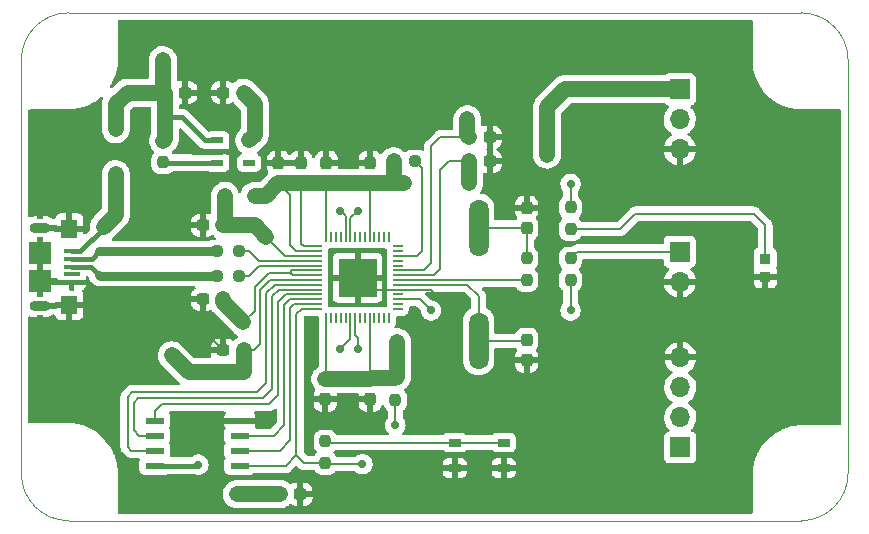
<source format=gtl>
G04 #@! TF.GenerationSoftware,KiCad,Pcbnew,(6.0.0-rc1-318-g91359c047d)*
G04 #@! TF.CreationDate,2022-02-27T09:20:33+02:00*
G04 #@! TF.ProjectId,ControlUnitRP2040,436f6e74-726f-46c5-956e-697452503230,rev?*
G04 #@! TF.SameCoordinates,Original*
G04 #@! TF.FileFunction,Copper,L1,Top*
G04 #@! TF.FilePolarity,Positive*
%FSLAX46Y46*%
G04 Gerber Fmt 4.6, Leading zero omitted, Abs format (unit mm)*
G04 Created by KiCad (PCBNEW (6.0.0-rc1-318-g91359c047d)) date 2022-02-27 09:20:33*
%MOMM*%
%LPD*%
G01*
G04 APERTURE LIST*
G04 Aperture macros list*
%AMRoundRect*
0 Rectangle with rounded corners*
0 $1 Rounding radius*
0 $2 $3 $4 $5 $6 $7 $8 $9 X,Y pos of 4 corners*
0 Add a 4 corners polygon primitive as box body*
4,1,4,$2,$3,$4,$5,$6,$7,$8,$9,$2,$3,0*
0 Add four circle primitives for the rounded corners*
1,1,$1+$1,$2,$3*
1,1,$1+$1,$4,$5*
1,1,$1+$1,$6,$7*
1,1,$1+$1,$8,$9*
0 Add four rect primitives between the rounded corners*
20,1,$1+$1,$2,$3,$4,$5,0*
20,1,$1+$1,$4,$5,$6,$7,0*
20,1,$1+$1,$6,$7,$8,$9,0*
20,1,$1+$1,$8,$9,$2,$3,0*%
G04 Aperture macros list end*
G04 #@! TA.AperFunction,Profile*
%ADD10C,0.100000*%
G04 #@! TD*
G04 #@! TA.AperFunction,SMDPad,CuDef*
%ADD11RoundRect,0.237500X0.250000X0.237500X-0.250000X0.237500X-0.250000X-0.237500X0.250000X-0.237500X0*%
G04 #@! TD*
G04 #@! TA.AperFunction,SMDPad,CuDef*
%ADD12R,1.610000X0.580000*%
G04 #@! TD*
G04 #@! TA.AperFunction,SMDPad,CuDef*
%ADD13RoundRect,0.237500X-0.237500X0.250000X-0.237500X-0.250000X0.237500X-0.250000X0.237500X0.250000X0*%
G04 #@! TD*
G04 #@! TA.AperFunction,SMDPad,CuDef*
%ADD14R,1.041400X0.660400*%
G04 #@! TD*
G04 #@! TA.AperFunction,SMDPad,CuDef*
%ADD15RoundRect,0.237500X0.300000X0.237500X-0.300000X0.237500X-0.300000X-0.237500X0.300000X-0.237500X0*%
G04 #@! TD*
G04 #@! TA.AperFunction,SMDPad,CuDef*
%ADD16RoundRect,0.237500X0.237500X-0.300000X0.237500X0.300000X-0.237500X0.300000X-0.237500X-0.300000X0*%
G04 #@! TD*
G04 #@! TA.AperFunction,SMDPad,CuDef*
%ADD17R,0.999999X0.500000*%
G04 #@! TD*
G04 #@! TA.AperFunction,SMDPad,CuDef*
%ADD18R,0.950000X0.950000*%
G04 #@! TD*
G04 #@! TA.AperFunction,ComponentPad*
%ADD19R,1.700000X1.700000*%
G04 #@! TD*
G04 #@! TA.AperFunction,ComponentPad*
%ADD20O,1.700000X1.700000*%
G04 #@! TD*
G04 #@! TA.AperFunction,SMDPad,CuDef*
%ADD21RoundRect,0.237500X-0.237500X0.300000X-0.237500X-0.300000X0.237500X-0.300000X0.237500X0.300000X0*%
G04 #@! TD*
G04 #@! TA.AperFunction,SMDPad,CuDef*
%ADD22RoundRect,0.237500X0.237500X-0.250000X0.237500X0.250000X-0.237500X0.250000X-0.237500X-0.250000X0*%
G04 #@! TD*
G04 #@! TA.AperFunction,SMDPad,CuDef*
%ADD23RoundRect,0.664200X0.145800X-1.695800X0.145800X1.695800X-0.145800X1.695800X-0.145800X-1.695800X0*%
G04 #@! TD*
G04 #@! TA.AperFunction,SMDPad,CuDef*
%ADD24RoundRect,0.237500X-0.250000X-0.237500X0.250000X-0.237500X0.250000X0.237500X-0.250000X0.237500X0*%
G04 #@! TD*
G04 #@! TA.AperFunction,SMDPad,CuDef*
%ADD25RoundRect,0.237500X-0.300000X-0.237500X0.300000X-0.237500X0.300000X0.237500X-0.300000X0.237500X0*%
G04 #@! TD*
G04 #@! TA.AperFunction,SMDPad,CuDef*
%ADD26R,1.350000X0.400000*%
G04 #@! TD*
G04 #@! TA.AperFunction,SMDPad,CuDef*
%ADD27R,1.400000X1.600000*%
G04 #@! TD*
G04 #@! TA.AperFunction,SMDPad,CuDef*
%ADD28R,1.900000X1.900000*%
G04 #@! TD*
G04 #@! TA.AperFunction,ComponentPad*
%ADD29O,1.800000X0.900000*%
G04 #@! TD*
G04 #@! TA.AperFunction,SMDPad,CuDef*
%ADD30R,1.041400X0.454000*%
G04 #@! TD*
G04 #@! TA.AperFunction,SMDPad,CuDef*
%ADD31R,0.177800X0.812800*%
G04 #@! TD*
G04 #@! TA.AperFunction,SMDPad,CuDef*
%ADD32R,0.812800X0.177800*%
G04 #@! TD*
G04 #@! TA.AperFunction,SMDPad,CuDef*
%ADD33R,3.200400X3.200400*%
G04 #@! TD*
G04 #@! TA.AperFunction,ViaPad*
%ADD34C,0.700000*%
G04 #@! TD*
G04 #@! TA.AperFunction,Conductor*
%ADD35C,0.400000*%
G04 #@! TD*
G04 #@! TA.AperFunction,Conductor*
%ADD36C,1.350000*%
G04 #@! TD*
G04 #@! TA.AperFunction,Conductor*
%ADD37C,0.200000*%
G04 #@! TD*
G04 #@! TA.AperFunction,Conductor*
%ADD38C,0.770000*%
G04 #@! TD*
G04 APERTURE END LIST*
D10*
X110000001Y-71000001D02*
X172000000Y-71000000D01*
X106000001Y-109999999D02*
X106000001Y-75000001D01*
X171999999Y-113999999D02*
X110000001Y-113999999D01*
X176000000Y-75000000D02*
X175999999Y-109999999D01*
X176000000Y-75000000D02*
G75*
G03*
X172000000Y-71000000I-4000000J0D01*
G01*
X110000001Y-71000001D02*
G75*
G03*
X106000001Y-75000001I0J-4000000D01*
G01*
X106000001Y-109999999D02*
G75*
G03*
X110000001Y-113999999I4000000J0D01*
G01*
X171999999Y-113999999D02*
G75*
G03*
X175999999Y-109999999I0J4000000D01*
G01*
D11*
X124412500Y-91186000D03*
X122587500Y-91186000D03*
D12*
X124509000Y-109347000D03*
X124509000Y-108077000D03*
X124509000Y-106807000D03*
X124509000Y-105537000D03*
X117299000Y-105537000D03*
X117299000Y-106807000D03*
X117299000Y-108077000D03*
X117299000Y-109347000D03*
D13*
X152500000Y-87479500D03*
X152500000Y-89304500D03*
D14*
X142705000Y-107383001D03*
X146855000Y-107383001D03*
X142705000Y-109532999D03*
X146855000Y-109532999D03*
D15*
X123112500Y-95250000D03*
X121387500Y-95250000D03*
D16*
X131826000Y-85444500D03*
X131826000Y-83719500D03*
D11*
X122587500Y-93250000D03*
X124412500Y-93250000D03*
D17*
X122602000Y-81799999D03*
X122602000Y-82750000D03*
X122602000Y-83700001D03*
X125302000Y-83700001D03*
X125302000Y-81799999D03*
D18*
X169000000Y-93350000D03*
X169000000Y-91850000D03*
D15*
X124814500Y-77750000D03*
X123089500Y-77750000D03*
D19*
X161800000Y-107800000D03*
D20*
X161800000Y-105260000D03*
X161800000Y-102720000D03*
X161800000Y-100180000D03*
D19*
X161750000Y-91225000D03*
D20*
X161750000Y-93765000D03*
D21*
X131730000Y-102007500D03*
X131730000Y-103732500D03*
D13*
X131730000Y-107291500D03*
X131730000Y-109116500D03*
D22*
X152500000Y-93622500D03*
X152500000Y-91797500D03*
D16*
X127762000Y-85444500D03*
X127762000Y-83719500D03*
X129698000Y-85444500D03*
X129698000Y-83719500D03*
D13*
X137668000Y-101957500D03*
X137668000Y-103782500D03*
D23*
X144724400Y-98770000D03*
X144724400Y-89190000D03*
D24*
X137517500Y-83566000D03*
X139342500Y-83566000D03*
D15*
X123112500Y-89000000D03*
X121387500Y-89000000D03*
D25*
X118137500Y-77750000D03*
X119862500Y-77750000D03*
X143917500Y-81534000D03*
X145642500Y-81534000D03*
D13*
X118000000Y-81837500D03*
X118000000Y-83662500D03*
D26*
X110275000Y-91200000D03*
X110275000Y-91850000D03*
X110275000Y-92500000D03*
X110275000Y-93150000D03*
X110275000Y-93800000D03*
D27*
X110050000Y-89300000D03*
X110050000Y-95700000D03*
D28*
X107600000Y-93700000D03*
X107600000Y-91300000D03*
D29*
X107600000Y-89200000D03*
X107600000Y-95800000D03*
D25*
X143917500Y-83566000D03*
X145642500Y-83566000D03*
D19*
X161750000Y-77475000D03*
D20*
X161750000Y-80015000D03*
X161750000Y-82555000D03*
D16*
X148788400Y-89254500D03*
X148788400Y-87529500D03*
D21*
X135540000Y-102007500D03*
X135540000Y-103732500D03*
D16*
X135540000Y-85444500D03*
X135540000Y-83719500D03*
D30*
X114000000Y-80846600D03*
X114000000Y-84653400D03*
D22*
X148788400Y-93622500D03*
X148788400Y-91797500D03*
D21*
X148788400Y-98705500D03*
X148788400Y-100430500D03*
D25*
X129612500Y-111750000D03*
X127887500Y-111750000D03*
D15*
X124814500Y-99568000D03*
X123089500Y-99568000D03*
D31*
X131826400Y-96829600D03*
X132232800Y-96829600D03*
X132639200Y-96829600D03*
X133045600Y-96829600D03*
X133452000Y-96829600D03*
X133858400Y-96829600D03*
X134264800Y-96829600D03*
X134671200Y-96829600D03*
X135077600Y-96829600D03*
X135484000Y-96829600D03*
X135890400Y-96829600D03*
X136296800Y-96829600D03*
X136703200Y-96829600D03*
X137109600Y-96829600D03*
D32*
X137871600Y-96067600D03*
X137871600Y-95661200D03*
X137871600Y-95254800D03*
X137871600Y-94848400D03*
X137871600Y-94442000D03*
X137871600Y-94035600D03*
X137871600Y-93629200D03*
X137871600Y-93222800D03*
X137871600Y-92816400D03*
X137871600Y-92410000D03*
X137871600Y-92003600D03*
X137871600Y-91597200D03*
X137871600Y-91190800D03*
X137871600Y-90784400D03*
D31*
X137109600Y-90022400D03*
X136703200Y-90022400D03*
X136296800Y-90022400D03*
X135890400Y-90022400D03*
X135484000Y-90022400D03*
X135077600Y-90022400D03*
X134671200Y-90022400D03*
X134264800Y-90022400D03*
X133858400Y-90022400D03*
X133452000Y-90022400D03*
X133045600Y-90022400D03*
X132639200Y-90022400D03*
X132232800Y-90022400D03*
X131826400Y-90022400D03*
D32*
X131064400Y-90784400D03*
X131064400Y-91190800D03*
X131064400Y-91597200D03*
X131064400Y-92003600D03*
X131064400Y-92410000D03*
X131064400Y-92816400D03*
X131064400Y-93222800D03*
X131064400Y-93629200D03*
X131064400Y-94035600D03*
X131064400Y-94442000D03*
X131064400Y-94848400D03*
X131064400Y-95254800D03*
X131064400Y-95661200D03*
X131064400Y-96067600D03*
D33*
X134468000Y-93426000D03*
D34*
X121000000Y-109250000D03*
X124250000Y-111750000D03*
X137821500Y-98906500D03*
X109000000Y-104000000D03*
X110050000Y-99050000D03*
X126873000Y-105537000D03*
X135600000Y-94600000D03*
X133300000Y-94600000D03*
X133300000Y-93400000D03*
X135600000Y-93400000D03*
X135600000Y-92300000D03*
X133300000Y-92300000D03*
X141250000Y-95000000D03*
X140700000Y-96200000D03*
X133000000Y-99500000D03*
X134500000Y-99500000D03*
X148785001Y-109532999D03*
X155750000Y-99500000D03*
X148788400Y-102211600D03*
X152500000Y-96200000D03*
X148788400Y-85711600D03*
X152500000Y-85500000D03*
X150500000Y-83000000D03*
X143917500Y-85444500D03*
X145642500Y-79856500D03*
X143764000Y-80010000D03*
X138444500Y-85444500D03*
X134500000Y-87750000D03*
X133000000Y-87750000D03*
X165000000Y-111000000D03*
X166750000Y-106500000D03*
X172500000Y-103500000D03*
X172400000Y-93350000D03*
X172500000Y-97500000D03*
X172500000Y-87500000D03*
X172500000Y-80000000D03*
X165000000Y-72500000D03*
X150000000Y-72500000D03*
X135500000Y-72500000D03*
X135540000Y-82138000D03*
X131826000Y-82042000D03*
X129698000Y-82052000D03*
X127762000Y-82042000D03*
X125754000Y-86496000D03*
X125754000Y-79754000D03*
X123250000Y-86500000D03*
X120000000Y-82250000D03*
X121500000Y-77750000D03*
X118000000Y-75000000D03*
X115000000Y-72500000D03*
X110000000Y-80000000D03*
X121387500Y-97862500D03*
X124798000Y-97198000D03*
X118750000Y-100000000D03*
X124814500Y-101446500D03*
X140520999Y-109532999D03*
X133858000Y-104394000D03*
X137668000Y-105918000D03*
X134880000Y-109220000D03*
X113538000Y-95758000D03*
X110050000Y-85950000D03*
D35*
X120903000Y-109347000D02*
X121000000Y-109250000D01*
X117299000Y-109347000D02*
X120903000Y-109347000D01*
D36*
X127887500Y-111750000D02*
X124250000Y-111750000D01*
D37*
X131833500Y-109220000D02*
X131730000Y-109116500D01*
X134880000Y-109220000D02*
X131833500Y-109220000D01*
X152500000Y-87479500D02*
X152500000Y-85500000D01*
X135758000Y-94442000D02*
X135600000Y-94600000D01*
X137871600Y-94442000D02*
X135758000Y-94442000D01*
X140692000Y-94442000D02*
X141250000Y-95000000D01*
X137871600Y-94442000D02*
X140692000Y-94442000D01*
X133858400Y-98641600D02*
X133000000Y-99500000D01*
X133858400Y-96829600D02*
X133858400Y-98641600D01*
X134500000Y-98500000D02*
X134500000Y-99500000D01*
X134264800Y-98264800D02*
X134500000Y-98500000D01*
X134264800Y-96829600D02*
X134264800Y-98264800D01*
X148788400Y-85711600D02*
X148788400Y-85653600D01*
X133858400Y-90022400D02*
X133858400Y-88391600D01*
X133858400Y-88391600D02*
X134500000Y-87750000D01*
X133452000Y-90022400D02*
X133452000Y-88202000D01*
X133452000Y-88202000D02*
X133000000Y-87750000D01*
X169000000Y-93350000D02*
X172400000Y-93350000D01*
X129698000Y-82138000D02*
X129698000Y-82052000D01*
D36*
X125754000Y-86496000D02*
X126710500Y-86496000D01*
X126710500Y-86496000D02*
X127762000Y-85444500D01*
D38*
X112650000Y-93250000D02*
X122587500Y-93250000D01*
X112600000Y-93200000D02*
X112650000Y-93250000D01*
X112614000Y-91186000D02*
X122587500Y-91186000D01*
X112600000Y-91200000D02*
X112614000Y-91186000D01*
D37*
X125314000Y-91186000D02*
X124412500Y-91186000D01*
X131064400Y-92003600D02*
X126131600Y-92003600D01*
X126131600Y-92003600D02*
X125314000Y-91186000D01*
X125250000Y-93250000D02*
X124412500Y-93250000D01*
X126090000Y-92410000D02*
X125250000Y-93250000D01*
X131064400Y-92410000D02*
X126090000Y-92410000D01*
X125750000Y-96250000D02*
X124802000Y-97198000D01*
X127000000Y-93000000D02*
X125750000Y-94250000D01*
X124802000Y-97198000D02*
X124798000Y-97198000D01*
X125750000Y-94250000D02*
X125750000Y-96250000D01*
X127000000Y-93000000D02*
X128750000Y-93000000D01*
X131064400Y-93222800D02*
X128972800Y-93222800D01*
X128972800Y-93222800D02*
X128750000Y-93000000D01*
D36*
X125754000Y-81347999D02*
X125302000Y-81799999D01*
X125754000Y-79754000D02*
X125754000Y-81347999D01*
X125754000Y-78689500D02*
X124814500Y-77750000D01*
X125754000Y-79754000D02*
X125754000Y-78689500D01*
D37*
X128347200Y-91597200D02*
X126750000Y-90000000D01*
X131064400Y-91597200D02*
X128347200Y-91597200D01*
D36*
X125750000Y-89000000D02*
X126750000Y-90000000D01*
X123112500Y-89000000D02*
X125750000Y-89000000D01*
X123250000Y-88862500D02*
X123112500Y-89000000D01*
X123250000Y-86500000D02*
X123250000Y-88862500D01*
D35*
X120500000Y-82750000D02*
X120000000Y-82250000D01*
X122602000Y-82750000D02*
X120500000Y-82750000D01*
X118037501Y-83700001D02*
X118000000Y-83662500D01*
X122602000Y-83700001D02*
X118037501Y-83700001D01*
X119612500Y-79862500D02*
X118137500Y-79862500D01*
X122602000Y-81799999D02*
X121549999Y-81799999D01*
D36*
X118137500Y-79862500D02*
X118137500Y-81700000D01*
D35*
X121549999Y-81799999D02*
X119612500Y-79862500D01*
D36*
X118137500Y-77750000D02*
X118137500Y-79862500D01*
X118137500Y-81700000D02*
X118000000Y-81837500D01*
X115000000Y-77750000D02*
X118137500Y-77750000D01*
X114000000Y-78750000D02*
X115000000Y-77750000D01*
X114000000Y-80846600D02*
X114000000Y-78750000D01*
X114000000Y-88100000D02*
X113000000Y-89100000D01*
X114000000Y-84653400D02*
X114000000Y-88100000D01*
D37*
X123089500Y-77750000D02*
X121500000Y-77750000D01*
X119862500Y-77750000D02*
X121500000Y-77750000D01*
D36*
X118000000Y-77612500D02*
X118137500Y-77750000D01*
X118000000Y-75000000D02*
X118000000Y-77612500D01*
D37*
X128750000Y-93000000D02*
X128940480Y-92809520D01*
X131059520Y-92809520D02*
X128940480Y-92809520D01*
X131064400Y-92814400D02*
X131059520Y-92809520D01*
X131064400Y-92816400D02*
X131064400Y-92814400D01*
X121387500Y-97862500D02*
X121387500Y-97866000D01*
X121387500Y-97866000D02*
X123089500Y-99568000D01*
X121387500Y-95250000D02*
X121387500Y-97862500D01*
D36*
X123112500Y-95512500D02*
X124798000Y-97198000D01*
X123112500Y-95250000D02*
X123112500Y-95512500D01*
D37*
X123089500Y-95250000D02*
X123089500Y-95410500D01*
D35*
X111000000Y-91200000D02*
X113000000Y-89200000D01*
X110275000Y-91200000D02*
X111000000Y-91200000D01*
X111900000Y-92500000D02*
X112600000Y-93200000D01*
X110275000Y-92500000D02*
X111900000Y-92500000D01*
X111950000Y-91850000D02*
X112600000Y-91200000D01*
X110275000Y-91850000D02*
X111950000Y-91850000D01*
D37*
X131826400Y-96829600D02*
X131826400Y-101911100D01*
X131826400Y-101911100D02*
X131730000Y-102007500D01*
D36*
X127762000Y-85444500D02*
X129698000Y-85444500D01*
X137821500Y-85444500D02*
X138444500Y-85444500D01*
D37*
X131826400Y-90022400D02*
X131826400Y-85444900D01*
D36*
X135590000Y-101957500D02*
X135540000Y-102007500D01*
D37*
X135484000Y-101951500D02*
X135484000Y-96829600D01*
X129290800Y-91190800D02*
X128778000Y-90678000D01*
D36*
X143917500Y-83566000D02*
X143917500Y-85444500D01*
D37*
X135484000Y-85500500D02*
X135540000Y-85444500D01*
X135484000Y-90022400D02*
X135484000Y-85500500D01*
D36*
X131826000Y-85444500D02*
X135540000Y-85444500D01*
D37*
X129698000Y-85444500D02*
X129698000Y-90582000D01*
X142240000Y-83566000D02*
X143917500Y-83566000D01*
X137871600Y-93222800D02*
X140965200Y-93222800D01*
X129290800Y-91190800D02*
X131064400Y-91190800D01*
X129900400Y-90784400D02*
X131064400Y-90784400D01*
D36*
X129698000Y-85444500D02*
X131826000Y-85444500D01*
D37*
X141478000Y-84328000D02*
X142240000Y-83566000D01*
D36*
X135540000Y-102007500D02*
X131730000Y-102007500D01*
X135540000Y-85444500D02*
X137821500Y-85444500D01*
D37*
X131826400Y-85444900D02*
X131826000Y-85444500D01*
D36*
X150500000Y-79000000D02*
X150500000Y-83000000D01*
D37*
X135540000Y-102007500D02*
X135484000Y-101951500D01*
D36*
X137821500Y-101804000D02*
X137668000Y-101957500D01*
X137668000Y-101957500D02*
X135590000Y-101957500D01*
X137821500Y-98906500D02*
X137821500Y-101804000D01*
D37*
X141478000Y-92710000D02*
X141478000Y-84328000D01*
X128778000Y-86460500D02*
X127762000Y-85444500D01*
X129698000Y-90582000D02*
X129900400Y-90784400D01*
D36*
X152025000Y-77475000D02*
X150500000Y-79000000D01*
D37*
X140965200Y-93222800D02*
X141478000Y-92710000D01*
D36*
X137517500Y-85140500D02*
X137821500Y-85444500D01*
X161750000Y-77475000D02*
X152025000Y-77475000D01*
D37*
X128778000Y-90678000D02*
X128778000Y-86460500D01*
D36*
X137517500Y-83566000D02*
X137517500Y-85140500D01*
D37*
X131826000Y-83719500D02*
X131826000Y-82042000D01*
X133196500Y-103732500D02*
X133858000Y-104394000D01*
X134519500Y-103732500D02*
X133858000Y-104394000D01*
D35*
X111580000Y-93800000D02*
X113538000Y-95758000D01*
D37*
X127762000Y-83719500D02*
X127762000Y-82042000D01*
X129698000Y-83719500D02*
X129698000Y-82138000D01*
X148788400Y-100430500D02*
X148788400Y-102211600D01*
X146855000Y-109532999D02*
X148785001Y-109532999D01*
X148788400Y-87529500D02*
X148788400Y-85711600D01*
X145642500Y-83566000D02*
X145642500Y-81534000D01*
X145642500Y-81534000D02*
X145642500Y-79856500D01*
X110050000Y-89300000D02*
X110050000Y-85950000D01*
X135540000Y-83719500D02*
X135540000Y-82138000D01*
D35*
X110275000Y-93800000D02*
X107700000Y-93800000D01*
X107700000Y-93800000D02*
X107600000Y-93700000D01*
D37*
X124509000Y-105537000D02*
X126873000Y-105537000D01*
D35*
X107600000Y-93700000D02*
X107600000Y-91300000D01*
D37*
X131730000Y-103732500D02*
X133196500Y-103732500D01*
D35*
X110275000Y-93800000D02*
X111580000Y-93800000D01*
D37*
X135540000Y-103732500D02*
X134519500Y-103732500D01*
X110050000Y-95700000D02*
X110050000Y-99050000D01*
X142705000Y-109532999D02*
X140520999Y-109532999D01*
X137871600Y-92816400D02*
X140101600Y-92816400D01*
X140101600Y-92816400D02*
X140716000Y-92202000D01*
D36*
X124814500Y-101446500D02*
X120196500Y-101446500D01*
D37*
X141478000Y-81534000D02*
X143917500Y-81534000D01*
X126238000Y-94488000D02*
X126238000Y-99060000D01*
X125730000Y-99568000D02*
X124814500Y-99568000D01*
D36*
X143764000Y-80010000D02*
X143764000Y-81380500D01*
X143764000Y-81380500D02*
X143917500Y-81534000D01*
D37*
X127096800Y-93629200D02*
X126238000Y-94488000D01*
X131064400Y-93629200D02*
X127096800Y-93629200D01*
X140716000Y-92202000D02*
X140716000Y-82296000D01*
D36*
X120196500Y-101446500D02*
X118750000Y-100000000D01*
D37*
X140716000Y-82296000D02*
X141478000Y-81534000D01*
X126238000Y-99060000D02*
X125730000Y-99568000D01*
D36*
X124814500Y-99568000D02*
X124814500Y-101446500D01*
D37*
X137871600Y-94035600D02*
X143764000Y-94035600D01*
X148723900Y-98770000D02*
X148788400Y-98705500D01*
X144724400Y-94996000D02*
X144724400Y-98770000D01*
X144724400Y-98770000D02*
X148723900Y-98770000D01*
X143764000Y-94035600D02*
X144724400Y-94996000D01*
X144724400Y-89190000D02*
X148723900Y-89190000D01*
X148723900Y-89190000D02*
X148788400Y-89254500D01*
X148788400Y-89254500D02*
X148788400Y-91797500D01*
X139954000Y-91186000D02*
X139954000Y-84177500D01*
X139954000Y-84177500D02*
X139342500Y-83566000D01*
X139542800Y-91597200D02*
X139954000Y-91186000D01*
X137871600Y-91597200D02*
X139542800Y-91597200D01*
X152500000Y-91797500D02*
X153072500Y-91225000D01*
X153072500Y-91225000D02*
X161750000Y-91225000D01*
X169000000Y-89000000D02*
X168000000Y-88000000D01*
X156695500Y-89304500D02*
X152500000Y-89304500D01*
X168000000Y-88000000D02*
X158000000Y-88000000D01*
X158000000Y-88000000D02*
X156695500Y-89304500D01*
X169000000Y-91850000D02*
X169000000Y-89000000D01*
X148781700Y-93629200D02*
X148788400Y-93622500D01*
X137871600Y-93629200D02*
X148781700Y-93629200D01*
X131821501Y-107383001D02*
X131730000Y-107291500D01*
X146855000Y-107383001D02*
X142705000Y-107383001D01*
X142705000Y-107383001D02*
X131821501Y-107383001D01*
X115327000Y-108077000D02*
X115000000Y-107750000D01*
X127452400Y-94035600D02*
X131064400Y-94035600D01*
X115000000Y-103500000D02*
X115376000Y-103124000D01*
X125984000Y-103124000D02*
X126746000Y-102362000D01*
X115376000Y-103124000D02*
X125984000Y-103124000D01*
X126746000Y-102362000D02*
X126746000Y-94742000D01*
X126746000Y-94742000D02*
X127452400Y-94035600D01*
X117299000Y-108077000D02*
X115327000Y-108077000D01*
X115000000Y-107750000D02*
X115000000Y-103500000D01*
X115943000Y-106807000D02*
X115500000Y-106364000D01*
X115868000Y-103632000D02*
X126492000Y-103632000D01*
X117299000Y-106807000D02*
X115943000Y-106807000D01*
X126492000Y-103632000D02*
X127254000Y-102870000D01*
X127254000Y-94996000D02*
X127808000Y-94442000D01*
X115500000Y-106364000D02*
X115500000Y-104000000D01*
X127808000Y-94442000D02*
X131064400Y-94442000D01*
X127254000Y-102870000D02*
X127254000Y-94996000D01*
X115500000Y-104000000D02*
X115868000Y-103632000D01*
X127381000Y-106807000D02*
X124509000Y-106807000D01*
X128270000Y-105918000D02*
X127381000Y-106807000D01*
X128270000Y-95758000D02*
X128270000Y-105918000D01*
X131064400Y-95254800D02*
X128773200Y-95254800D01*
X128773200Y-95254800D02*
X128270000Y-95758000D01*
X131064400Y-95661200D02*
X129128800Y-95661200D01*
X128778000Y-96012000D02*
X128778000Y-107188000D01*
X127889000Y-108077000D02*
X124509000Y-108077000D01*
X129128800Y-95661200D02*
X128778000Y-96012000D01*
X128778000Y-107188000D02*
X127889000Y-108077000D01*
X129286000Y-108458000D02*
X128397000Y-109347000D01*
X129286000Y-96520000D02*
X129286000Y-108458000D01*
X129944500Y-109116500D02*
X131730000Y-109116500D01*
X128397000Y-109347000D02*
X124509000Y-109347000D01*
X131064400Y-96067600D02*
X129738400Y-96067600D01*
X129286000Y-108458000D02*
X129944500Y-109116500D01*
X129738400Y-96067600D02*
X129286000Y-96520000D01*
X137668000Y-103782500D02*
X137668000Y-105918000D01*
X117299000Y-105537000D02*
X117299000Y-104731000D01*
X127762000Y-95504000D02*
X127762000Y-103378000D01*
X128417600Y-94848400D02*
X127762000Y-95504000D01*
X127762000Y-103378000D02*
X127000000Y-104140000D01*
X131064400Y-94848400D02*
X128417600Y-94848400D01*
X127000000Y-104140000D02*
X117890000Y-104140000D01*
X117299000Y-104731000D02*
X117890000Y-104140000D01*
X137871600Y-95254800D02*
X139754800Y-95254800D01*
X139754800Y-95254800D02*
X140700000Y-96200000D01*
X152500000Y-93622500D02*
X152500000Y-96200000D01*
G04 #@! TA.AperFunction,Conductor*
G36*
X167859121Y-71603002D02*
G01*
X167905614Y-71656658D01*
X167917000Y-71709000D01*
X167917000Y-74953736D01*
X167915932Y-74970109D01*
X167911969Y-75000349D01*
X167913023Y-75008322D01*
X167913052Y-75008946D01*
X167913053Y-75011258D01*
X167913270Y-75013704D01*
X167927438Y-75321936D01*
X167930099Y-75379826D01*
X167930486Y-75382644D01*
X167930487Y-75382651D01*
X167932030Y-75393874D01*
X167981830Y-75756166D01*
X168067426Y-76126275D01*
X168186183Y-76487113D01*
X168337126Y-76835715D01*
X168519014Y-77169218D01*
X168541593Y-77202942D01*
X168713543Y-77459770D01*
X168730354Y-77484880D01*
X168819838Y-77595392D01*
X168900723Y-77695284D01*
X168969408Y-77780110D01*
X168971394Y-77782153D01*
X168971396Y-77782155D01*
X169188138Y-78005089D01*
X169234213Y-78052480D01*
X169236386Y-78054343D01*
X169236390Y-78054347D01*
X169378403Y-78176117D01*
X169522593Y-78299754D01*
X169723167Y-78442382D01*
X169816303Y-78508611D01*
X169832178Y-78519900D01*
X169834645Y-78521337D01*
X169834648Y-78521339D01*
X170157960Y-78709673D01*
X170157968Y-78709677D01*
X170160426Y-78711109D01*
X170163010Y-78712315D01*
X170163015Y-78712318D01*
X170502040Y-78870597D01*
X170502047Y-78870600D01*
X170504639Y-78871810D01*
X170547156Y-78887143D01*
X170859302Y-78999713D01*
X170859309Y-78999715D01*
X170861990Y-79000682D01*
X170864754Y-79001404D01*
X170864761Y-79001406D01*
X171116104Y-79067044D01*
X171229541Y-79096668D01*
X171232365Y-79097138D01*
X171232367Y-79097138D01*
X171416907Y-79127823D01*
X171604274Y-79158978D01*
X171607125Y-79159190D01*
X171607128Y-79159190D01*
X171755797Y-79170226D01*
X171969765Y-79186109D01*
X171972214Y-79186397D01*
X171974539Y-79186464D01*
X171975147Y-79186509D01*
X171983090Y-79187788D01*
X171991305Y-79186946D01*
X171991306Y-79186946D01*
X172023394Y-79183657D01*
X172036241Y-79183000D01*
X175291000Y-79183000D01*
X175359121Y-79203002D01*
X175405614Y-79256658D01*
X175417000Y-79309000D01*
X175417000Y-105791000D01*
X175396998Y-105859121D01*
X175343342Y-105905614D01*
X175291000Y-105917000D01*
X172028302Y-105917000D01*
X172018259Y-105916599D01*
X171978194Y-105913395D01*
X171978192Y-105913395D01*
X171969962Y-105912737D01*
X171964597Y-105913724D01*
X171958551Y-105914312D01*
X171958550Y-105914312D01*
X171754736Y-105934144D01*
X171579025Y-105951241D01*
X171309583Y-106002720D01*
X171196038Y-106024413D01*
X171196034Y-106024414D01*
X171193197Y-106024956D01*
X170815750Y-106133726D01*
X170813071Y-106134772D01*
X170813072Y-106134772D01*
X170452536Y-106275588D01*
X170452532Y-106275590D01*
X170449861Y-106276633D01*
X170098612Y-106452476D01*
X169764958Y-106659774D01*
X169762650Y-106661520D01*
X169762646Y-106661523D01*
X169454029Y-106895025D01*
X169454020Y-106895032D01*
X169451709Y-106896781D01*
X169161502Y-107161502D01*
X168896781Y-107451709D01*
X168895032Y-107454020D01*
X168895025Y-107454029D01*
X168661523Y-107762646D01*
X168659774Y-107764958D01*
X168452476Y-108098612D01*
X168399689Y-108204054D01*
X168297975Y-108407231D01*
X168276633Y-108449861D01*
X168275590Y-108452532D01*
X168275588Y-108452536D01*
X168159611Y-108749475D01*
X168133726Y-108815750D01*
X168024956Y-109193197D01*
X168024414Y-109196034D01*
X168024413Y-109196038D01*
X168009418Y-109274524D01*
X167951241Y-109579025D01*
X167913724Y-109964597D01*
X167912737Y-109969962D01*
X167913395Y-109978192D01*
X167913395Y-109978194D01*
X167916599Y-110018259D01*
X167917000Y-110028302D01*
X167917000Y-113291000D01*
X167896998Y-113359121D01*
X167843342Y-113405614D01*
X167791000Y-113417000D01*
X114309000Y-113417000D01*
X114240879Y-113396998D01*
X114194386Y-113343342D01*
X114183000Y-113291000D01*
X114183000Y-111843254D01*
X123065094Y-111843254D01*
X123066073Y-111848951D01*
X123066073Y-111848952D01*
X123097839Y-112033815D01*
X123101930Y-112057625D01*
X123177214Y-112261693D01*
X123288427Y-112448624D01*
X123431842Y-112612158D01*
X123436373Y-112615730D01*
X123585129Y-112733000D01*
X123602658Y-112746819D01*
X123795154Y-112848095D01*
X123837342Y-112861195D01*
X123997361Y-112910883D01*
X123997364Y-112910884D01*
X124002882Y-112912597D01*
X124008619Y-112913276D01*
X124175803Y-112933064D01*
X124175810Y-112933064D01*
X124179490Y-112933500D01*
X127942676Y-112933500D01*
X128104100Y-112918667D01*
X128109662Y-112917098D01*
X128109664Y-112917098D01*
X128208773Y-112889146D01*
X128313445Y-112859626D01*
X128508526Y-112763423D01*
X128549268Y-112733000D01*
X128678185Y-112636733D01*
X128678186Y-112636732D01*
X128682809Y-112633280D01*
X128686726Y-112629043D01*
X128705556Y-112608673D01*
X128766485Y-112572229D01*
X128837445Y-112574510D01*
X128864196Y-112586943D01*
X128989063Y-112663912D01*
X129002241Y-112670056D01*
X129153766Y-112720315D01*
X129167132Y-112723181D01*
X129259770Y-112732672D01*
X129266185Y-112733000D01*
X129340385Y-112733000D01*
X129355624Y-112728525D01*
X129356829Y-112727135D01*
X129358500Y-112719452D01*
X129358500Y-112714885D01*
X129866500Y-112714885D01*
X129870975Y-112730124D01*
X129872365Y-112731329D01*
X129880048Y-112733000D01*
X129958766Y-112733000D01*
X129965282Y-112732663D01*
X130059132Y-112722925D01*
X130072528Y-112720032D01*
X130223953Y-112669512D01*
X130237115Y-112663347D01*
X130372492Y-112579574D01*
X130383890Y-112570540D01*
X130496363Y-112457871D01*
X130505375Y-112446460D01*
X130588912Y-112310937D01*
X130595056Y-112297759D01*
X130645315Y-112146234D01*
X130648181Y-112132868D01*
X130657672Y-112040230D01*
X130658000Y-112033815D01*
X130658000Y-112022115D01*
X130653525Y-112006876D01*
X130652135Y-112005671D01*
X130644452Y-112004000D01*
X129884615Y-112004000D01*
X129869376Y-112008475D01*
X129868171Y-112009865D01*
X129866500Y-112017548D01*
X129866500Y-112714885D01*
X129358500Y-112714885D01*
X129358500Y-111477885D01*
X129866500Y-111477885D01*
X129870975Y-111493124D01*
X129872365Y-111494329D01*
X129880048Y-111496000D01*
X130639885Y-111496000D01*
X130655124Y-111491525D01*
X130656329Y-111490135D01*
X130658000Y-111482452D01*
X130658000Y-111466234D01*
X130657663Y-111459718D01*
X130647925Y-111365868D01*
X130645032Y-111352472D01*
X130594512Y-111201047D01*
X130588347Y-111187885D01*
X130504574Y-111052508D01*
X130495540Y-111041110D01*
X130382871Y-110928637D01*
X130371460Y-110919625D01*
X130235937Y-110836088D01*
X130222759Y-110829944D01*
X130071234Y-110779685D01*
X130057868Y-110776819D01*
X129965230Y-110767328D01*
X129958815Y-110767000D01*
X129884615Y-110767000D01*
X129869376Y-110771475D01*
X129868171Y-110772865D01*
X129866500Y-110780548D01*
X129866500Y-111477885D01*
X129358500Y-111477885D01*
X129358500Y-110785115D01*
X129354025Y-110769876D01*
X129352635Y-110768671D01*
X129344952Y-110767000D01*
X129266234Y-110767000D01*
X129259718Y-110767337D01*
X129165868Y-110777075D01*
X129152472Y-110779968D01*
X129001047Y-110830488D01*
X128987889Y-110836651D01*
X128866527Y-110911752D01*
X128798075Y-110930589D01*
X128730305Y-110909427D01*
X128713491Y-110896004D01*
X128709467Y-110892185D01*
X128705658Y-110887842D01*
X128640009Y-110836088D01*
X128539376Y-110756755D01*
X128539374Y-110756753D01*
X128534842Y-110753181D01*
X128342346Y-110651905D01*
X128293906Y-110636864D01*
X128140139Y-110589117D01*
X128140136Y-110589116D01*
X128134618Y-110587403D01*
X128120333Y-110585712D01*
X127961697Y-110566936D01*
X127961690Y-110566936D01*
X127958010Y-110566500D01*
X124194824Y-110566500D01*
X124033400Y-110581333D01*
X124027838Y-110582902D01*
X124027836Y-110582902D01*
X123928728Y-110610853D01*
X123824055Y-110640374D01*
X123628974Y-110736577D01*
X123624348Y-110740031D01*
X123624347Y-110740032D01*
X123496102Y-110835797D01*
X123454691Y-110866720D01*
X123450777Y-110870954D01*
X123450775Y-110870956D01*
X123362784Y-110966145D01*
X123307044Y-111026444D01*
X123190976Y-111210401D01*
X123110376Y-111412428D01*
X123067941Y-111625761D01*
X123067865Y-111631536D01*
X123067865Y-111631540D01*
X123066438Y-111740581D01*
X123065094Y-111843254D01*
X114183000Y-111843254D01*
X114183000Y-110148534D01*
X114184175Y-110131365D01*
X114186896Y-110111584D01*
X114186896Y-110111582D01*
X114188021Y-110103403D01*
X114187103Y-110096106D01*
X114187000Y-110093481D01*
X114187008Y-110092115D01*
X114186890Y-110090681D01*
X114186410Y-110078409D01*
X114172012Y-109710970D01*
X114168216Y-109681717D01*
X114121829Y-109324311D01*
X114121465Y-109321506D01*
X114110701Y-109273134D01*
X114072309Y-109100615D01*
X114036155Y-108938153D01*
X113916772Y-108564008D01*
X113801272Y-108289885D01*
X113765378Y-108204695D01*
X113765376Y-108204691D01*
X113764281Y-108202092D01*
X113579912Y-107855328D01*
X113365155Y-107526517D01*
X113319335Y-107468500D01*
X113123503Y-107220542D01*
X113123501Y-107220540D01*
X113121744Y-107218315D01*
X113118334Y-107214715D01*
X112853589Y-106935262D01*
X112851646Y-106933211D01*
X112557042Y-106673509D01*
X112467103Y-106607572D01*
X112242591Y-106442975D01*
X112242583Y-106442970D01*
X112240311Y-106441304D01*
X112081889Y-106345756D01*
X111906437Y-106239936D01*
X111906427Y-106239931D01*
X111904012Y-106238474D01*
X111890521Y-106231910D01*
X111745997Y-106161595D01*
X111550861Y-106066656D01*
X111183710Y-105927238D01*
X111180996Y-105926478D01*
X110808254Y-105822111D01*
X110808252Y-105822110D01*
X110805525Y-105821347D01*
X110419360Y-105749836D01*
X110040993Y-105714468D01*
X110039573Y-105714274D01*
X110038213Y-105714208D01*
X110035610Y-105713965D01*
X110028365Y-105712653D01*
X109981081Y-105716570D01*
X109970679Y-105717000D01*
X106709000Y-105717000D01*
X106640879Y-105696998D01*
X106594386Y-105643342D01*
X106583000Y-105591000D01*
X106583000Y-96790318D01*
X106603002Y-96722197D01*
X106656658Y-96675704D01*
X106726932Y-96665600D01*
X106759040Y-96674681D01*
X106852976Y-96715331D01*
X106865083Y-96719171D01*
X107044600Y-96756675D01*
X107054152Y-96757915D01*
X107057384Y-96758000D01*
X107327885Y-96758000D01*
X107343124Y-96753525D01*
X107344329Y-96752135D01*
X107346000Y-96744452D01*
X107346000Y-96675302D01*
X107366002Y-96607181D01*
X107419658Y-96560688D01*
X107488663Y-96550409D01*
X107536784Y-96556830D01*
X107577035Y-96562201D01*
X107577038Y-96562201D01*
X107584015Y-96563132D01*
X107591026Y-96562494D01*
X107591030Y-96562494D01*
X107653261Y-96556830D01*
X107716582Y-96551067D01*
X107786233Y-96564812D01*
X107837398Y-96614033D01*
X107854000Y-96676548D01*
X107854000Y-96739885D01*
X107858475Y-96755124D01*
X107859865Y-96756329D01*
X107867548Y-96758000D01*
X108095447Y-96758000D01*
X108101822Y-96757677D01*
X108237277Y-96743918D01*
X108249717Y-96741364D01*
X108423244Y-96686984D01*
X108434932Y-96681975D01*
X108593979Y-96593813D01*
X108604412Y-96586562D01*
X108646749Y-96550275D01*
X108711488Y-96521131D01*
X108781706Y-96531614D01*
X108835110Y-96578395D01*
X108848574Y-96610272D01*
X108848748Y-96610207D01*
X108850342Y-96614458D01*
X108851327Y-96616791D01*
X108851519Y-96617599D01*
X108896676Y-96738054D01*
X108905214Y-96753649D01*
X108981715Y-96855724D01*
X108994276Y-96868285D01*
X109096351Y-96944786D01*
X109111946Y-96953324D01*
X109232394Y-96998478D01*
X109247649Y-97002105D01*
X109298514Y-97007631D01*
X109305328Y-97008000D01*
X109777885Y-97008000D01*
X109793124Y-97003525D01*
X109794329Y-97002135D01*
X109796000Y-96994452D01*
X109796000Y-96989884D01*
X110304000Y-96989884D01*
X110308475Y-97005123D01*
X110309865Y-97006328D01*
X110317548Y-97007999D01*
X110794669Y-97007999D01*
X110801490Y-97007629D01*
X110852352Y-97002105D01*
X110867604Y-96998479D01*
X110988054Y-96953324D01*
X111003649Y-96944786D01*
X111105724Y-96868285D01*
X111118285Y-96855724D01*
X111194786Y-96753649D01*
X111203324Y-96738054D01*
X111248478Y-96617606D01*
X111252105Y-96602351D01*
X111257631Y-96551486D01*
X111258000Y-96544672D01*
X111258000Y-95972115D01*
X111253525Y-95956876D01*
X111252135Y-95955671D01*
X111244452Y-95954000D01*
X110322115Y-95954000D01*
X110306876Y-95958475D01*
X110305671Y-95959865D01*
X110304000Y-95967548D01*
X110304000Y-96989884D01*
X109796000Y-96989884D01*
X109796000Y-95972115D01*
X109791525Y-95956876D01*
X109790135Y-95955671D01*
X109782452Y-95954000D01*
X109066115Y-95954000D01*
X109050876Y-95958475D01*
X109045157Y-95965075D01*
X109016753Y-96017094D01*
X108954441Y-96051120D01*
X108927656Y-96054000D01*
X108475246Y-96054000D01*
X108407125Y-96033998D01*
X108360632Y-95980342D01*
X108350472Y-95910465D01*
X108356471Y-95867778D01*
X108363001Y-95821313D01*
X108363299Y-95800000D01*
X108350517Y-95686044D01*
X108362801Y-95616119D01*
X108410940Y-95563935D01*
X108475732Y-95546000D01*
X108783885Y-95546000D01*
X108799124Y-95541525D01*
X108804843Y-95534925D01*
X108805476Y-95533766D01*
X120342000Y-95533766D01*
X120342337Y-95540282D01*
X120352075Y-95634132D01*
X120354968Y-95647528D01*
X120405488Y-95798953D01*
X120411653Y-95812115D01*
X120495426Y-95947492D01*
X120504460Y-95958890D01*
X120617129Y-96071363D01*
X120628540Y-96080375D01*
X120764063Y-96163912D01*
X120777241Y-96170056D01*
X120928766Y-96220315D01*
X120942132Y-96223181D01*
X121034770Y-96232672D01*
X121041185Y-96233000D01*
X121115385Y-96233000D01*
X121130624Y-96228525D01*
X121131829Y-96227135D01*
X121133500Y-96219452D01*
X121133500Y-95522115D01*
X121129025Y-95506876D01*
X121127635Y-95505671D01*
X121119952Y-95504000D01*
X120360115Y-95504000D01*
X120344876Y-95508475D01*
X120343671Y-95509865D01*
X120342000Y-95517548D01*
X120342000Y-95533766D01*
X108805476Y-95533766D01*
X108833247Y-95482906D01*
X108895559Y-95448880D01*
X108922344Y-95446000D01*
X111239884Y-95446000D01*
X111255123Y-95441525D01*
X111256328Y-95440135D01*
X111257999Y-95432452D01*
X111257999Y-94855331D01*
X111257629Y-94848510D01*
X111252105Y-94797648D01*
X111248479Y-94782396D01*
X111203324Y-94661946D01*
X111194786Y-94646351D01*
X111176807Y-94622362D01*
X111151959Y-94555855D01*
X111167012Y-94486473D01*
X111202068Y-94445971D01*
X111305724Y-94368285D01*
X111318285Y-94355724D01*
X111394786Y-94253649D01*
X111403324Y-94238054D01*
X111448478Y-94117606D01*
X111452105Y-94102351D01*
X111457631Y-94051486D01*
X111458000Y-94044672D01*
X111458000Y-94018115D01*
X111453525Y-94002876D01*
X111452135Y-94001671D01*
X111444452Y-94000000D01*
X111308884Y-94000000D01*
X111240763Y-93979998D01*
X111194270Y-93926342D01*
X111184166Y-93856068D01*
X111213660Y-93791488D01*
X111233319Y-93773174D01*
X111238051Y-93769628D01*
X111313261Y-93713261D01*
X111361242Y-93649240D01*
X111418101Y-93606725D01*
X111426570Y-93603909D01*
X111455123Y-93595525D01*
X111456328Y-93594135D01*
X111457999Y-93586452D01*
X111457999Y-93555331D01*
X111457629Y-93548510D01*
X111451252Y-93489793D01*
X111453998Y-93489495D01*
X111453940Y-93460554D01*
X111451745Y-93460316D01*
X111458131Y-93401531D01*
X111458500Y-93398134D01*
X111458500Y-93364660D01*
X111478502Y-93296539D01*
X111532158Y-93250046D01*
X111602432Y-93239942D01*
X111667012Y-93269436D01*
X111673595Y-93275565D01*
X111679639Y-93281609D01*
X111711926Y-93340736D01*
X111712639Y-93340545D01*
X111713949Y-93345434D01*
X111717808Y-93359834D01*
X111761251Y-93521966D01*
X111803003Y-93603909D01*
X111843239Y-93682876D01*
X111846520Y-93689316D01*
X111850673Y-93694445D01*
X111850676Y-93694449D01*
X111906040Y-93762817D01*
X111935087Y-93798687D01*
X111961458Y-93825058D01*
X111974300Y-93840093D01*
X111982342Y-93851162D01*
X111987252Y-93855583D01*
X111987253Y-93855584D01*
X112032302Y-93896146D01*
X112037087Y-93900687D01*
X112051313Y-93914913D01*
X112066674Y-93927352D01*
X112066948Y-93927574D01*
X112071963Y-93931857D01*
X112113465Y-93969225D01*
X112121921Y-93976839D01*
X112127640Y-93980141D01*
X112127643Y-93980143D01*
X112133764Y-93983677D01*
X112150059Y-93994876D01*
X112152849Y-93997135D01*
X112160684Y-94003480D01*
X112220575Y-94033996D01*
X112226370Y-94037142D01*
X112284579Y-94070749D01*
X112293056Y-94073504D01*
X112297590Y-94074977D01*
X112315848Y-94082540D01*
X112328035Y-94088749D01*
X112392977Y-94106150D01*
X112399277Y-94108017D01*
X112463208Y-94128789D01*
X112469769Y-94129479D01*
X112469780Y-94129481D01*
X112476812Y-94130220D01*
X112496242Y-94133821D01*
X112503075Y-94135652D01*
X112503081Y-94135653D01*
X112509456Y-94137361D01*
X112516049Y-94137707D01*
X112516052Y-94137707D01*
X112576576Y-94140879D01*
X112583151Y-94141396D01*
X112603171Y-94143500D01*
X112623300Y-94143500D01*
X112629894Y-94143673D01*
X112690428Y-94146846D01*
X112690433Y-94146846D01*
X112697020Y-94147191D01*
X112710532Y-94145051D01*
X112730242Y-94143500D01*
X120631956Y-94143500D01*
X120700077Y-94163502D01*
X120746570Y-94217158D01*
X120756674Y-94287432D01*
X120727180Y-94352012D01*
X120698259Y-94376645D01*
X120627504Y-94420429D01*
X120616110Y-94429460D01*
X120503637Y-94542129D01*
X120494625Y-94553540D01*
X120411088Y-94689063D01*
X120404944Y-94702241D01*
X120354685Y-94853766D01*
X120351819Y-94867132D01*
X120342328Y-94959770D01*
X120342000Y-94966185D01*
X120342000Y-94977885D01*
X120346475Y-94993124D01*
X120347865Y-94994329D01*
X120355548Y-94996000D01*
X121515500Y-94996000D01*
X121583621Y-95016002D01*
X121630114Y-95069658D01*
X121641500Y-95122000D01*
X121641500Y-96214885D01*
X121645975Y-96230124D01*
X121647365Y-96231329D01*
X121655048Y-96233000D01*
X121733766Y-96233000D01*
X121740282Y-96232663D01*
X121834132Y-96222925D01*
X121847528Y-96220032D01*
X121998950Y-96169513D01*
X121999254Y-96169371D01*
X121999482Y-96169336D01*
X122005893Y-96167197D01*
X122006259Y-96168295D01*
X122069428Y-96158589D01*
X122134290Y-96187457D01*
X122151652Y-96205470D01*
X122172379Y-96231763D01*
X122174386Y-96234378D01*
X122225767Y-96303185D01*
X122229220Y-96307809D01*
X122233454Y-96311723D01*
X122233456Y-96311725D01*
X122291789Y-96365647D01*
X122295355Y-96369077D01*
X124000154Y-98073876D01*
X124002387Y-98075733D01*
X124002389Y-98075735D01*
X124018038Y-98088750D01*
X124124787Y-98177532D01*
X124301271Y-98276368D01*
X124350930Y-98327102D01*
X124365277Y-98396634D01*
X124339756Y-98462885D01*
X124301858Y-98493618D01*
X124302807Y-98495214D01*
X124144370Y-98589475D01*
X124115876Y-98606427D01*
X124063709Y-98652176D01*
X123987614Y-98718909D01*
X123923210Y-98748786D01*
X123852877Y-98739100D01*
X123838421Y-98731437D01*
X123712937Y-98654088D01*
X123699759Y-98647944D01*
X123548234Y-98597685D01*
X123534868Y-98594819D01*
X123442230Y-98585328D01*
X123435815Y-98585000D01*
X123361615Y-98585000D01*
X123346376Y-98589475D01*
X123345171Y-98590865D01*
X123343500Y-98598548D01*
X123343500Y-99696000D01*
X123323498Y-99764121D01*
X123269842Y-99810614D01*
X123217500Y-99822000D01*
X122062115Y-99822000D01*
X122046876Y-99826475D01*
X122045671Y-99827865D01*
X122044000Y-99835548D01*
X122044000Y-99851766D01*
X122044337Y-99858282D01*
X122054075Y-99952132D01*
X122056968Y-99965528D01*
X122100872Y-100097124D01*
X122103456Y-100168073D01*
X122067272Y-100229157D01*
X122003808Y-100260982D01*
X121981348Y-100263000D01*
X120738912Y-100263000D01*
X120670791Y-100242998D01*
X120649817Y-100226095D01*
X119719607Y-99295885D01*
X122044000Y-99295885D01*
X122048475Y-99311124D01*
X122049865Y-99312329D01*
X122057548Y-99314000D01*
X122817385Y-99314000D01*
X122832624Y-99309525D01*
X122833829Y-99308135D01*
X122835500Y-99300452D01*
X122835500Y-98603115D01*
X122831025Y-98587876D01*
X122829635Y-98586671D01*
X122821952Y-98585000D01*
X122743234Y-98585000D01*
X122736718Y-98585337D01*
X122642868Y-98595075D01*
X122629472Y-98597968D01*
X122478047Y-98648488D01*
X122464885Y-98654653D01*
X122329508Y-98738426D01*
X122318110Y-98747460D01*
X122205637Y-98860129D01*
X122196625Y-98871540D01*
X122113088Y-99007063D01*
X122106944Y-99020241D01*
X122056685Y-99171766D01*
X122053819Y-99185132D01*
X122044328Y-99277770D01*
X122044000Y-99284185D01*
X122044000Y-99295885D01*
X119719607Y-99295885D01*
X119547846Y-99124124D01*
X119423213Y-99020468D01*
X119233435Y-98914187D01*
X119102095Y-98869603D01*
X119032941Y-98846128D01*
X119032939Y-98846128D01*
X119027467Y-98844270D01*
X119021749Y-98843441D01*
X119021745Y-98843440D01*
X118939412Y-98831502D01*
X118812205Y-98813058D01*
X118665005Y-98818842D01*
X118600634Y-98821371D01*
X118600632Y-98821371D01*
X118594861Y-98821598D01*
X118589228Y-98822873D01*
X118589225Y-98822873D01*
X118467434Y-98850432D01*
X118382711Y-98869603D01*
X118377405Y-98871883D01*
X118377401Y-98871884D01*
X118188177Y-98953182D01*
X118188174Y-98953184D01*
X118182864Y-98955465D01*
X118178057Y-98958677D01*
X118178055Y-98958678D01*
X118006813Y-99073097D01*
X118006810Y-99073099D01*
X118002008Y-99076308D01*
X117846204Y-99228085D01*
X117842870Y-99232803D01*
X117842868Y-99232805D01*
X117724001Y-99400999D01*
X117723998Y-99401004D01*
X117720668Y-99405716D01*
X117629604Y-99603247D01*
X117628182Y-99608846D01*
X117628181Y-99608849D01*
X117606048Y-99696000D01*
X117576063Y-99814067D01*
X117561837Y-100031113D01*
X117587403Y-100247118D01*
X117589116Y-100252636D01*
X117589117Y-100252639D01*
X117614883Y-100335617D01*
X117651905Y-100454846D01*
X117753181Y-100647341D01*
X117756754Y-100651873D01*
X117756755Y-100651875D01*
X117860978Y-100784082D01*
X117863281Y-100787003D01*
X117865916Y-100789638D01*
X119328410Y-102252131D01*
X119334047Y-102258149D01*
X119349662Y-102275954D01*
X119376382Y-102306423D01*
X119406259Y-102370827D01*
X119396573Y-102441160D01*
X119350400Y-102495091D01*
X119281650Y-102515500D01*
X115424136Y-102515500D01*
X115407690Y-102514422D01*
X115384188Y-102511328D01*
X115376000Y-102510250D01*
X115367812Y-102511328D01*
X115336129Y-102515499D01*
X115336120Y-102515500D01*
X115336115Y-102515500D01*
X115217150Y-102531162D01*
X115069125Y-102592476D01*
X115047464Y-102609097D01*
X114973928Y-102665523D01*
X114973925Y-102665526D01*
X114942013Y-102690013D01*
X114936983Y-102696568D01*
X114922548Y-102715379D01*
X114911681Y-102727770D01*
X114603766Y-103035685D01*
X114591375Y-103046552D01*
X114566013Y-103066013D01*
X114541526Y-103097925D01*
X114541523Y-103097928D01*
X114541517Y-103097936D01*
X114481488Y-103176167D01*
X114468476Y-103193124D01*
X114413212Y-103326544D01*
X114407162Y-103341150D01*
X114391500Y-103460115D01*
X114391500Y-103460120D01*
X114386250Y-103500000D01*
X114390067Y-103528990D01*
X114390422Y-103531690D01*
X114391500Y-103548136D01*
X114391500Y-107701864D01*
X114390422Y-107718307D01*
X114386250Y-107750000D01*
X114391500Y-107789880D01*
X114391500Y-107789885D01*
X114404609Y-107889457D01*
X114407162Y-107908851D01*
X114468476Y-108056876D01*
X114473503Y-108063427D01*
X114473504Y-108063429D01*
X114541520Y-108152069D01*
X114541526Y-108152075D01*
X114566013Y-108183987D01*
X114572568Y-108189017D01*
X114591379Y-108203452D01*
X114603770Y-108214319D01*
X114862685Y-108473234D01*
X114873552Y-108485625D01*
X114893013Y-108510987D01*
X114899563Y-108516013D01*
X114924921Y-108535471D01*
X114924937Y-108535485D01*
X114965618Y-108566700D01*
X115020124Y-108608524D01*
X115168149Y-108669838D01*
X115176336Y-108670916D01*
X115176337Y-108670916D01*
X115187542Y-108672391D01*
X115218738Y-108676498D01*
X115287115Y-108685500D01*
X115287118Y-108685500D01*
X115287126Y-108685501D01*
X115318811Y-108689672D01*
X115327000Y-108690750D01*
X115358693Y-108686578D01*
X115375136Y-108685500D01*
X115908370Y-108685500D01*
X115976491Y-108705502D01*
X116022984Y-108759158D01*
X116033088Y-108829432D01*
X116026352Y-108855729D01*
X115995029Y-108939282D01*
X115995027Y-108939288D01*
X115992255Y-108946684D01*
X115985500Y-109008866D01*
X115985500Y-109685134D01*
X115992255Y-109747316D01*
X116043385Y-109883705D01*
X116130739Y-110000261D01*
X116247295Y-110087615D01*
X116383684Y-110138745D01*
X116445866Y-110145500D01*
X118152134Y-110145500D01*
X118214316Y-110138745D01*
X118350705Y-110087615D01*
X118359966Y-110080674D01*
X118362376Y-110079774D01*
X118365760Y-110077921D01*
X118366027Y-110078409D01*
X118426470Y-110055826D01*
X118435531Y-110055500D01*
X120671697Y-110055500D01*
X120722942Y-110066392D01*
X120733248Y-110070980D01*
X120765903Y-110077921D01*
X120903311Y-110107128D01*
X120903315Y-110107128D01*
X120909768Y-110108500D01*
X121090232Y-110108500D01*
X121096685Y-110107128D01*
X121096689Y-110107128D01*
X121188489Y-110087615D01*
X121266752Y-110070980D01*
X121277057Y-110066392D01*
X121425585Y-110000263D01*
X121425587Y-110000262D01*
X121431615Y-109997578D01*
X121469625Y-109969962D01*
X121572269Y-109895387D01*
X121572271Y-109895385D01*
X121577613Y-109891504D01*
X121592206Y-109875297D01*
X121693948Y-109762301D01*
X121693949Y-109762300D01*
X121698367Y-109757393D01*
X121788599Y-109601107D01*
X121844365Y-109429475D01*
X121863229Y-109250000D01*
X121844365Y-109070525D01*
X121788599Y-108898893D01*
X121782482Y-108888297D01*
X121733300Y-108803113D01*
X121698367Y-108742607D01*
X121676504Y-108718325D01*
X121582035Y-108613407D01*
X121582034Y-108613406D01*
X121577613Y-108608496D01*
X121554218Y-108591498D01*
X121436957Y-108506303D01*
X121436956Y-108506302D01*
X121431615Y-108502422D01*
X121425587Y-108499738D01*
X121425585Y-108499737D01*
X121272783Y-108431705D01*
X121272781Y-108431705D01*
X121266752Y-108429020D01*
X121178492Y-108410260D01*
X121096689Y-108392872D01*
X121096685Y-108392872D01*
X121090232Y-108391500D01*
X120909768Y-108391500D01*
X120903315Y-108392872D01*
X120903311Y-108392872D01*
X120821508Y-108410260D01*
X120733248Y-108429020D01*
X120727219Y-108431704D01*
X120727217Y-108431705D01*
X120574416Y-108499737D01*
X120574414Y-108499738D01*
X120568386Y-108502422D01*
X120563045Y-108506302D01*
X120563044Y-108506303D01*
X120427731Y-108604613D01*
X120427729Y-108604615D01*
X120422387Y-108608496D01*
X120422060Y-108608046D01*
X120362032Y-108636853D01*
X120341729Y-108638500D01*
X118725878Y-108638500D01*
X118657757Y-108618498D01*
X118611264Y-108564842D01*
X118601160Y-108494568D01*
X118603103Y-108484365D01*
X118605745Y-108477316D01*
X118612500Y-108415134D01*
X118612500Y-107738866D01*
X118605745Y-107676684D01*
X118554615Y-107540295D01*
X118537578Y-107517563D01*
X118512732Y-107451058D01*
X118527785Y-107381676D01*
X118537574Y-107366443D01*
X118554615Y-107343705D01*
X118605745Y-107207316D01*
X118612500Y-107145134D01*
X118612500Y-106468866D01*
X118605745Y-106406684D01*
X118554615Y-106270295D01*
X118537578Y-106247563D01*
X118512732Y-106181058D01*
X118527785Y-106111676D01*
X118537574Y-106096443D01*
X118554615Y-106073705D01*
X118605745Y-105937316D01*
X118612500Y-105875134D01*
X118612500Y-105198866D01*
X118605745Y-105136684D01*
X118554615Y-105000295D01*
X118516970Y-104950065D01*
X118492122Y-104883558D01*
X118507175Y-104814176D01*
X118557350Y-104763946D01*
X118617796Y-104748500D01*
X123190829Y-104748500D01*
X123258950Y-104768502D01*
X123305443Y-104822158D01*
X123315547Y-104892432D01*
X123291656Y-104950065D01*
X123259211Y-104993356D01*
X123250676Y-105008946D01*
X123205522Y-105129394D01*
X123201895Y-105144649D01*
X123196369Y-105195514D01*
X123196000Y-105202328D01*
X123196000Y-105264885D01*
X123200475Y-105280124D01*
X123201865Y-105281329D01*
X123209548Y-105283000D01*
X125803884Y-105283000D01*
X125819123Y-105278525D01*
X125820328Y-105277135D01*
X125821999Y-105269452D01*
X125821999Y-105202331D01*
X125821629Y-105195510D01*
X125816105Y-105144648D01*
X125812479Y-105129396D01*
X125767324Y-105008946D01*
X125758789Y-104993356D01*
X125726344Y-104950065D01*
X125701497Y-104883558D01*
X125716550Y-104814176D01*
X125766725Y-104763946D01*
X125827171Y-104748500D01*
X126951864Y-104748500D01*
X126968307Y-104749578D01*
X127000000Y-104753750D01*
X127008189Y-104752672D01*
X127039874Y-104748501D01*
X127039884Y-104748500D01*
X127039885Y-104748500D01*
X127139457Y-104735391D01*
X127150664Y-104733916D01*
X127150666Y-104733915D01*
X127158851Y-104732838D01*
X127306876Y-104671524D01*
X127343669Y-104643292D01*
X127402072Y-104598477D01*
X127402075Y-104598474D01*
X127427437Y-104579013D01*
X127433987Y-104573987D01*
X127439014Y-104567436D01*
X127444853Y-104561597D01*
X127446915Y-104563659D01*
X127492864Y-104530102D01*
X127563735Y-104525873D01*
X127625641Y-104560632D01*
X127658928Y-104623341D01*
X127661500Y-104648669D01*
X127661500Y-105613761D01*
X127641498Y-105681882D01*
X127624595Y-105702856D01*
X127165856Y-106161595D01*
X127103544Y-106195621D01*
X127076761Y-106198500D01*
X125899096Y-106198500D01*
X125830975Y-106178498D01*
X125784482Y-106124842D01*
X125774378Y-106054568D01*
X125781114Y-106028271D01*
X125812478Y-105944609D01*
X125816105Y-105929351D01*
X125821631Y-105878486D01*
X125822000Y-105871672D01*
X125822000Y-105809115D01*
X125817525Y-105793876D01*
X125816135Y-105792671D01*
X125808452Y-105791000D01*
X123214116Y-105791000D01*
X123198877Y-105795475D01*
X123197672Y-105796865D01*
X123196001Y-105804548D01*
X123196001Y-105871669D01*
X123196371Y-105878490D01*
X123201895Y-105929352D01*
X123205521Y-105944604D01*
X123250678Y-106065059D01*
X123259211Y-106080646D01*
X123270733Y-106096020D01*
X123295580Y-106162527D01*
X123280526Y-106231910D01*
X123270732Y-106247149D01*
X123253385Y-106270295D01*
X123202255Y-106406684D01*
X123195500Y-106468866D01*
X123195500Y-107145134D01*
X123202255Y-107207316D01*
X123253385Y-107343705D01*
X123270422Y-107366437D01*
X123295268Y-107432942D01*
X123280215Y-107502324D01*
X123270426Y-107517557D01*
X123253385Y-107540295D01*
X123202255Y-107676684D01*
X123195500Y-107738866D01*
X123195500Y-108415134D01*
X123202255Y-108477316D01*
X123253385Y-108613705D01*
X123270422Y-108636437D01*
X123295268Y-108702942D01*
X123280215Y-108772324D01*
X123270426Y-108787557D01*
X123253385Y-108810295D01*
X123202255Y-108946684D01*
X123195500Y-109008866D01*
X123195500Y-109685134D01*
X123202255Y-109747316D01*
X123253385Y-109883705D01*
X123340739Y-110000261D01*
X123457295Y-110087615D01*
X123593684Y-110138745D01*
X123655866Y-110145500D01*
X125362134Y-110145500D01*
X125424316Y-110138745D01*
X125560705Y-110087615D01*
X125677261Y-110000261D01*
X125682643Y-109993080D01*
X125683321Y-109992402D01*
X125745634Y-109958379D01*
X125772414Y-109955500D01*
X128348864Y-109955500D01*
X128365307Y-109956578D01*
X128397000Y-109960750D01*
X128405189Y-109959672D01*
X128436874Y-109955501D01*
X128436884Y-109955500D01*
X128436885Y-109955500D01*
X128536457Y-109942391D01*
X128547664Y-109940916D01*
X128547666Y-109940915D01*
X128555851Y-109939838D01*
X128703876Y-109878524D01*
X128720872Y-109865483D01*
X128799072Y-109805477D01*
X128799075Y-109805474D01*
X128805496Y-109800547D01*
X128830987Y-109780987D01*
X128838569Y-109771106D01*
X128850452Y-109755621D01*
X128861319Y-109743230D01*
X129196905Y-109407644D01*
X129259217Y-109373618D01*
X129330032Y-109378683D01*
X129375095Y-109407644D01*
X129480185Y-109512734D01*
X129491052Y-109525125D01*
X129510513Y-109550487D01*
X129517063Y-109555513D01*
X129542421Y-109574971D01*
X129542437Y-109574985D01*
X129583939Y-109606830D01*
X129637624Y-109648024D01*
X129785649Y-109709338D01*
X129944500Y-109730251D01*
X129976199Y-109726078D01*
X129992644Y-109725000D01*
X130766830Y-109725000D01*
X130834951Y-109745002D01*
X130873974Y-109784697D01*
X130903884Y-109833031D01*
X130909066Y-109838204D01*
X131021816Y-109950758D01*
X131021821Y-109950762D01*
X131026997Y-109955929D01*
X131033227Y-109959769D01*
X131033228Y-109959770D01*
X131167201Y-110042352D01*
X131175080Y-110047209D01*
X131340191Y-110101974D01*
X131347027Y-110102674D01*
X131347030Y-110102675D01*
X131398526Y-110107951D01*
X131442928Y-110112500D01*
X132017072Y-110112500D01*
X132020318Y-110112163D01*
X132020322Y-110112163D01*
X132114235Y-110102419D01*
X132114239Y-110102418D01*
X132121093Y-110101707D01*
X132127629Y-110099526D01*
X132127631Y-110099526D01*
X132266489Y-110053199D01*
X132286107Y-110046654D01*
X132434031Y-109955116D01*
X132523508Y-109865482D01*
X132585790Y-109831403D01*
X132612681Y-109828500D01*
X134218397Y-109828500D01*
X134286518Y-109848502D01*
X134299836Y-109858671D01*
X134302387Y-109861504D01*
X134307729Y-109865385D01*
X134307731Y-109865387D01*
X134438987Y-109960750D01*
X134448385Y-109967578D01*
X134454413Y-109970262D01*
X134454415Y-109970263D01*
X134607217Y-110038295D01*
X134613248Y-110040980D01*
X134683094Y-110055826D01*
X134783311Y-110077128D01*
X134783315Y-110077128D01*
X134789768Y-110078500D01*
X134970232Y-110078500D01*
X134976685Y-110077128D01*
X134976689Y-110077128D01*
X135076906Y-110055826D01*
X135146752Y-110040980D01*
X135152783Y-110038295D01*
X135305585Y-109970263D01*
X135305587Y-109970262D01*
X135311615Y-109967578D01*
X135321013Y-109960750D01*
X135393799Y-109907868D01*
X141676301Y-109907868D01*
X141676671Y-109914689D01*
X141682195Y-109965551D01*
X141685821Y-109980803D01*
X141730976Y-110101253D01*
X141739514Y-110116848D01*
X141816015Y-110218923D01*
X141828576Y-110231484D01*
X141930651Y-110307985D01*
X141946246Y-110316523D01*
X142066694Y-110361677D01*
X142081949Y-110365304D01*
X142132814Y-110370830D01*
X142139628Y-110371199D01*
X142432885Y-110371199D01*
X142448124Y-110366724D01*
X142449329Y-110365334D01*
X142451000Y-110357651D01*
X142451000Y-110353083D01*
X142959000Y-110353083D01*
X142963475Y-110368322D01*
X142964865Y-110369527D01*
X142972548Y-110371198D01*
X143270369Y-110371198D01*
X143277190Y-110370828D01*
X143328052Y-110365304D01*
X143343304Y-110361678D01*
X143463754Y-110316523D01*
X143479349Y-110307985D01*
X143581424Y-110231484D01*
X143593985Y-110218923D01*
X143670486Y-110116848D01*
X143679024Y-110101253D01*
X143724178Y-109980805D01*
X143727805Y-109965550D01*
X143733331Y-109914685D01*
X143733700Y-109907871D01*
X143733700Y-109907868D01*
X145826301Y-109907868D01*
X145826671Y-109914689D01*
X145832195Y-109965551D01*
X145835821Y-109980803D01*
X145880976Y-110101253D01*
X145889514Y-110116848D01*
X145966015Y-110218923D01*
X145978576Y-110231484D01*
X146080651Y-110307985D01*
X146096246Y-110316523D01*
X146216694Y-110361677D01*
X146231949Y-110365304D01*
X146282814Y-110370830D01*
X146289628Y-110371199D01*
X146582885Y-110371199D01*
X146598124Y-110366724D01*
X146599329Y-110365334D01*
X146601000Y-110357651D01*
X146601000Y-110353083D01*
X147109000Y-110353083D01*
X147113475Y-110368322D01*
X147114865Y-110369527D01*
X147122548Y-110371198D01*
X147420369Y-110371198D01*
X147427190Y-110370828D01*
X147478052Y-110365304D01*
X147493304Y-110361678D01*
X147613754Y-110316523D01*
X147629349Y-110307985D01*
X147731424Y-110231484D01*
X147743985Y-110218923D01*
X147820486Y-110116848D01*
X147829024Y-110101253D01*
X147874178Y-109980805D01*
X147877805Y-109965550D01*
X147883331Y-109914685D01*
X147883700Y-109907871D01*
X147883700Y-109805114D01*
X147879225Y-109789875D01*
X147877835Y-109788670D01*
X147870152Y-109786999D01*
X147127115Y-109786999D01*
X147111876Y-109791474D01*
X147110671Y-109792864D01*
X147109000Y-109800547D01*
X147109000Y-110353083D01*
X146601000Y-110353083D01*
X146601000Y-109805114D01*
X146596525Y-109789875D01*
X146595135Y-109788670D01*
X146587452Y-109786999D01*
X145844416Y-109786999D01*
X145829177Y-109791474D01*
X145827972Y-109792864D01*
X145826301Y-109800547D01*
X145826301Y-109907868D01*
X143733700Y-109907868D01*
X143733700Y-109805114D01*
X143729225Y-109789875D01*
X143727835Y-109788670D01*
X143720152Y-109786999D01*
X142977115Y-109786999D01*
X142961876Y-109791474D01*
X142960671Y-109792864D01*
X142959000Y-109800547D01*
X142959000Y-110353083D01*
X142451000Y-110353083D01*
X142451000Y-109805114D01*
X142446525Y-109789875D01*
X142445135Y-109788670D01*
X142437452Y-109786999D01*
X141694416Y-109786999D01*
X141679177Y-109791474D01*
X141677972Y-109792864D01*
X141676301Y-109800547D01*
X141676301Y-109907868D01*
X135393799Y-109907868D01*
X135452269Y-109865387D01*
X135452271Y-109865385D01*
X135457613Y-109861504D01*
X135469320Y-109848502D01*
X135573948Y-109732301D01*
X135573949Y-109732300D01*
X135578367Y-109727393D01*
X135647974Y-109606830D01*
X135665295Y-109576830D01*
X135665296Y-109576829D01*
X135668599Y-109571107D01*
X135724365Y-109399475D01*
X135738932Y-109260884D01*
X141676300Y-109260884D01*
X141680775Y-109276123D01*
X141682165Y-109277328D01*
X141689848Y-109278999D01*
X142432885Y-109278999D01*
X142448124Y-109274524D01*
X142449329Y-109273134D01*
X142451000Y-109265451D01*
X142451000Y-109260884D01*
X142959000Y-109260884D01*
X142963475Y-109276123D01*
X142964865Y-109277328D01*
X142972548Y-109278999D01*
X143715584Y-109278999D01*
X143730823Y-109274524D01*
X143732028Y-109273134D01*
X143733699Y-109265451D01*
X143733699Y-109260884D01*
X145826300Y-109260884D01*
X145830775Y-109276123D01*
X145832165Y-109277328D01*
X145839848Y-109278999D01*
X146582885Y-109278999D01*
X146598124Y-109274524D01*
X146599329Y-109273134D01*
X146601000Y-109265451D01*
X146601000Y-109260884D01*
X147109000Y-109260884D01*
X147113475Y-109276123D01*
X147114865Y-109277328D01*
X147122548Y-109278999D01*
X147865584Y-109278999D01*
X147880823Y-109274524D01*
X147882028Y-109273134D01*
X147883699Y-109265451D01*
X147883699Y-109158130D01*
X147883329Y-109151309D01*
X147877805Y-109100447D01*
X147874179Y-109085195D01*
X147829024Y-108964745D01*
X147820486Y-108949150D01*
X147743985Y-108847075D01*
X147731424Y-108834514D01*
X147629349Y-108758013D01*
X147613754Y-108749475D01*
X147493306Y-108704321D01*
X147478051Y-108700694D01*
X147427186Y-108695168D01*
X147420372Y-108694799D01*
X147127115Y-108694799D01*
X147111876Y-108699274D01*
X147110671Y-108700664D01*
X147109000Y-108708347D01*
X147109000Y-109260884D01*
X146601000Y-109260884D01*
X146601000Y-108712915D01*
X146596525Y-108697676D01*
X146595135Y-108696471D01*
X146587452Y-108694800D01*
X146289631Y-108694800D01*
X146282810Y-108695170D01*
X146231948Y-108700694D01*
X146216696Y-108704320D01*
X146096246Y-108749475D01*
X146080651Y-108758013D01*
X145978576Y-108834514D01*
X145966015Y-108847075D01*
X145889514Y-108949150D01*
X145880976Y-108964745D01*
X145835822Y-109085193D01*
X145832195Y-109100448D01*
X145826669Y-109151313D01*
X145826300Y-109158127D01*
X145826300Y-109260884D01*
X143733699Y-109260884D01*
X143733699Y-109158130D01*
X143733329Y-109151309D01*
X143727805Y-109100447D01*
X143724179Y-109085195D01*
X143679024Y-108964745D01*
X143670486Y-108949150D01*
X143593985Y-108847075D01*
X143581424Y-108834514D01*
X143479349Y-108758013D01*
X143463754Y-108749475D01*
X143343306Y-108704321D01*
X143328051Y-108700694D01*
X143277186Y-108695168D01*
X143270372Y-108694799D01*
X142977115Y-108694799D01*
X142961876Y-108699274D01*
X142960671Y-108700664D01*
X142959000Y-108708347D01*
X142959000Y-109260884D01*
X142451000Y-109260884D01*
X142451000Y-108712915D01*
X142446525Y-108697676D01*
X142445135Y-108696471D01*
X142437452Y-108694800D01*
X142139631Y-108694800D01*
X142132810Y-108695170D01*
X142081948Y-108700694D01*
X142066696Y-108704320D01*
X141946246Y-108749475D01*
X141930651Y-108758013D01*
X141828576Y-108834514D01*
X141816015Y-108847075D01*
X141739514Y-108949150D01*
X141730976Y-108964745D01*
X141685822Y-109085193D01*
X141682195Y-109100448D01*
X141676669Y-109151313D01*
X141676300Y-109158127D01*
X141676300Y-109260884D01*
X135738932Y-109260884D01*
X135743229Y-109220000D01*
X135724365Y-109040525D01*
X135715507Y-109013261D01*
X135670641Y-108875178D01*
X135668599Y-108868893D01*
X135578367Y-108712607D01*
X135570906Y-108704320D01*
X135462035Y-108583407D01*
X135462034Y-108583406D01*
X135457613Y-108578496D01*
X135441378Y-108566700D01*
X135316957Y-108476303D01*
X135316956Y-108476302D01*
X135311615Y-108472422D01*
X135305587Y-108469738D01*
X135305585Y-108469737D01*
X135152783Y-108401705D01*
X135152781Y-108401705D01*
X135146752Y-108399020D01*
X135058492Y-108380260D01*
X134976689Y-108362872D01*
X134976685Y-108362872D01*
X134970232Y-108361500D01*
X134789768Y-108361500D01*
X134783315Y-108362872D01*
X134783311Y-108362872D01*
X134701508Y-108380260D01*
X134613248Y-108399020D01*
X134607219Y-108401704D01*
X134607217Y-108401705D01*
X134454416Y-108469737D01*
X134454414Y-108469738D01*
X134448386Y-108472422D01*
X134443045Y-108476302D01*
X134443044Y-108476303D01*
X134307731Y-108574613D01*
X134307729Y-108574615D01*
X134302387Y-108578496D01*
X134301127Y-108579895D01*
X134238699Y-108609854D01*
X134218397Y-108611500D01*
X132756630Y-108611500D01*
X132688509Y-108591498D01*
X132649404Y-108546810D01*
X132647654Y-108547893D01*
X132559970Y-108406197D01*
X132556116Y-108399969D01*
X132460347Y-108304367D01*
X132449214Y-108293253D01*
X132415135Y-108230970D01*
X132420138Y-108160150D01*
X132449059Y-108115062D01*
X132535487Y-108028483D01*
X132597769Y-107994404D01*
X132624660Y-107991501D01*
X141694337Y-107991501D01*
X141762458Y-108011503D01*
X141795163Y-108041936D01*
X141821039Y-108076462D01*
X141937595Y-108163816D01*
X142073984Y-108214946D01*
X142136166Y-108221701D01*
X143273834Y-108221701D01*
X143336016Y-108214946D01*
X143472405Y-108163816D01*
X143588961Y-108076462D01*
X143614837Y-108041936D01*
X143671697Y-107999421D01*
X143715663Y-107991501D01*
X145844337Y-107991501D01*
X145912458Y-108011503D01*
X145945163Y-108041936D01*
X145971039Y-108076462D01*
X146087595Y-108163816D01*
X146223984Y-108214946D01*
X146286166Y-108221701D01*
X147423834Y-108221701D01*
X147486016Y-108214946D01*
X147622405Y-108163816D01*
X147738961Y-108076462D01*
X147826315Y-107959906D01*
X147877445Y-107823517D01*
X147884200Y-107761335D01*
X147884200Y-107004667D01*
X147877445Y-106942485D01*
X147826315Y-106806096D01*
X147738961Y-106689540D01*
X147622405Y-106602186D01*
X147486016Y-106551056D01*
X147423834Y-106544301D01*
X146286166Y-106544301D01*
X146223984Y-106551056D01*
X146087595Y-106602186D01*
X145971039Y-106689540D01*
X145965658Y-106696720D01*
X145965657Y-106696721D01*
X145945163Y-106724066D01*
X145888303Y-106766581D01*
X145844337Y-106774501D01*
X143715663Y-106774501D01*
X143647542Y-106754499D01*
X143614837Y-106724066D01*
X143594343Y-106696721D01*
X143594342Y-106696720D01*
X143588961Y-106689540D01*
X143472405Y-106602186D01*
X143336016Y-106551056D01*
X143273834Y-106544301D01*
X142136166Y-106544301D01*
X142073984Y-106551056D01*
X141937595Y-106602186D01*
X141821039Y-106689540D01*
X141815658Y-106696720D01*
X141815657Y-106696721D01*
X141795163Y-106724066D01*
X141738303Y-106766581D01*
X141694337Y-106774501D01*
X138334044Y-106774501D01*
X138265923Y-106754499D01*
X138219430Y-106700843D01*
X138209326Y-106630569D01*
X138238820Y-106565989D01*
X138244112Y-106560594D01*
X138245613Y-106559504D01*
X138327224Y-106468866D01*
X138361948Y-106430301D01*
X138361949Y-106430300D01*
X138366367Y-106425393D01*
X138435541Y-106305581D01*
X138453295Y-106274830D01*
X138453296Y-106274829D01*
X138456599Y-106269107D01*
X138500247Y-106134772D01*
X138510325Y-106103754D01*
X138510325Y-106103753D01*
X138512365Y-106097475D01*
X138516232Y-106060689D01*
X138530539Y-105924565D01*
X138531229Y-105918000D01*
X138521016Y-105820831D01*
X138513055Y-105745089D01*
X138513055Y-105745088D01*
X138512365Y-105738525D01*
X138505232Y-105716570D01*
X138458641Y-105573178D01*
X138456599Y-105566893D01*
X138366367Y-105410607D01*
X138308864Y-105346743D01*
X138278147Y-105282736D01*
X138276500Y-105262433D01*
X138276500Y-105226695D01*
X160437251Y-105226695D01*
X160437548Y-105231848D01*
X160437548Y-105231851D01*
X160443011Y-105326590D01*
X160450110Y-105449715D01*
X160451247Y-105454761D01*
X160451248Y-105454767D01*
X160471119Y-105542939D01*
X160499222Y-105667639D01*
X160583266Y-105874616D01*
X160626155Y-105944604D01*
X160677426Y-106028271D01*
X160699987Y-106065088D01*
X160846250Y-106233938D01*
X160850230Y-106237242D01*
X160854981Y-106241187D01*
X160894616Y-106300090D01*
X160896113Y-106371071D01*
X160858997Y-106431593D01*
X160818725Y-106456112D01*
X160784704Y-106468866D01*
X160703295Y-106499385D01*
X160586739Y-106586739D01*
X160499385Y-106703295D01*
X160448255Y-106839684D01*
X160441500Y-106901866D01*
X160441500Y-108698134D01*
X160448255Y-108760316D01*
X160499385Y-108896705D01*
X160586739Y-109013261D01*
X160703295Y-109100615D01*
X160839684Y-109151745D01*
X160901866Y-109158500D01*
X162698134Y-109158500D01*
X162760316Y-109151745D01*
X162896705Y-109100615D01*
X163013261Y-109013261D01*
X163100615Y-108896705D01*
X163151745Y-108760316D01*
X163158500Y-108698134D01*
X163158500Y-106901866D01*
X163151745Y-106839684D01*
X163100615Y-106703295D01*
X163013261Y-106586739D01*
X162896705Y-106499385D01*
X162824411Y-106472283D01*
X162778203Y-106454960D01*
X162721439Y-106412318D01*
X162696739Y-106345756D01*
X162711947Y-106276408D01*
X162733493Y-106247727D01*
X162782892Y-106198500D01*
X162838096Y-106143489D01*
X162845112Y-106133726D01*
X162965435Y-105966277D01*
X162968453Y-105962077D01*
X162973809Y-105951241D01*
X163065136Y-105766453D01*
X163065137Y-105766451D01*
X163067430Y-105761811D01*
X163132370Y-105548069D01*
X163161529Y-105326590D01*
X163162594Y-105283000D01*
X163163074Y-105263365D01*
X163163074Y-105263361D01*
X163163156Y-105260000D01*
X163144852Y-105037361D01*
X163090431Y-104820702D01*
X163001354Y-104615840D01*
X162943152Y-104525873D01*
X162882822Y-104432617D01*
X162882820Y-104432614D01*
X162880014Y-104428277D01*
X162729670Y-104263051D01*
X162725619Y-104259852D01*
X162725615Y-104259848D01*
X162558414Y-104127800D01*
X162558410Y-104127798D01*
X162554359Y-104124598D01*
X162513053Y-104101796D01*
X162463084Y-104051364D01*
X162448312Y-103981921D01*
X162473428Y-103915516D01*
X162500780Y-103888909D01*
X162544603Y-103857650D01*
X162679860Y-103761173D01*
X162838096Y-103603489D01*
X162883804Y-103539880D01*
X162965435Y-103426277D01*
X162968453Y-103422077D01*
X162986400Y-103385765D01*
X163065136Y-103226453D01*
X163065137Y-103226451D01*
X163067430Y-103221811D01*
X163116292Y-103060987D01*
X163130865Y-103013023D01*
X163130865Y-103013021D01*
X163132370Y-103008069D01*
X163161529Y-102786590D01*
X163163156Y-102720000D01*
X163144852Y-102497361D01*
X163090431Y-102280702D01*
X163001354Y-102075840D01*
X162912255Y-101938114D01*
X162882822Y-101892617D01*
X162882820Y-101892614D01*
X162880014Y-101888277D01*
X162729670Y-101723051D01*
X162725619Y-101719852D01*
X162725615Y-101719848D01*
X162558414Y-101587800D01*
X162558410Y-101587798D01*
X162554359Y-101584598D01*
X162549735Y-101582045D01*
X162512569Y-101561529D01*
X162462598Y-101511097D01*
X162447826Y-101441654D01*
X162472942Y-101375248D01*
X162500294Y-101348641D01*
X162675328Y-101223792D01*
X162683200Y-101217139D01*
X162834052Y-101066812D01*
X162840730Y-101058965D01*
X162965003Y-100886020D01*
X162970313Y-100877183D01*
X163064670Y-100686267D01*
X163068469Y-100676672D01*
X163130377Y-100472910D01*
X163132555Y-100462837D01*
X163133986Y-100451962D01*
X163131775Y-100437778D01*
X163118617Y-100434000D01*
X160483225Y-100434000D01*
X160469694Y-100437973D01*
X160468257Y-100447966D01*
X160498565Y-100582446D01*
X160501645Y-100592275D01*
X160581770Y-100789603D01*
X160586413Y-100798794D01*
X160697694Y-100980388D01*
X160703777Y-100988699D01*
X160843213Y-101149667D01*
X160850580Y-101156883D01*
X161014434Y-101292916D01*
X161022881Y-101298831D01*
X161091969Y-101339203D01*
X161140693Y-101390842D01*
X161153764Y-101460625D01*
X161127033Y-101526396D01*
X161086584Y-101559752D01*
X161073607Y-101566507D01*
X161069474Y-101569610D01*
X161069471Y-101569612D01*
X160899100Y-101697530D01*
X160894965Y-101700635D01*
X160740629Y-101862138D01*
X160737715Y-101866410D01*
X160737714Y-101866411D01*
X160730085Y-101877595D01*
X160614743Y-102046680D01*
X160520688Y-102249305D01*
X160460989Y-102464570D01*
X160437251Y-102686695D01*
X160437548Y-102691848D01*
X160437548Y-102691851D01*
X160443011Y-102786590D01*
X160450110Y-102909715D01*
X160451247Y-102914761D01*
X160451248Y-102914767D01*
X160454400Y-102928752D01*
X160499222Y-103127639D01*
X160583266Y-103334616D01*
X160634019Y-103417438D01*
X160689631Y-103508188D01*
X160699987Y-103525088D01*
X160846250Y-103693938D01*
X161018126Y-103836632D01*
X161088595Y-103877811D01*
X161091445Y-103879476D01*
X161140169Y-103931114D01*
X161153240Y-104000897D01*
X161126509Y-104066669D01*
X161086055Y-104100027D01*
X161073607Y-104106507D01*
X161069474Y-104109610D01*
X161069471Y-104109612D01*
X160899100Y-104237530D01*
X160894965Y-104240635D01*
X160740629Y-104402138D01*
X160737715Y-104406410D01*
X160737714Y-104406411D01*
X160671004Y-104504204D01*
X160614743Y-104586680D01*
X160596597Y-104625772D01*
X160522872Y-104784601D01*
X160520688Y-104789305D01*
X160460989Y-105004570D01*
X160437251Y-105226695D01*
X138276500Y-105226695D01*
X138276500Y-104750436D01*
X138296502Y-104682315D01*
X138336197Y-104643292D01*
X138365805Y-104624970D01*
X138365812Y-104624964D01*
X138372031Y-104621116D01*
X138381638Y-104611492D01*
X138489758Y-104503184D01*
X138489762Y-104503179D01*
X138494929Y-104498003D01*
X138535234Y-104432617D01*
X138582369Y-104356150D01*
X138582370Y-104356148D01*
X138586209Y-104349920D01*
X138640974Y-104184809D01*
X138651500Y-104082072D01*
X138651500Y-103482928D01*
X138649161Y-103460385D01*
X138641419Y-103385765D01*
X138641418Y-103385761D01*
X138640707Y-103378907D01*
X138625931Y-103334616D01*
X138587972Y-103220841D01*
X138585654Y-103213893D01*
X138494116Y-103065969D01*
X138488935Y-103060797D01*
X138488931Y-103060792D01*
X138454580Y-103026502D01*
X138420499Y-102964220D01*
X138425501Y-102893400D01*
X138459157Y-102843880D01*
X138463309Y-102840780D01*
X138521139Y-102778220D01*
X138524568Y-102774654D01*
X138571452Y-102727770D01*
X138627140Y-102672081D01*
X138633159Y-102666444D01*
X138679319Y-102625963D01*
X138683658Y-102622158D01*
X138687229Y-102617629D01*
X138687234Y-102617623D01*
X138740383Y-102550203D01*
X138742460Y-102547638D01*
X138797335Y-102481659D01*
X138797338Y-102481654D01*
X138801032Y-102477213D01*
X138803853Y-102472176D01*
X138804193Y-102471681D01*
X138814445Y-102456337D01*
X138814743Y-102455877D01*
X138818319Y-102451342D01*
X138860985Y-102370246D01*
X138862531Y-102367398D01*
X138907313Y-102287435D01*
X138909169Y-102281968D01*
X138909363Y-102281532D01*
X138916680Y-102264504D01*
X138916908Y-102263952D01*
X138919595Y-102258846D01*
X138922558Y-102249305D01*
X138946759Y-102171366D01*
X138947777Y-102168232D01*
X138977230Y-102081466D01*
X138978059Y-102075747D01*
X138978181Y-102075239D01*
X138982275Y-102057145D01*
X138982383Y-102056638D01*
X138984097Y-102051118D01*
X138994868Y-101960119D01*
X138995291Y-101956906D01*
X139006160Y-101881944D01*
X139007614Y-101871917D01*
X139007614Y-101871915D01*
X139008442Y-101866205D01*
X139005097Y-101781074D01*
X139005000Y-101776128D01*
X139005000Y-98851324D01*
X138990167Y-98689900D01*
X138980227Y-98654653D01*
X138958883Y-98578975D01*
X138931126Y-98480555D01*
X138834923Y-98285474D01*
X138820932Y-98266737D01*
X138708233Y-98115815D01*
X138708232Y-98115814D01*
X138704780Y-98111191D01*
X138684964Y-98092873D01*
X138549296Y-97967463D01*
X138549293Y-97967461D01*
X138545056Y-97963544D01*
X138361099Y-97847476D01*
X138159072Y-97766876D01*
X137945739Y-97724441D01*
X137939964Y-97724365D01*
X137939960Y-97724365D01*
X137835045Y-97722992D01*
X137730111Y-97721618D01*
X137730109Y-97721618D01*
X137728246Y-97721594D01*
X137728251Y-97721228D01*
X137661874Y-97707288D01*
X137611312Y-97657447D01*
X137595723Y-97588184D01*
X137620636Y-97520705D01*
X137643729Y-97489891D01*
X137649115Y-97482705D01*
X137700245Y-97346316D01*
X137707000Y-97284134D01*
X137707000Y-96791000D01*
X137727002Y-96722879D01*
X137780658Y-96676386D01*
X137833000Y-96665000D01*
X138326134Y-96665000D01*
X138388316Y-96658245D01*
X138524705Y-96607115D01*
X138641261Y-96519761D01*
X138728615Y-96403205D01*
X138779745Y-96266816D01*
X138786500Y-96204634D01*
X138786500Y-95989300D01*
X138806502Y-95921179D01*
X138860158Y-95874686D01*
X138912500Y-95863300D01*
X139450561Y-95863300D01*
X139518682Y-95883302D01*
X139539656Y-95900205D01*
X139804905Y-96165454D01*
X139838931Y-96227766D01*
X139841120Y-96241378D01*
X139855635Y-96379475D01*
X139911401Y-96551107D01*
X139914704Y-96556829D01*
X139914705Y-96556830D01*
X139927156Y-96578395D01*
X140001633Y-96707393D01*
X140006051Y-96712300D01*
X140006052Y-96712301D01*
X140117965Y-96836593D01*
X140122387Y-96841504D01*
X140127729Y-96845385D01*
X140127731Y-96845387D01*
X140201775Y-96899183D01*
X140268385Y-96947578D01*
X140274413Y-96950262D01*
X140274415Y-96950263D01*
X140427217Y-97018295D01*
X140433248Y-97020980D01*
X140521508Y-97039740D01*
X140603311Y-97057128D01*
X140603315Y-97057128D01*
X140609768Y-97058500D01*
X140790232Y-97058500D01*
X140796685Y-97057128D01*
X140796689Y-97057128D01*
X140878492Y-97039740D01*
X140966752Y-97020980D01*
X140972783Y-97018295D01*
X141125585Y-96950263D01*
X141125587Y-96950262D01*
X141131615Y-96947578D01*
X141198225Y-96899183D01*
X141272269Y-96845387D01*
X141272271Y-96845385D01*
X141277613Y-96841504D01*
X141282035Y-96836593D01*
X141393948Y-96712301D01*
X141393949Y-96712300D01*
X141398367Y-96707393D01*
X141472844Y-96578395D01*
X141485295Y-96556830D01*
X141485296Y-96556829D01*
X141488599Y-96551107D01*
X141544365Y-96379475D01*
X141559761Y-96233000D01*
X141562539Y-96206565D01*
X141563229Y-96200000D01*
X141549708Y-96071363D01*
X141545055Y-96027089D01*
X141545055Y-96027088D01*
X141544365Y-96020525D01*
X141534220Y-95989300D01*
X141499779Y-95883302D01*
X141488599Y-95848893D01*
X141398367Y-95692607D01*
X141308501Y-95592800D01*
X141282035Y-95563407D01*
X141282034Y-95563406D01*
X141277613Y-95558496D01*
X141257129Y-95543613D01*
X141136957Y-95456303D01*
X141136956Y-95456302D01*
X141131615Y-95452422D01*
X141125587Y-95449738D01*
X141125585Y-95449737D01*
X140972783Y-95381705D01*
X140972781Y-95381705D01*
X140966752Y-95379020D01*
X140878492Y-95360260D01*
X140796689Y-95342872D01*
X140796685Y-95342872D01*
X140790232Y-95341500D01*
X140754239Y-95341500D01*
X140686118Y-95321498D01*
X140665144Y-95304595D01*
X140219744Y-94859195D01*
X140185718Y-94796883D01*
X140190783Y-94726068D01*
X140233330Y-94669232D01*
X140299850Y-94644421D01*
X140308839Y-94644100D01*
X143459761Y-94644100D01*
X143527882Y-94664102D01*
X143548856Y-94681005D01*
X144078995Y-95211144D01*
X144113021Y-95273456D01*
X144115900Y-95300239D01*
X144115900Y-95914673D01*
X144095898Y-95982794D01*
X144041250Y-96029735D01*
X144002243Y-96047143D01*
X143997489Y-96050416D01*
X143997488Y-96050417D01*
X143829481Y-96166100D01*
X143829477Y-96166103D01*
X143824727Y-96169374D01*
X143820646Y-96173462D01*
X143820645Y-96173463D01*
X143676546Y-96317814D01*
X143676542Y-96317819D01*
X143672460Y-96321908D01*
X143669193Y-96326670D01*
X143669190Y-96326674D01*
X143555031Y-96493088D01*
X143550539Y-96499636D01*
X143548194Y-96504916D01*
X143548192Y-96504919D01*
X143502769Y-96607181D01*
X143463048Y-96696606D01*
X143461705Y-96702223D01*
X143461704Y-96702225D01*
X143428395Y-96841504D01*
X143412917Y-96906222D01*
X143412550Y-96911344D01*
X143406065Y-97001815D01*
X143405900Y-97004113D01*
X143405901Y-100535886D01*
X143406069Y-100538179D01*
X143406069Y-100538185D01*
X143410027Y-100592275D01*
X143413212Y-100635812D01*
X143414418Y-100640815D01*
X143414418Y-100640817D01*
X143425639Y-100687376D01*
X143463708Y-100845340D01*
X143466060Y-100850611D01*
X143466061Y-100850613D01*
X143483297Y-100889234D01*
X143551543Y-101042157D01*
X143554816Y-101046911D01*
X143554817Y-101046912D01*
X143670500Y-101214919D01*
X143670503Y-101214923D01*
X143673774Y-101219673D01*
X143677862Y-101223754D01*
X143677863Y-101223755D01*
X143822214Y-101367854D01*
X143822219Y-101367858D01*
X143826308Y-101371940D01*
X143831070Y-101375207D01*
X143831074Y-101375210D01*
X143997800Y-101489583D01*
X144004036Y-101493861D01*
X144009316Y-101496206D01*
X144009319Y-101496208D01*
X144118879Y-101544873D01*
X144201006Y-101581352D01*
X144206623Y-101582695D01*
X144206625Y-101582696D01*
X144405624Y-101630288D01*
X144405628Y-101630289D01*
X144410622Y-101631483D01*
X144447574Y-101634132D01*
X144506263Y-101638339D01*
X144506271Y-101638339D01*
X144508513Y-101638500D01*
X144722461Y-101638500D01*
X144940286Y-101638499D01*
X144942579Y-101638331D01*
X144942585Y-101638331D01*
X145035076Y-101631564D01*
X145035079Y-101631564D01*
X145040212Y-101631188D01*
X145045215Y-101629982D01*
X145045217Y-101629982D01*
X145142406Y-101606559D01*
X145249740Y-101580692D01*
X145272043Y-101570739D01*
X145392436Y-101517010D01*
X145446557Y-101492857D01*
X145470112Y-101476638D01*
X145619319Y-101373900D01*
X145619323Y-101373897D01*
X145624073Y-101370626D01*
X145628155Y-101366537D01*
X145772254Y-101222186D01*
X145772258Y-101222181D01*
X145776340Y-101218092D01*
X145779607Y-101213330D01*
X145779610Y-101213326D01*
X145894993Y-101045128D01*
X145894993Y-101045127D01*
X145898261Y-101040364D01*
X145917287Y-100997532D01*
X145964816Y-100890528D01*
X145985752Y-100843394D01*
X145995174Y-100803998D01*
X146001687Y-100776766D01*
X147805400Y-100776766D01*
X147805737Y-100783282D01*
X147815475Y-100877132D01*
X147818368Y-100890528D01*
X147868888Y-101041953D01*
X147875053Y-101055115D01*
X147958826Y-101190492D01*
X147967860Y-101201890D01*
X148080529Y-101314363D01*
X148091940Y-101323375D01*
X148227463Y-101406912D01*
X148240641Y-101413056D01*
X148392166Y-101463315D01*
X148405532Y-101466181D01*
X148498170Y-101475672D01*
X148504585Y-101476000D01*
X148516285Y-101476000D01*
X148531524Y-101471525D01*
X148532729Y-101470135D01*
X148534400Y-101462452D01*
X148534400Y-101457885D01*
X149042400Y-101457885D01*
X149046875Y-101473124D01*
X149048265Y-101474329D01*
X149055948Y-101476000D01*
X149072166Y-101476000D01*
X149078682Y-101475663D01*
X149172532Y-101465925D01*
X149185928Y-101463032D01*
X149337353Y-101412512D01*
X149350515Y-101406347D01*
X149485892Y-101322574D01*
X149497290Y-101313540D01*
X149609763Y-101200871D01*
X149618775Y-101189460D01*
X149702312Y-101053937D01*
X149708456Y-101040759D01*
X149758715Y-100889234D01*
X149761581Y-100875868D01*
X149771072Y-100783230D01*
X149771400Y-100776815D01*
X149771400Y-100702615D01*
X149766925Y-100687376D01*
X149765535Y-100686171D01*
X149757852Y-100684500D01*
X149060515Y-100684500D01*
X149045276Y-100688975D01*
X149044071Y-100690365D01*
X149042400Y-100698048D01*
X149042400Y-101457885D01*
X148534400Y-101457885D01*
X148534400Y-100702615D01*
X148529925Y-100687376D01*
X148528535Y-100686171D01*
X148520852Y-100684500D01*
X147823515Y-100684500D01*
X147808276Y-100688975D01*
X147807071Y-100690365D01*
X147805400Y-100698048D01*
X147805400Y-100776766D01*
X146001687Y-100776766D01*
X146034688Y-100638776D01*
X146034689Y-100638772D01*
X146035883Y-100633778D01*
X146039563Y-100582446D01*
X146042739Y-100538137D01*
X146042739Y-100538129D01*
X146042900Y-100535887D01*
X146042900Y-99504500D01*
X146062902Y-99436379D01*
X146116558Y-99389886D01*
X146168900Y-99378500D01*
X147834203Y-99378500D01*
X147902324Y-99398502D01*
X147941345Y-99438194D01*
X147962284Y-99472031D01*
X147967465Y-99477203D01*
X147969539Y-99479273D01*
X147970505Y-99481038D01*
X147972013Y-99482941D01*
X147971687Y-99483199D01*
X148003619Y-99541554D01*
X147998618Y-99612375D01*
X147969692Y-99657470D01*
X147967036Y-99660131D01*
X147958025Y-99671540D01*
X147874488Y-99807063D01*
X147868344Y-99820241D01*
X147818085Y-99971766D01*
X147815219Y-99985132D01*
X147805728Y-100077770D01*
X147805400Y-100084185D01*
X147805400Y-100158385D01*
X147809875Y-100173624D01*
X147811265Y-100174829D01*
X147818948Y-100176500D01*
X149753285Y-100176500D01*
X149768524Y-100172025D01*
X149769729Y-100170635D01*
X149771400Y-100162952D01*
X149771400Y-100084234D01*
X149771063Y-100077718D01*
X149761325Y-99983868D01*
X149758432Y-99970472D01*
X149739652Y-99914183D01*
X160464389Y-99914183D01*
X160465912Y-99922607D01*
X160478292Y-99926000D01*
X161527885Y-99926000D01*
X161543124Y-99921525D01*
X161544329Y-99920135D01*
X161546000Y-99912452D01*
X161546000Y-99907885D01*
X162054000Y-99907885D01*
X162058475Y-99923124D01*
X162059865Y-99924329D01*
X162067548Y-99926000D01*
X163118344Y-99926000D01*
X163131875Y-99922027D01*
X163133180Y-99912947D01*
X163091214Y-99745875D01*
X163087894Y-99736124D01*
X163002972Y-99540814D01*
X162998105Y-99531739D01*
X162882426Y-99352926D01*
X162876136Y-99344757D01*
X162732806Y-99187240D01*
X162725273Y-99180215D01*
X162558139Y-99048222D01*
X162549552Y-99042517D01*
X162363117Y-98939599D01*
X162353705Y-98935369D01*
X162152959Y-98864280D01*
X162142988Y-98861646D01*
X162071837Y-98848972D01*
X162058540Y-98850432D01*
X162054000Y-98864989D01*
X162054000Y-99907885D01*
X161546000Y-99907885D01*
X161546000Y-98863102D01*
X161542082Y-98849758D01*
X161527806Y-98847771D01*
X161489324Y-98853660D01*
X161479288Y-98856051D01*
X161276868Y-98922212D01*
X161267359Y-98926209D01*
X161078463Y-99024542D01*
X161069738Y-99030036D01*
X160899433Y-99157905D01*
X160891726Y-99164748D01*
X160744590Y-99318717D01*
X160738104Y-99326727D01*
X160618098Y-99502649D01*
X160613000Y-99511623D01*
X160523338Y-99704783D01*
X160519775Y-99714470D01*
X160464389Y-99914183D01*
X149739652Y-99914183D01*
X149707912Y-99819047D01*
X149701747Y-99805885D01*
X149617974Y-99670508D01*
X149608936Y-99659106D01*
X149607261Y-99657433D01*
X149606481Y-99656007D01*
X149604393Y-99653373D01*
X149604844Y-99653016D01*
X149573181Y-99595151D01*
X149578184Y-99524331D01*
X149607101Y-99479246D01*
X149610156Y-99476185D01*
X149615329Y-99471003D01*
X149658480Y-99400999D01*
X149702769Y-99329150D01*
X149702770Y-99329148D01*
X149706609Y-99322920D01*
X149761374Y-99157809D01*
X149764615Y-99126182D01*
X149771572Y-99058271D01*
X149771900Y-99055072D01*
X149771900Y-98355928D01*
X149769974Y-98337361D01*
X149761819Y-98258765D01*
X149761818Y-98258761D01*
X149761107Y-98251907D01*
X149758742Y-98244816D01*
X149708372Y-98093841D01*
X149706054Y-98086893D01*
X149614516Y-97938969D01*
X149563891Y-97888432D01*
X149496584Y-97821242D01*
X149496579Y-97821238D01*
X149491403Y-97816071D01*
X149469191Y-97802379D01*
X149349550Y-97728631D01*
X149349548Y-97728630D01*
X149343320Y-97724791D01*
X149178209Y-97670026D01*
X149171373Y-97669326D01*
X149171370Y-97669325D01*
X149119874Y-97664049D01*
X149075472Y-97659500D01*
X148501328Y-97659500D01*
X148498082Y-97659837D01*
X148498078Y-97659837D01*
X148404165Y-97669581D01*
X148404161Y-97669582D01*
X148397307Y-97670293D01*
X148390771Y-97672474D01*
X148390769Y-97672474D01*
X148286419Y-97707288D01*
X148232293Y-97725346D01*
X148084369Y-97816884D01*
X148079196Y-97822066D01*
X147966642Y-97934816D01*
X147966638Y-97934821D01*
X147961471Y-97939997D01*
X147870191Y-98088080D01*
X147869458Y-98090290D01*
X147823896Y-98142035D01*
X147756619Y-98161500D01*
X146168899Y-98161500D01*
X146100778Y-98141498D01*
X146054285Y-98087842D01*
X146042899Y-98035500D01*
X146042899Y-97004114D01*
X146038763Y-96947578D01*
X146035964Y-96909324D01*
X146035964Y-96909321D01*
X146035588Y-96904188D01*
X146026936Y-96868285D01*
X146000279Y-96757677D01*
X145985092Y-96694660D01*
X145981667Y-96686984D01*
X145926109Y-96562494D01*
X145897257Y-96497843D01*
X145832093Y-96403205D01*
X145778300Y-96325081D01*
X145778297Y-96325077D01*
X145775026Y-96320327D01*
X145728833Y-96274215D01*
X145626586Y-96172146D01*
X145626581Y-96172142D01*
X145622492Y-96168060D01*
X145617730Y-96164793D01*
X145617726Y-96164790D01*
X145449528Y-96049407D01*
X145449527Y-96049407D01*
X145444764Y-96046139D01*
X145407749Y-96029698D01*
X145353616Y-95983767D01*
X145332900Y-95914548D01*
X145332900Y-95044144D01*
X145333978Y-95027698D01*
X145337073Y-95004188D01*
X145338151Y-94996000D01*
X145317238Y-94837149D01*
X145255924Y-94689124D01*
X145182878Y-94593929D01*
X145182874Y-94593925D01*
X145168826Y-94575617D01*
X145163416Y-94568566D01*
X145163413Y-94568563D01*
X145158387Y-94562013D01*
X145146914Y-94553209D01*
X145133021Y-94542548D01*
X145120630Y-94531681D01*
X145041744Y-94452795D01*
X145007718Y-94390483D01*
X145012783Y-94319668D01*
X145055330Y-94262832D01*
X145121850Y-94238021D01*
X145130839Y-94237700D01*
X147829375Y-94237700D01*
X147897496Y-94257702D01*
X147936519Y-94297397D01*
X147958430Y-94332805D01*
X147958436Y-94332812D01*
X147962284Y-94339031D01*
X147967462Y-94344200D01*
X148080216Y-94456758D01*
X148080221Y-94456762D01*
X148085397Y-94461929D01*
X148091627Y-94465769D01*
X148091628Y-94465770D01*
X148216185Y-94542548D01*
X148233480Y-94553209D01*
X148398591Y-94607974D01*
X148405427Y-94608674D01*
X148405430Y-94608675D01*
X148456926Y-94613951D01*
X148501328Y-94618500D01*
X149075472Y-94618500D01*
X149078718Y-94618163D01*
X149078722Y-94618163D01*
X149172635Y-94608419D01*
X149172639Y-94608418D01*
X149179493Y-94607707D01*
X149186029Y-94605526D01*
X149186031Y-94605526D01*
X149334912Y-94555855D01*
X149344507Y-94552654D01*
X149492431Y-94461116D01*
X149498845Y-94454691D01*
X149610158Y-94343184D01*
X149610162Y-94343179D01*
X149615329Y-94338003D01*
X149624282Y-94323479D01*
X149702769Y-94196150D01*
X149702770Y-94196148D01*
X149706609Y-94189920D01*
X149761374Y-94024809D01*
X149763253Y-94006476D01*
X149769796Y-93942604D01*
X149771900Y-93922072D01*
X151516500Y-93922072D01*
X151516837Y-93925318D01*
X151516837Y-93925322D01*
X151525757Y-94011285D01*
X151527293Y-94026093D01*
X151529474Y-94032629D01*
X151529474Y-94032631D01*
X151567350Y-94146159D01*
X151582346Y-94191107D01*
X151673884Y-94339031D01*
X151679066Y-94344204D01*
X151791816Y-94456758D01*
X151791821Y-94456762D01*
X151796997Y-94461929D01*
X151803228Y-94465770D01*
X151803231Y-94465772D01*
X151831617Y-94483270D01*
X151879110Y-94536043D01*
X151891500Y-94590529D01*
X151891500Y-95544433D01*
X151871498Y-95612554D01*
X151859137Y-95628742D01*
X151801633Y-95692607D01*
X151798332Y-95698325D01*
X151798330Y-95698328D01*
X151737343Y-95803961D01*
X151711401Y-95848893D01*
X151700221Y-95883302D01*
X151665781Y-95989300D01*
X151655635Y-96020525D01*
X151654945Y-96027088D01*
X151654945Y-96027089D01*
X151650292Y-96071363D01*
X151636771Y-96200000D01*
X151637461Y-96206565D01*
X151640240Y-96233000D01*
X151655635Y-96379475D01*
X151711401Y-96551107D01*
X151714704Y-96556829D01*
X151714705Y-96556830D01*
X151727156Y-96578395D01*
X151801633Y-96707393D01*
X151806051Y-96712300D01*
X151806052Y-96712301D01*
X151917965Y-96836593D01*
X151922387Y-96841504D01*
X151927729Y-96845385D01*
X151927731Y-96845387D01*
X152001775Y-96899183D01*
X152068385Y-96947578D01*
X152074413Y-96950262D01*
X152074415Y-96950263D01*
X152227217Y-97018295D01*
X152233248Y-97020980D01*
X152321508Y-97039740D01*
X152403311Y-97057128D01*
X152403315Y-97057128D01*
X152409768Y-97058500D01*
X152590232Y-97058500D01*
X152596685Y-97057128D01*
X152596689Y-97057128D01*
X152678492Y-97039740D01*
X152766752Y-97020980D01*
X152772783Y-97018295D01*
X152925585Y-96950263D01*
X152925587Y-96950262D01*
X152931615Y-96947578D01*
X152998225Y-96899183D01*
X153072269Y-96845387D01*
X153072271Y-96845385D01*
X153077613Y-96841504D01*
X153082035Y-96836593D01*
X153193948Y-96712301D01*
X153193949Y-96712300D01*
X153198367Y-96707393D01*
X153272844Y-96578395D01*
X153285295Y-96556830D01*
X153285296Y-96556829D01*
X153288599Y-96551107D01*
X153344365Y-96379475D01*
X153359761Y-96233000D01*
X153362539Y-96206565D01*
X153363229Y-96200000D01*
X153349708Y-96071363D01*
X153345055Y-96027089D01*
X153345055Y-96027088D01*
X153344365Y-96020525D01*
X153334220Y-95989300D01*
X153299779Y-95883302D01*
X153288599Y-95848893D01*
X153262658Y-95803961D01*
X153201670Y-95698328D01*
X153201668Y-95698325D01*
X153198367Y-95692607D01*
X153140864Y-95628743D01*
X153110147Y-95564736D01*
X153108500Y-95544433D01*
X153108500Y-94590436D01*
X153128502Y-94522315D01*
X153168197Y-94483292D01*
X153197805Y-94464970D01*
X153197812Y-94464964D01*
X153204031Y-94461116D01*
X153210445Y-94454691D01*
X153321758Y-94343184D01*
X153321762Y-94343179D01*
X153326929Y-94338003D01*
X153335882Y-94323479D01*
X153414369Y-94196150D01*
X153414370Y-94196148D01*
X153418209Y-94189920D01*
X153470268Y-94032966D01*
X160418257Y-94032966D01*
X160448565Y-94167446D01*
X160451645Y-94177275D01*
X160531770Y-94374603D01*
X160536413Y-94383794D01*
X160647694Y-94565388D01*
X160653777Y-94573699D01*
X160793213Y-94734667D01*
X160800580Y-94741883D01*
X160964434Y-94877916D01*
X160972881Y-94883831D01*
X161156756Y-94991279D01*
X161166042Y-94995729D01*
X161365001Y-95071703D01*
X161374899Y-95074579D01*
X161478250Y-95095606D01*
X161492299Y-95094410D01*
X161496000Y-95084065D01*
X161496000Y-95083517D01*
X162004000Y-95083517D01*
X162008064Y-95097359D01*
X162021478Y-95099393D01*
X162028184Y-95098534D01*
X162038262Y-95096392D01*
X162242255Y-95035191D01*
X162251842Y-95031433D01*
X162443095Y-94937739D01*
X162451945Y-94932464D01*
X162625328Y-94808792D01*
X162633200Y-94802139D01*
X162784052Y-94651812D01*
X162790730Y-94643965D01*
X162915003Y-94471020D01*
X162920313Y-94462183D01*
X163014670Y-94271267D01*
X163018469Y-94261672D01*
X163080377Y-94057910D01*
X163082555Y-94047837D01*
X163083986Y-94036962D01*
X163081775Y-94022778D01*
X163068617Y-94019000D01*
X162022115Y-94019000D01*
X162006876Y-94023475D01*
X162005671Y-94024865D01*
X162004000Y-94032548D01*
X162004000Y-95083517D01*
X161496000Y-95083517D01*
X161496000Y-94037115D01*
X161491525Y-94021876D01*
X161490135Y-94020671D01*
X161482452Y-94019000D01*
X160433225Y-94019000D01*
X160419694Y-94022973D01*
X160418257Y-94032966D01*
X153470268Y-94032966D01*
X153472974Y-94024809D01*
X153474853Y-94006476D01*
X153481396Y-93942604D01*
X153483500Y-93922072D01*
X153483500Y-93869669D01*
X168017001Y-93869669D01*
X168017371Y-93876490D01*
X168022895Y-93927352D01*
X168026521Y-93942604D01*
X168071676Y-94063054D01*
X168080214Y-94078649D01*
X168156715Y-94180724D01*
X168169276Y-94193285D01*
X168271351Y-94269786D01*
X168286946Y-94278324D01*
X168407394Y-94323478D01*
X168422649Y-94327105D01*
X168473514Y-94332631D01*
X168480328Y-94333000D01*
X168727885Y-94333000D01*
X168743124Y-94328525D01*
X168744329Y-94327135D01*
X168746000Y-94319452D01*
X168746000Y-94314884D01*
X169254000Y-94314884D01*
X169258475Y-94330123D01*
X169259865Y-94331328D01*
X169267548Y-94332999D01*
X169519669Y-94332999D01*
X169526490Y-94332629D01*
X169577352Y-94327105D01*
X169592604Y-94323479D01*
X169713054Y-94278324D01*
X169728649Y-94269786D01*
X169830724Y-94193285D01*
X169843285Y-94180724D01*
X169919786Y-94078649D01*
X169928324Y-94063054D01*
X169973478Y-93942606D01*
X169977105Y-93927351D01*
X169982631Y-93876486D01*
X169983000Y-93869672D01*
X169983000Y-93622115D01*
X169978525Y-93606876D01*
X169977135Y-93605671D01*
X169969452Y-93604000D01*
X169272115Y-93604000D01*
X169256876Y-93608475D01*
X169255671Y-93609865D01*
X169254000Y-93617548D01*
X169254000Y-94314884D01*
X168746000Y-94314884D01*
X168746000Y-93622115D01*
X168741525Y-93606876D01*
X168740135Y-93605671D01*
X168732452Y-93604000D01*
X168035116Y-93604000D01*
X168019877Y-93608475D01*
X168018672Y-93609865D01*
X168017001Y-93617548D01*
X168017001Y-93869669D01*
X153483500Y-93869669D01*
X153483500Y-93322928D01*
X153472707Y-93218907D01*
X153430743Y-93093124D01*
X153419972Y-93060841D01*
X153417654Y-93053893D01*
X153326116Y-92905969D01*
X153288933Y-92868851D01*
X153219214Y-92799253D01*
X153185135Y-92736970D01*
X153190138Y-92666150D01*
X153219059Y-92621063D01*
X153321754Y-92518188D01*
X153321758Y-92518183D01*
X153326929Y-92513003D01*
X153369684Y-92443642D01*
X153414369Y-92371150D01*
X153414370Y-92371148D01*
X153418209Y-92364920D01*
X153472974Y-92199809D01*
X153474012Y-92189684D01*
X153482800Y-92103903D01*
X153483500Y-92097072D01*
X153483500Y-91959500D01*
X153503502Y-91891379D01*
X153557158Y-91844886D01*
X153609500Y-91833500D01*
X160265500Y-91833500D01*
X160333621Y-91853502D01*
X160380114Y-91907158D01*
X160391500Y-91959500D01*
X160391500Y-92123134D01*
X160398255Y-92185316D01*
X160449385Y-92321705D01*
X160536739Y-92438261D01*
X160653295Y-92525615D01*
X160661704Y-92528767D01*
X160661705Y-92528768D01*
X160770960Y-92569726D01*
X160827725Y-92612367D01*
X160852425Y-92678929D01*
X160837218Y-92748278D01*
X160817825Y-92774759D01*
X160694590Y-92903717D01*
X160688104Y-92911727D01*
X160568098Y-93087649D01*
X160563000Y-93096623D01*
X160473338Y-93289783D01*
X160469775Y-93299470D01*
X160414389Y-93499183D01*
X160415912Y-93507607D01*
X160428292Y-93511000D01*
X163068344Y-93511000D01*
X163081875Y-93507027D01*
X163083180Y-93497947D01*
X163041214Y-93330875D01*
X163037894Y-93321124D01*
X162952972Y-93125814D01*
X162948105Y-93116739D01*
X162832426Y-92937926D01*
X162826136Y-92929757D01*
X162682293Y-92771677D01*
X162651241Y-92707831D01*
X162659635Y-92637333D01*
X162704812Y-92582564D01*
X162731256Y-92568895D01*
X162838297Y-92528767D01*
X162846705Y-92525615D01*
X162963261Y-92438261D01*
X163050615Y-92321705D01*
X163101745Y-92185316D01*
X163108500Y-92123134D01*
X163108500Y-90326866D01*
X163101745Y-90264684D01*
X163050615Y-90128295D01*
X162963261Y-90011739D01*
X162846705Y-89924385D01*
X162710316Y-89873255D01*
X162648134Y-89866500D01*
X160851866Y-89866500D01*
X160789684Y-89873255D01*
X160653295Y-89924385D01*
X160536739Y-90011739D01*
X160449385Y-90128295D01*
X160398255Y-90264684D01*
X160391500Y-90326866D01*
X160391500Y-90490500D01*
X160371498Y-90558621D01*
X160317842Y-90605114D01*
X160265500Y-90616500D01*
X153120636Y-90616500D01*
X153104190Y-90615422D01*
X153080688Y-90612328D01*
X153072500Y-90611250D01*
X153064312Y-90612328D01*
X153032629Y-90616499D01*
X153032620Y-90616500D01*
X153032615Y-90616500D01*
X152913650Y-90632162D01*
X152765625Y-90693476D01*
X152765623Y-90693477D01*
X152765624Y-90693477D01*
X152670428Y-90766523D01*
X152670425Y-90766526D01*
X152658773Y-90775467D01*
X152592551Y-90801064D01*
X152582075Y-90801500D01*
X152212928Y-90801500D01*
X152209682Y-90801837D01*
X152209678Y-90801837D01*
X152115765Y-90811581D01*
X152115761Y-90811582D01*
X152108907Y-90812293D01*
X152102371Y-90814474D01*
X152102369Y-90814474D01*
X152057418Y-90829471D01*
X151943893Y-90867346D01*
X151795969Y-90958884D01*
X151790796Y-90964066D01*
X151678242Y-91076816D01*
X151678238Y-91076821D01*
X151673071Y-91081997D01*
X151669231Y-91088227D01*
X151669230Y-91088228D01*
X151586364Y-91222662D01*
X151581791Y-91230080D01*
X151527026Y-91395191D01*
X151526326Y-91402027D01*
X151526325Y-91402030D01*
X151521602Y-91448134D01*
X151516500Y-91497928D01*
X151516500Y-92097072D01*
X151516837Y-92100318D01*
X151516837Y-92100322D01*
X151526424Y-92192715D01*
X151527293Y-92201093D01*
X151529474Y-92207629D01*
X151529474Y-92207631D01*
X151533737Y-92220409D01*
X151582346Y-92366107D01*
X151673884Y-92514031D01*
X151679066Y-92519204D01*
X151780786Y-92620747D01*
X151814865Y-92683030D01*
X151809862Y-92753850D01*
X151780941Y-92798937D01*
X151678246Y-92901812D01*
X151678242Y-92901817D01*
X151673071Y-92906997D01*
X151669231Y-92913227D01*
X151669230Y-92913228D01*
X151586364Y-93047662D01*
X151581791Y-93055080D01*
X151527026Y-93220191D01*
X151516500Y-93322928D01*
X151516500Y-93922072D01*
X149771900Y-93922072D01*
X149771900Y-93322928D01*
X149761107Y-93218907D01*
X149719143Y-93093124D01*
X149708372Y-93060841D01*
X149706054Y-93053893D01*
X149614516Y-92905969D01*
X149577333Y-92868851D01*
X149507614Y-92799253D01*
X149473535Y-92736970D01*
X149478538Y-92666150D01*
X149507459Y-92621063D01*
X149610154Y-92518188D01*
X149610158Y-92518183D01*
X149615329Y-92513003D01*
X149658084Y-92443642D01*
X149702769Y-92371150D01*
X149702770Y-92371148D01*
X149706609Y-92364920D01*
X149761374Y-92199809D01*
X149762412Y-92189684D01*
X149771200Y-92103903D01*
X149771900Y-92097072D01*
X149771900Y-91497928D01*
X149768497Y-91465128D01*
X149761819Y-91400765D01*
X149761818Y-91400761D01*
X149761107Y-91393907D01*
X149739881Y-91330283D01*
X149708372Y-91235841D01*
X149706054Y-91228893D01*
X149614516Y-91080969D01*
X149589315Y-91055812D01*
X149496584Y-90963242D01*
X149496579Y-90963238D01*
X149491403Y-90958071D01*
X149481337Y-90951866D01*
X149456783Y-90936730D01*
X149409290Y-90883957D01*
X149396900Y-90829471D01*
X149396900Y-90272436D01*
X149416902Y-90204315D01*
X149456597Y-90165292D01*
X149486205Y-90146970D01*
X149486212Y-90146964D01*
X149492431Y-90143116D01*
X149514400Y-90121109D01*
X149610158Y-90025184D01*
X149610162Y-90025179D01*
X149615329Y-90020003D01*
X149639911Y-89980124D01*
X149702769Y-89878150D01*
X149702770Y-89878148D01*
X149706609Y-89871920D01*
X149761374Y-89706809D01*
X149765584Y-89665723D01*
X149771572Y-89607271D01*
X149771900Y-89604072D01*
X151516500Y-89604072D01*
X151516837Y-89607318D01*
X151516837Y-89607322D01*
X151526311Y-89698624D01*
X151527293Y-89708093D01*
X151582346Y-89873107D01*
X151673884Y-90021031D01*
X151679066Y-90026204D01*
X151791816Y-90138758D01*
X151791821Y-90138762D01*
X151796997Y-90143929D01*
X151803227Y-90147769D01*
X151803228Y-90147770D01*
X151931810Y-90227029D01*
X151945080Y-90235209D01*
X152110191Y-90289974D01*
X152117027Y-90290674D01*
X152117030Y-90290675D01*
X152168526Y-90295951D01*
X152212928Y-90300500D01*
X152787072Y-90300500D01*
X152790318Y-90300163D01*
X152790322Y-90300163D01*
X152884235Y-90290419D01*
X152884239Y-90290418D01*
X152891093Y-90289707D01*
X152897629Y-90287526D01*
X152897631Y-90287526D01*
X153034889Y-90241733D01*
X153056107Y-90234654D01*
X153204031Y-90143116D01*
X153226000Y-90121109D01*
X153321758Y-90025184D01*
X153321762Y-90025179D01*
X153326929Y-90020003D01*
X153341220Y-89996819D01*
X153355975Y-89972883D01*
X153408747Y-89925390D01*
X153463234Y-89913000D01*
X156647364Y-89913000D01*
X156663807Y-89914078D01*
X156695500Y-89918250D01*
X156703689Y-89917172D01*
X156735374Y-89913001D01*
X156735384Y-89913000D01*
X156735385Y-89913000D01*
X156746126Y-89911586D01*
X156834957Y-89899891D01*
X156846164Y-89898416D01*
X156846166Y-89898415D01*
X156854351Y-89897338D01*
X157002376Y-89836024D01*
X157020176Y-89822366D01*
X157097572Y-89762977D01*
X157097575Y-89762974D01*
X157102805Y-89758961D01*
X157129487Y-89738487D01*
X157139886Y-89724935D01*
X157148952Y-89713121D01*
X157159819Y-89700730D01*
X158215144Y-88645405D01*
X158277456Y-88611379D01*
X158304239Y-88608500D01*
X167695761Y-88608500D01*
X167763882Y-88628502D01*
X167784856Y-88645405D01*
X168354595Y-89215144D01*
X168388621Y-89277456D01*
X168391500Y-89304239D01*
X168391500Y-90794618D01*
X168371498Y-90862739D01*
X168317842Y-90909232D01*
X168309731Y-90912599D01*
X168286707Y-90921231D01*
X168286704Y-90921232D01*
X168278295Y-90924385D01*
X168161739Y-91011739D01*
X168074385Y-91128295D01*
X168023255Y-91264684D01*
X168016500Y-91326866D01*
X168016500Y-92373134D01*
X168023255Y-92435316D01*
X168026027Y-92442712D01*
X168026029Y-92442718D01*
X168068678Y-92556483D01*
X168073861Y-92627290D01*
X168068678Y-92644941D01*
X168026522Y-92757391D01*
X168022895Y-92772649D01*
X168017369Y-92823514D01*
X168017000Y-92830328D01*
X168017000Y-93077885D01*
X168021475Y-93093124D01*
X168022865Y-93094329D01*
X168030548Y-93096000D01*
X169964884Y-93096000D01*
X169980123Y-93091525D01*
X169981328Y-93090135D01*
X169982999Y-93082452D01*
X169982999Y-92830331D01*
X169982629Y-92823510D01*
X169977105Y-92772648D01*
X169973478Y-92757394D01*
X169931322Y-92644941D01*
X169926139Y-92574134D01*
X169931322Y-92556483D01*
X169973971Y-92442718D01*
X169973973Y-92442712D01*
X169976745Y-92435316D01*
X169983500Y-92373134D01*
X169983500Y-91326866D01*
X169976745Y-91264684D01*
X169925615Y-91128295D01*
X169838261Y-91011739D01*
X169721705Y-90924385D01*
X169713296Y-90921232D01*
X169713293Y-90921231D01*
X169690269Y-90912599D01*
X169633505Y-90869957D01*
X169608806Y-90803395D01*
X169608500Y-90794618D01*
X169608500Y-89048144D01*
X169609578Y-89031698D01*
X169612673Y-89008188D01*
X169613751Y-89000000D01*
X169592838Y-88841149D01*
X169531524Y-88693124D01*
X169458478Y-88597929D01*
X169458474Y-88597925D01*
X169455780Y-88594414D01*
X169439016Y-88572566D01*
X169439013Y-88572563D01*
X169433987Y-88566013D01*
X169426808Y-88560504D01*
X169408621Y-88546548D01*
X169396230Y-88535681D01*
X168464315Y-87603766D01*
X168453448Y-87591375D01*
X168439013Y-87572563D01*
X168433987Y-87566013D01*
X168402075Y-87541526D01*
X168402069Y-87541520D01*
X168313429Y-87473504D01*
X168313427Y-87473503D01*
X168306876Y-87468476D01*
X168158851Y-87407162D01*
X168150664Y-87406084D01*
X168150663Y-87406084D01*
X168139458Y-87404609D01*
X168108262Y-87400502D01*
X168039885Y-87391500D01*
X168039882Y-87391500D01*
X168039874Y-87391499D01*
X168008189Y-87387328D01*
X168000000Y-87386250D01*
X167968307Y-87390422D01*
X167951864Y-87391500D01*
X158048144Y-87391500D01*
X158031698Y-87390422D01*
X158008188Y-87387327D01*
X158000000Y-87386249D01*
X157841149Y-87407162D01*
X157693124Y-87468476D01*
X157661400Y-87492819D01*
X157597937Y-87541515D01*
X157597921Y-87541529D01*
X157572566Y-87560984D01*
X157572563Y-87560987D01*
X157566013Y-87566013D01*
X157560983Y-87572568D01*
X157546548Y-87591379D01*
X157535681Y-87603770D01*
X156480356Y-88659095D01*
X156418044Y-88693121D01*
X156391261Y-88696000D01*
X153463170Y-88696000D01*
X153395049Y-88675998D01*
X153356026Y-88636303D01*
X153353469Y-88632170D01*
X153326116Y-88587969D01*
X153319636Y-88581500D01*
X153219214Y-88481253D01*
X153185135Y-88418970D01*
X153190138Y-88348150D01*
X153219059Y-88303063D01*
X153321754Y-88200188D01*
X153321758Y-88200183D01*
X153326929Y-88195003D01*
X153330770Y-88188772D01*
X153414369Y-88053150D01*
X153414370Y-88053148D01*
X153418209Y-88046920D01*
X153472974Y-87881809D01*
X153474728Y-87864696D01*
X153480018Y-87813058D01*
X153483500Y-87779072D01*
X153483500Y-87179928D01*
X153476181Y-87109387D01*
X153473419Y-87082765D01*
X153473418Y-87082761D01*
X153472707Y-87075907D01*
X153461332Y-87041810D01*
X153419972Y-86917841D01*
X153417654Y-86910893D01*
X153326116Y-86762969D01*
X153305018Y-86741908D01*
X153208184Y-86645242D01*
X153208179Y-86645238D01*
X153203003Y-86640071D01*
X153196769Y-86636228D01*
X153168383Y-86618730D01*
X153120890Y-86565957D01*
X153108500Y-86511471D01*
X153108500Y-86155567D01*
X153128502Y-86087446D01*
X153140864Y-86071256D01*
X153146024Y-86065526D01*
X153198367Y-86007393D01*
X153230627Y-85951518D01*
X153285295Y-85856830D01*
X153285296Y-85856829D01*
X153288599Y-85851107D01*
X153344365Y-85679475D01*
X153346902Y-85655343D01*
X153362539Y-85506565D01*
X153363229Y-85500000D01*
X153347563Y-85350952D01*
X153345055Y-85327089D01*
X153345055Y-85327088D01*
X153344365Y-85320525D01*
X153288599Y-85148893D01*
X153198367Y-84992607D01*
X153077613Y-84858496D01*
X152931615Y-84752422D01*
X152925587Y-84749738D01*
X152925585Y-84749737D01*
X152772783Y-84681705D01*
X152772781Y-84681705D01*
X152766752Y-84679020D01*
X152668669Y-84658172D01*
X152596689Y-84642872D01*
X152596685Y-84642872D01*
X152590232Y-84641500D01*
X152409768Y-84641500D01*
X152403315Y-84642872D01*
X152403311Y-84642872D01*
X152331331Y-84658172D01*
X152233248Y-84679020D01*
X152227219Y-84681704D01*
X152227217Y-84681705D01*
X152074416Y-84749737D01*
X152074414Y-84749738D01*
X152068386Y-84752422D01*
X152063045Y-84756302D01*
X152063044Y-84756303D01*
X151927731Y-84854613D01*
X151927729Y-84854615D01*
X151922387Y-84858496D01*
X151801633Y-84992607D01*
X151711401Y-85148893D01*
X151655635Y-85320525D01*
X151654945Y-85327088D01*
X151654945Y-85327089D01*
X151652437Y-85350952D01*
X151636771Y-85500000D01*
X151637461Y-85506565D01*
X151653099Y-85655343D01*
X151655635Y-85679475D01*
X151711401Y-85851107D01*
X151714704Y-85856829D01*
X151714705Y-85856830D01*
X151769373Y-85951518D01*
X151801633Y-86007393D01*
X151853977Y-86065526D01*
X151859136Y-86071256D01*
X151889853Y-86135264D01*
X151891500Y-86155567D01*
X151891500Y-86511564D01*
X151871498Y-86579685D01*
X151831803Y-86618708D01*
X151802195Y-86637030D01*
X151802188Y-86637036D01*
X151795969Y-86640884D01*
X151790800Y-86646062D01*
X151678242Y-86758816D01*
X151678238Y-86758821D01*
X151673071Y-86763997D01*
X151669231Y-86770227D01*
X151669230Y-86770228D01*
X151586364Y-86904662D01*
X151581791Y-86912080D01*
X151527026Y-87077191D01*
X151526326Y-87084027D01*
X151526325Y-87084030D01*
X151523727Y-87109387D01*
X151516500Y-87179928D01*
X151516500Y-87779072D01*
X151516837Y-87782318D01*
X151516837Y-87782322D01*
X151526538Y-87875815D01*
X151527293Y-87883093D01*
X151529474Y-87889629D01*
X151529474Y-87889631D01*
X151568147Y-88005548D01*
X151582346Y-88048107D01*
X151673884Y-88196031D01*
X151679066Y-88201204D01*
X151780786Y-88302747D01*
X151814865Y-88365030D01*
X151809862Y-88435850D01*
X151780941Y-88480937D01*
X151678246Y-88583812D01*
X151678242Y-88583817D01*
X151673071Y-88588997D01*
X151669231Y-88595227D01*
X151669230Y-88595228D01*
X151602514Y-88703462D01*
X151581791Y-88737080D01*
X151527026Y-88902191D01*
X151526326Y-88909027D01*
X151526325Y-88909030D01*
X151521049Y-88960526D01*
X151516500Y-89004928D01*
X151516500Y-89604072D01*
X149771900Y-89604072D01*
X149771900Y-88904928D01*
X149765673Y-88844913D01*
X149761819Y-88807765D01*
X149761818Y-88807761D01*
X149761107Y-88800907D01*
X149738859Y-88734220D01*
X149708372Y-88642841D01*
X149706054Y-88635893D01*
X149614516Y-88487969D01*
X149607261Y-88480726D01*
X149606295Y-88478962D01*
X149604787Y-88477059D01*
X149605113Y-88476801D01*
X149573181Y-88418446D01*
X149578182Y-88347625D01*
X149607108Y-88302530D01*
X149609764Y-88299869D01*
X149618775Y-88288460D01*
X149702312Y-88152937D01*
X149708456Y-88139759D01*
X149758715Y-87988234D01*
X149761581Y-87974868D01*
X149771072Y-87882230D01*
X149771400Y-87875815D01*
X149771400Y-87801615D01*
X149766925Y-87786376D01*
X149765535Y-87785171D01*
X149757852Y-87783500D01*
X147823515Y-87783500D01*
X147808276Y-87787975D01*
X147807071Y-87789365D01*
X147805400Y-87797048D01*
X147805400Y-87875766D01*
X147805737Y-87882282D01*
X147815475Y-87976132D01*
X147818368Y-87989528D01*
X147868888Y-88140953D01*
X147875053Y-88154115D01*
X147958826Y-88289492D01*
X147967864Y-88300894D01*
X147969539Y-88302567D01*
X147970319Y-88303993D01*
X147972407Y-88306627D01*
X147971956Y-88306984D01*
X148003619Y-88364849D01*
X147998616Y-88435669D01*
X147969699Y-88480754D01*
X147969201Y-88481253D01*
X147961471Y-88488997D01*
X147957629Y-88495229D01*
X147957628Y-88495231D01*
X147941363Y-88521617D01*
X147888591Y-88569110D01*
X147834104Y-88581500D01*
X146168899Y-88581500D01*
X146100778Y-88561498D01*
X146054285Y-88507842D01*
X146042899Y-88455500D01*
X146042899Y-87424114D01*
X146040129Y-87386249D01*
X146035964Y-87329324D01*
X146035964Y-87329321D01*
X146035588Y-87324188D01*
X146033353Y-87314912D01*
X146019489Y-87257385D01*
X147805400Y-87257385D01*
X147809875Y-87272624D01*
X147811265Y-87273829D01*
X147818948Y-87275500D01*
X148516285Y-87275500D01*
X148531524Y-87271025D01*
X148532729Y-87269635D01*
X148534400Y-87261952D01*
X148534400Y-87257385D01*
X149042400Y-87257385D01*
X149046875Y-87272624D01*
X149048265Y-87273829D01*
X149055948Y-87275500D01*
X149753285Y-87275500D01*
X149768524Y-87271025D01*
X149769729Y-87269635D01*
X149771400Y-87261952D01*
X149771400Y-87183234D01*
X149771063Y-87176718D01*
X149761325Y-87082868D01*
X149758432Y-87069472D01*
X149707912Y-86918047D01*
X149701747Y-86904885D01*
X149617974Y-86769508D01*
X149608940Y-86758110D01*
X149496271Y-86645637D01*
X149484860Y-86636625D01*
X149349337Y-86553088D01*
X149336159Y-86546944D01*
X149184634Y-86496685D01*
X149171268Y-86493819D01*
X149078630Y-86484328D01*
X149072215Y-86484000D01*
X149060515Y-86484000D01*
X149045276Y-86488475D01*
X149044071Y-86489865D01*
X149042400Y-86497548D01*
X149042400Y-87257385D01*
X148534400Y-87257385D01*
X148534400Y-86502115D01*
X148529925Y-86486876D01*
X148528535Y-86485671D01*
X148520852Y-86484000D01*
X148504634Y-86484000D01*
X148498118Y-86484337D01*
X148404268Y-86494075D01*
X148390872Y-86496968D01*
X148239447Y-86547488D01*
X148226285Y-86553653D01*
X148090908Y-86637426D01*
X148079510Y-86646460D01*
X147967037Y-86759129D01*
X147958025Y-86770540D01*
X147874488Y-86906063D01*
X147868344Y-86919241D01*
X147818085Y-87070766D01*
X147815219Y-87084132D01*
X147805728Y-87176770D01*
X147805400Y-87183185D01*
X147805400Y-87257385D01*
X146019489Y-87257385D01*
X146001597Y-87183146D01*
X145985092Y-87114660D01*
X145968371Y-87077191D01*
X145922180Y-86973689D01*
X145897257Y-86917843D01*
X145892650Y-86911152D01*
X145778300Y-86745081D01*
X145778297Y-86745077D01*
X145775026Y-86740327D01*
X145770937Y-86736245D01*
X145626586Y-86592146D01*
X145626581Y-86592142D01*
X145622492Y-86588060D01*
X145617730Y-86584793D01*
X145617726Y-86584790D01*
X145449528Y-86469407D01*
X145449527Y-86469407D01*
X145444764Y-86466139D01*
X145439484Y-86463794D01*
X145439481Y-86463792D01*
X145272637Y-86389683D01*
X145247794Y-86378648D01*
X145242177Y-86377305D01*
X145242175Y-86377304D01*
X145043176Y-86329712D01*
X145043172Y-86329711D01*
X145038178Y-86328517D01*
X145005879Y-86326202D01*
X144981457Y-86324451D01*
X144914941Y-86299629D01*
X144872403Y-86242786D01*
X144867350Y-86171970D01*
X144891517Y-86120766D01*
X144910744Y-86096377D01*
X144910745Y-86096376D01*
X144914319Y-86091842D01*
X144938883Y-86045154D01*
X145012907Y-85904455D01*
X145015595Y-85899346D01*
X145080097Y-85691618D01*
X145096390Y-85553962D01*
X145100564Y-85518697D01*
X145100564Y-85518690D01*
X145101000Y-85515010D01*
X145101000Y-84668901D01*
X145121002Y-84600780D01*
X145174658Y-84554287D01*
X145239842Y-84543557D01*
X145289768Y-84548672D01*
X145296185Y-84549000D01*
X145370385Y-84549000D01*
X145385624Y-84544525D01*
X145386829Y-84543135D01*
X145388500Y-84535452D01*
X145388500Y-84530885D01*
X145896500Y-84530885D01*
X145900975Y-84546124D01*
X145902365Y-84547329D01*
X145910048Y-84549000D01*
X145988766Y-84549000D01*
X145995282Y-84548663D01*
X146089132Y-84538925D01*
X146102528Y-84536032D01*
X146253953Y-84485512D01*
X146267115Y-84479347D01*
X146402492Y-84395574D01*
X146413890Y-84386540D01*
X146526363Y-84273871D01*
X146535375Y-84262460D01*
X146618912Y-84126937D01*
X146625056Y-84113759D01*
X146675315Y-83962234D01*
X146678181Y-83948868D01*
X146687672Y-83856230D01*
X146688000Y-83849815D01*
X146688000Y-83838115D01*
X146683525Y-83822876D01*
X146682135Y-83821671D01*
X146674452Y-83820000D01*
X145914615Y-83820000D01*
X145899376Y-83824475D01*
X145898171Y-83825865D01*
X145896500Y-83833548D01*
X145896500Y-84530885D01*
X145388500Y-84530885D01*
X145388500Y-83293885D01*
X145896500Y-83293885D01*
X145900975Y-83309124D01*
X145902365Y-83310329D01*
X145910048Y-83312000D01*
X146669885Y-83312000D01*
X146685124Y-83307525D01*
X146686329Y-83306135D01*
X146688000Y-83298452D01*
X146688000Y-83282234D01*
X146687663Y-83275718D01*
X146677925Y-83181868D01*
X146675032Y-83168472D01*
X146624512Y-83017047D01*
X146618347Y-83003885D01*
X146534574Y-82868508D01*
X146525540Y-82857110D01*
X146412871Y-82744637D01*
X146401460Y-82735625D01*
X146274444Y-82657332D01*
X146226951Y-82604560D01*
X146215527Y-82534489D01*
X146243801Y-82469365D01*
X146274257Y-82442927D01*
X146402496Y-82363571D01*
X146413890Y-82354540D01*
X146526363Y-82241871D01*
X146535375Y-82230460D01*
X146618912Y-82094937D01*
X146625056Y-82081759D01*
X146675315Y-81930234D01*
X146678181Y-81916868D01*
X146687672Y-81824230D01*
X146688000Y-81817815D01*
X146688000Y-81806115D01*
X146683525Y-81790876D01*
X146682135Y-81789671D01*
X146674452Y-81788000D01*
X145914615Y-81788000D01*
X145899376Y-81792475D01*
X145898171Y-81793865D01*
X145896500Y-81801548D01*
X145896500Y-82498885D01*
X145899643Y-82509589D01*
X145901868Y-82571869D01*
X145896500Y-82596547D01*
X145896500Y-83293885D01*
X145388500Y-83293885D01*
X145388500Y-82601115D01*
X145385357Y-82590411D01*
X145383132Y-82528131D01*
X145388500Y-82503453D01*
X145388500Y-81261885D01*
X145896500Y-81261885D01*
X145900975Y-81277124D01*
X145902365Y-81278329D01*
X145910048Y-81280000D01*
X146669885Y-81280000D01*
X146685124Y-81275525D01*
X146686329Y-81274135D01*
X146688000Y-81266452D01*
X146688000Y-81250234D01*
X146687663Y-81243718D01*
X146677925Y-81149868D01*
X146675032Y-81136472D01*
X146624512Y-80985047D01*
X146618347Y-80971885D01*
X146534574Y-80836508D01*
X146525540Y-80825110D01*
X146412871Y-80712637D01*
X146401460Y-80703625D01*
X146265937Y-80620088D01*
X146252759Y-80613944D01*
X146101234Y-80563685D01*
X146087868Y-80560819D01*
X145995230Y-80551328D01*
X145988815Y-80551000D01*
X145914615Y-80551000D01*
X145899376Y-80555475D01*
X145898171Y-80556865D01*
X145896500Y-80564548D01*
X145896500Y-81261885D01*
X145388500Y-81261885D01*
X145388500Y-80569115D01*
X145384025Y-80553876D01*
X145382635Y-80552671D01*
X145374952Y-80551000D01*
X145296234Y-80551000D01*
X145289718Y-80551337D01*
X145195868Y-80561075D01*
X145182466Y-80563969D01*
X145113377Y-80587020D01*
X145042427Y-80589606D01*
X144981343Y-80553422D01*
X144949518Y-80489958D01*
X144947500Y-80467497D01*
X144947500Y-79954824D01*
X144932667Y-79793400D01*
X144930959Y-79787342D01*
X144875195Y-79589619D01*
X144873626Y-79584055D01*
X144777423Y-79388974D01*
X144734965Y-79332115D01*
X144650733Y-79219315D01*
X144650732Y-79219314D01*
X144647280Y-79214691D01*
X144618237Y-79187844D01*
X144491796Y-79070963D01*
X144491793Y-79070961D01*
X144487556Y-79067044D01*
X144303599Y-78950976D01*
X144270560Y-78937795D01*
X149313058Y-78937795D01*
X149316347Y-79021488D01*
X149316403Y-79022925D01*
X149316500Y-79027872D01*
X149316500Y-83055176D01*
X149331333Y-83216600D01*
X149332902Y-83222162D01*
X149332902Y-83222164D01*
X149353129Y-83293885D01*
X149390374Y-83425945D01*
X149486577Y-83621026D01*
X149490031Y-83625652D01*
X149490032Y-83625653D01*
X149551047Y-83707362D01*
X149616720Y-83795309D01*
X149620954Y-83799223D01*
X149620956Y-83799225D01*
X149718500Y-83889393D01*
X149776444Y-83942956D01*
X149960401Y-84059024D01*
X150162428Y-84139624D01*
X150375761Y-84182059D01*
X150381536Y-84182135D01*
X150381540Y-84182135D01*
X150490581Y-84183562D01*
X150593254Y-84184906D01*
X150598951Y-84183927D01*
X150598952Y-84183927D01*
X150801935Y-84149048D01*
X150801938Y-84149047D01*
X150807625Y-84148070D01*
X151011693Y-84072786D01*
X151198624Y-83961573D01*
X151362158Y-83818158D01*
X151433439Y-83727739D01*
X151493245Y-83651876D01*
X151493247Y-83651874D01*
X151496819Y-83647342D01*
X151523065Y-83597457D01*
X151590399Y-83469473D01*
X151598095Y-83454846D01*
X151617526Y-83392270D01*
X151660883Y-83252639D01*
X151660884Y-83252636D01*
X151662597Y-83247118D01*
X151668634Y-83196110D01*
X151683064Y-83074197D01*
X151683064Y-83074190D01*
X151683500Y-83070510D01*
X151683500Y-82822966D01*
X160418257Y-82822966D01*
X160448565Y-82957446D01*
X160451645Y-82967275D01*
X160531770Y-83164603D01*
X160536413Y-83173794D01*
X160647694Y-83355388D01*
X160653777Y-83363699D01*
X160793213Y-83524667D01*
X160800580Y-83531883D01*
X160964434Y-83667916D01*
X160972881Y-83673831D01*
X161156756Y-83781279D01*
X161166042Y-83785729D01*
X161365001Y-83861703D01*
X161374899Y-83864579D01*
X161478250Y-83885606D01*
X161492299Y-83884410D01*
X161496000Y-83874065D01*
X161496000Y-83873517D01*
X162004000Y-83873517D01*
X162008064Y-83887359D01*
X162021478Y-83889393D01*
X162028184Y-83888534D01*
X162038262Y-83886392D01*
X162242255Y-83825191D01*
X162251842Y-83821433D01*
X162443095Y-83727739D01*
X162451945Y-83722464D01*
X162625328Y-83598792D01*
X162633200Y-83592139D01*
X162784052Y-83441812D01*
X162790730Y-83433965D01*
X162915003Y-83261020D01*
X162920313Y-83252183D01*
X163014670Y-83061267D01*
X163018469Y-83051672D01*
X163080377Y-82847910D01*
X163082555Y-82837837D01*
X163083986Y-82826962D01*
X163081775Y-82812778D01*
X163068617Y-82809000D01*
X162022115Y-82809000D01*
X162006876Y-82813475D01*
X162005671Y-82814865D01*
X162004000Y-82822548D01*
X162004000Y-83873517D01*
X161496000Y-83873517D01*
X161496000Y-82827115D01*
X161491525Y-82811876D01*
X161490135Y-82810671D01*
X161482452Y-82809000D01*
X160433225Y-82809000D01*
X160419694Y-82812973D01*
X160418257Y-82822966D01*
X151683500Y-82822966D01*
X151683500Y-79542413D01*
X151703502Y-79474292D01*
X151720404Y-79453318D01*
X152478316Y-78695405D01*
X152540629Y-78661380D01*
X152567412Y-78658500D01*
X160456587Y-78658500D01*
X160524708Y-78678502D01*
X160536620Y-78688102D01*
X160536739Y-78688261D01*
X160537852Y-78689095D01*
X160537858Y-78689100D01*
X160582468Y-78722533D01*
X160653295Y-78775615D01*
X160661704Y-78778767D01*
X160661705Y-78778768D01*
X160770451Y-78819535D01*
X160827216Y-78862176D01*
X160851916Y-78928738D01*
X160836709Y-78998087D01*
X160817316Y-79024568D01*
X160746263Y-79098921D01*
X160690629Y-79157138D01*
X160687715Y-79161410D01*
X160687714Y-79161411D01*
X160634689Y-79239143D01*
X160564743Y-79341680D01*
X160470688Y-79544305D01*
X160410989Y-79759570D01*
X160387251Y-79981695D01*
X160387548Y-79986848D01*
X160387548Y-79986851D01*
X160393011Y-80081590D01*
X160400110Y-80204715D01*
X160401247Y-80209761D01*
X160401248Y-80209767D01*
X160421119Y-80297939D01*
X160449222Y-80422639D01*
X160533266Y-80629616D01*
X160535965Y-80634020D01*
X160637371Y-80799500D01*
X160649987Y-80820088D01*
X160796250Y-80988938D01*
X160968126Y-81131632D01*
X161041955Y-81174774D01*
X161090679Y-81226412D01*
X161103750Y-81296195D01*
X161077019Y-81361967D01*
X161036562Y-81395327D01*
X161028457Y-81399546D01*
X161019738Y-81405036D01*
X160849433Y-81532905D01*
X160841726Y-81539748D01*
X160694590Y-81693717D01*
X160688104Y-81701727D01*
X160568098Y-81877649D01*
X160563000Y-81886623D01*
X160473338Y-82079783D01*
X160469775Y-82089470D01*
X160414389Y-82289183D01*
X160415912Y-82297607D01*
X160428292Y-82301000D01*
X163068344Y-82301000D01*
X163081875Y-82297027D01*
X163083180Y-82287947D01*
X163041214Y-82120875D01*
X163037894Y-82111124D01*
X162952972Y-81915814D01*
X162948105Y-81906739D01*
X162832426Y-81727926D01*
X162826136Y-81719757D01*
X162682806Y-81562240D01*
X162675273Y-81555215D01*
X162508139Y-81423222D01*
X162499556Y-81417520D01*
X162462602Y-81397120D01*
X162412631Y-81346687D01*
X162397859Y-81277245D01*
X162422975Y-81210839D01*
X162450327Y-81184232D01*
X162498504Y-81149868D01*
X162629860Y-81056173D01*
X162644586Y-81041499D01*
X162736680Y-80949726D01*
X162788096Y-80898489D01*
X162803423Y-80877160D01*
X162915435Y-80721277D01*
X162918453Y-80717077D01*
X162925102Y-80703625D01*
X163015136Y-80521453D01*
X163015137Y-80521451D01*
X163017430Y-80516811D01*
X163082370Y-80303069D01*
X163111529Y-80081590D01*
X163113156Y-80015000D01*
X163094852Y-79792361D01*
X163040431Y-79575702D01*
X162951354Y-79370840D01*
X162877486Y-79256658D01*
X162832822Y-79187617D01*
X162832820Y-79187614D01*
X162830014Y-79183277D01*
X162818139Y-79170226D01*
X162682798Y-79021488D01*
X162651746Y-78957642D01*
X162660141Y-78887143D01*
X162705317Y-78832375D01*
X162731761Y-78818706D01*
X162838297Y-78778767D01*
X162846705Y-78775615D01*
X162963261Y-78688261D01*
X163050615Y-78571705D01*
X163101745Y-78435316D01*
X163108500Y-78373134D01*
X163108500Y-76576866D01*
X163101745Y-76514684D01*
X163050615Y-76378295D01*
X162963261Y-76261739D01*
X162846705Y-76174385D01*
X162710316Y-76123255D01*
X162648134Y-76116500D01*
X160851866Y-76116500D01*
X160789684Y-76123255D01*
X160653295Y-76174385D01*
X160536739Y-76261739D01*
X160535537Y-76260135D01*
X160483370Y-76288621D01*
X160456587Y-76291500D01*
X152069153Y-76291500D01*
X152060912Y-76291230D01*
X152021106Y-76288621D01*
X151993888Y-76286837D01*
X151902846Y-76297613D01*
X151899578Y-76297955D01*
X151882958Y-76299482D01*
X151814153Y-76305804D01*
X151814149Y-76305805D01*
X151808400Y-76306333D01*
X151802843Y-76307900D01*
X151802245Y-76308011D01*
X151784153Y-76311610D01*
X151783623Y-76311723D01*
X151777883Y-76312402D01*
X151772366Y-76314115D01*
X151772362Y-76314116D01*
X151690409Y-76339564D01*
X151687245Y-76340501D01*
X151604620Y-76363803D01*
X151604605Y-76363809D01*
X151599055Y-76365374D01*
X151593873Y-76367930D01*
X151593455Y-76368090D01*
X151576179Y-76374982D01*
X151575676Y-76375190D01*
X151570154Y-76376905D01*
X151565040Y-76379595D01*
X151565039Y-76379596D01*
X151489096Y-76419552D01*
X151486165Y-76421045D01*
X151403974Y-76461577D01*
X151399344Y-76465034D01*
X151398907Y-76465302D01*
X151383261Y-76475173D01*
X151382770Y-76475492D01*
X151377659Y-76478181D01*
X151305714Y-76534897D01*
X151303122Y-76536886D01*
X151234315Y-76588267D01*
X151229691Y-76591720D01*
X151225777Y-76595954D01*
X151225775Y-76595956D01*
X151171853Y-76654289D01*
X151168423Y-76657855D01*
X149694361Y-78131917D01*
X149688343Y-78137554D01*
X149637842Y-78181842D01*
X149581076Y-78253849D01*
X149579069Y-78256326D01*
X149520468Y-78326787D01*
X149517642Y-78331834D01*
X149517300Y-78332331D01*
X149507055Y-78347663D01*
X149506757Y-78348123D01*
X149503181Y-78352658D01*
X149463827Y-78427460D01*
X149460521Y-78433743D01*
X149458969Y-78436602D01*
X149414187Y-78516565D01*
X149412331Y-78522032D01*
X149412137Y-78522468D01*
X149404820Y-78539496D01*
X149404592Y-78540048D01*
X149401905Y-78545154D01*
X149400193Y-78550666D01*
X149400193Y-78550667D01*
X149374743Y-78632627D01*
X149373730Y-78635746D01*
X149344270Y-78722533D01*
X149343441Y-78728248D01*
X149343312Y-78728786D01*
X149339227Y-78746841D01*
X149339115Y-78747369D01*
X149337403Y-78752882D01*
X149328386Y-78829068D01*
X149326635Y-78843860D01*
X149326208Y-78847101D01*
X149313058Y-78937795D01*
X144270560Y-78937795D01*
X144101572Y-78870376D01*
X143888239Y-78827941D01*
X143882464Y-78827865D01*
X143882460Y-78827865D01*
X143773419Y-78826438D01*
X143670746Y-78825094D01*
X143665049Y-78826073D01*
X143665048Y-78826073D01*
X143462065Y-78860952D01*
X143462062Y-78860953D01*
X143456375Y-78861930D01*
X143252307Y-78937214D01*
X143065376Y-79048427D01*
X142901842Y-79191842D01*
X142898270Y-79196373D01*
X142780018Y-79346375D01*
X142767181Y-79362658D01*
X142665905Y-79555154D01*
X142601403Y-79762882D01*
X142580500Y-79939490D01*
X142580500Y-80799500D01*
X142560498Y-80867621D01*
X142506842Y-80914114D01*
X142454500Y-80925500D01*
X141526136Y-80925500D01*
X141509693Y-80924422D01*
X141478000Y-80920250D01*
X141469811Y-80921328D01*
X141438126Y-80925499D01*
X141438117Y-80925500D01*
X141438115Y-80925500D01*
X141438109Y-80925501D01*
X141438107Y-80925501D01*
X141338543Y-80938609D01*
X141327336Y-80940084D01*
X141327334Y-80940085D01*
X141319149Y-80941162D01*
X141171124Y-81002476D01*
X141125305Y-81037634D01*
X141075937Y-81075515D01*
X141075921Y-81075529D01*
X141050566Y-81094984D01*
X141050563Y-81094987D01*
X141044013Y-81100013D01*
X141038983Y-81106568D01*
X141024548Y-81125379D01*
X141013681Y-81137770D01*
X140319766Y-81831685D01*
X140307375Y-81842552D01*
X140282013Y-81862013D01*
X140257526Y-81893925D01*
X140257523Y-81893928D01*
X140248548Y-81905624D01*
X140193421Y-81977467D01*
X140184476Y-81989124D01*
X140139751Y-82097100D01*
X140123162Y-82137150D01*
X140122084Y-82145338D01*
X140117599Y-82179405D01*
X140107500Y-82256115D01*
X140107500Y-82256120D01*
X140102250Y-82296000D01*
X140106024Y-82324663D01*
X140106422Y-82327690D01*
X140107500Y-82344136D01*
X140107500Y-82543899D01*
X140087498Y-82612020D01*
X140033842Y-82658513D01*
X139963568Y-82668617D01*
X139923140Y-82653969D01*
X139922787Y-82654726D01*
X139916151Y-82651632D01*
X139909920Y-82647791D01*
X139744809Y-82593026D01*
X139737973Y-82592326D01*
X139737970Y-82592325D01*
X139686474Y-82587049D01*
X139642072Y-82582500D01*
X139042928Y-82582500D01*
X139039682Y-82582837D01*
X139039678Y-82582837D01*
X138945765Y-82592581D01*
X138945761Y-82592582D01*
X138938907Y-82593293D01*
X138932371Y-82595474D01*
X138932369Y-82595474D01*
X138826979Y-82630635D01*
X138773893Y-82648346D01*
X138625969Y-82739884D01*
X138620797Y-82745065D01*
X138620792Y-82745069D01*
X138586502Y-82779420D01*
X138524220Y-82813501D01*
X138453400Y-82808499D01*
X138403880Y-82774842D01*
X138400780Y-82770691D01*
X138290357Y-82668617D01*
X138245296Y-82626963D01*
X138245293Y-82626961D01*
X138241056Y-82623044D01*
X138057099Y-82506976D01*
X137855072Y-82426376D01*
X137641739Y-82383941D01*
X137635964Y-82383865D01*
X137635960Y-82383865D01*
X137523481Y-82382393D01*
X137424246Y-82381094D01*
X137418549Y-82382073D01*
X137418548Y-82382073D01*
X137215565Y-82416952D01*
X137215562Y-82416953D01*
X137209875Y-82417930D01*
X137005807Y-82493214D01*
X136879964Y-82568083D01*
X136833925Y-82595474D01*
X136818876Y-82604427D01*
X136655342Y-82747842D01*
X136651770Y-82752373D01*
X136524869Y-82913345D01*
X136466987Y-82954458D01*
X136396067Y-82957752D01*
X136336901Y-82924512D01*
X136247871Y-82835637D01*
X136236460Y-82826625D01*
X136100937Y-82743088D01*
X136087759Y-82736944D01*
X135936234Y-82686685D01*
X135922868Y-82683819D01*
X135830230Y-82674328D01*
X135823815Y-82674000D01*
X135812115Y-82674000D01*
X135796876Y-82678475D01*
X135795671Y-82679865D01*
X135794000Y-82687548D01*
X135794000Y-83847500D01*
X135773998Y-83915621D01*
X135720342Y-83962114D01*
X135668000Y-83973500D01*
X134575115Y-83973500D01*
X134559876Y-83977975D01*
X134558671Y-83979365D01*
X134557000Y-83987048D01*
X134557000Y-84065766D01*
X134557337Y-84072279D01*
X134562496Y-84121995D01*
X134549632Y-84191816D01*
X134501062Y-84243599D01*
X134437169Y-84261000D01*
X132928901Y-84261000D01*
X132860780Y-84240998D01*
X132814287Y-84187342D01*
X132803557Y-84122158D01*
X132808672Y-84072232D01*
X132809000Y-84065815D01*
X132809000Y-83991615D01*
X132804525Y-83976376D01*
X132803135Y-83975171D01*
X132795452Y-83973500D01*
X131698000Y-83973500D01*
X131629879Y-83953498D01*
X131583386Y-83899842D01*
X131572000Y-83847500D01*
X131572000Y-83447385D01*
X132080000Y-83447385D01*
X132084475Y-83462624D01*
X132085865Y-83463829D01*
X132093548Y-83465500D01*
X132790885Y-83465500D01*
X132806124Y-83461025D01*
X132807329Y-83459635D01*
X132809000Y-83451952D01*
X132809000Y-83447385D01*
X134557000Y-83447385D01*
X134561475Y-83462624D01*
X134562865Y-83463829D01*
X134570548Y-83465500D01*
X135267885Y-83465500D01*
X135283124Y-83461025D01*
X135284329Y-83459635D01*
X135286000Y-83451952D01*
X135286000Y-82692115D01*
X135281525Y-82676876D01*
X135280135Y-82675671D01*
X135272452Y-82674000D01*
X135256234Y-82674000D01*
X135249718Y-82674337D01*
X135155868Y-82684075D01*
X135142472Y-82686968D01*
X134991047Y-82737488D01*
X134977885Y-82743653D01*
X134842508Y-82827426D01*
X134831110Y-82836460D01*
X134718637Y-82949129D01*
X134709625Y-82960540D01*
X134626088Y-83096063D01*
X134619944Y-83109241D01*
X134569685Y-83260766D01*
X134566819Y-83274132D01*
X134557328Y-83366770D01*
X134557000Y-83373185D01*
X134557000Y-83447385D01*
X132809000Y-83447385D01*
X132809000Y-83373234D01*
X132808663Y-83366718D01*
X132798925Y-83272868D01*
X132796032Y-83259472D01*
X132745512Y-83108047D01*
X132739347Y-83094885D01*
X132655574Y-82959508D01*
X132646540Y-82948110D01*
X132533871Y-82835637D01*
X132522460Y-82826625D01*
X132386937Y-82743088D01*
X132373759Y-82736944D01*
X132222234Y-82686685D01*
X132208868Y-82683819D01*
X132116230Y-82674328D01*
X132109815Y-82674000D01*
X132098115Y-82674000D01*
X132082876Y-82678475D01*
X132081671Y-82679865D01*
X132080000Y-82687548D01*
X132080000Y-83447385D01*
X131572000Y-83447385D01*
X131572000Y-82692115D01*
X131567525Y-82676876D01*
X131566135Y-82675671D01*
X131558452Y-82674000D01*
X131542234Y-82674000D01*
X131535718Y-82674337D01*
X131441868Y-82684075D01*
X131428472Y-82686968D01*
X131277047Y-82737488D01*
X131263885Y-82743653D01*
X131128508Y-82827426D01*
X131117110Y-82836460D01*
X131004637Y-82949129D01*
X130995625Y-82960540D01*
X130912088Y-83096063D01*
X130905944Y-83109240D01*
X130881592Y-83182659D01*
X130841162Y-83241019D01*
X130775597Y-83268256D01*
X130705716Y-83255723D01*
X130653704Y-83207398D01*
X130642476Y-83182869D01*
X130617515Y-83108052D01*
X130611347Y-83094885D01*
X130527574Y-82959508D01*
X130518540Y-82948110D01*
X130405871Y-82835637D01*
X130394460Y-82826625D01*
X130258937Y-82743088D01*
X130245759Y-82736944D01*
X130094234Y-82686685D01*
X130080868Y-82683819D01*
X129988230Y-82674328D01*
X129981815Y-82674000D01*
X129970115Y-82674000D01*
X129954876Y-82678475D01*
X129953671Y-82679865D01*
X129952000Y-82687548D01*
X129952000Y-83847500D01*
X129931998Y-83915621D01*
X129878342Y-83962114D01*
X129826000Y-83973500D01*
X126797115Y-83973500D01*
X126781876Y-83977975D01*
X126780671Y-83979365D01*
X126779000Y-83987048D01*
X126779000Y-84065766D01*
X126779337Y-84072282D01*
X126789075Y-84166132D01*
X126791968Y-84179528D01*
X126842488Y-84330953D01*
X126848653Y-84344115D01*
X126926043Y-84469177D01*
X126944880Y-84537629D01*
X126923718Y-84605398D01*
X126911435Y-84620995D01*
X126908865Y-84623776D01*
X126905423Y-84627356D01*
X126257182Y-85275596D01*
X126194870Y-85309621D01*
X126168087Y-85312500D01*
X125698824Y-85312500D01*
X125537400Y-85327333D01*
X125531838Y-85328902D01*
X125531836Y-85328902D01*
X125453653Y-85350952D01*
X125328055Y-85386374D01*
X125132974Y-85482577D01*
X125128348Y-85486031D01*
X125128347Y-85486032D01*
X125053079Y-85542237D01*
X124958691Y-85612720D01*
X124954777Y-85616954D01*
X124954775Y-85616956D01*
X124869400Y-85709315D01*
X124811044Y-85772444D01*
X124694976Y-85956401D01*
X124692836Y-85961765D01*
X124616615Y-86152815D01*
X124572794Y-86208674D01*
X124505730Y-86231975D01*
X124436715Y-86215319D01*
X124387661Y-86163995D01*
X124378319Y-86140337D01*
X124359626Y-86074055D01*
X124263423Y-85878974D01*
X124183874Y-85772444D01*
X124136733Y-85709315D01*
X124136732Y-85709314D01*
X124133280Y-85704691D01*
X124129044Y-85700775D01*
X123977796Y-85560963D01*
X123977793Y-85560961D01*
X123973556Y-85557044D01*
X123789599Y-85440976D01*
X123587572Y-85360376D01*
X123374239Y-85317941D01*
X123368464Y-85317865D01*
X123368460Y-85317865D01*
X123259419Y-85316438D01*
X123156746Y-85315094D01*
X123151049Y-85316073D01*
X123151048Y-85316073D01*
X122948065Y-85350952D01*
X122948062Y-85350953D01*
X122942375Y-85351930D01*
X122738307Y-85427214D01*
X122551376Y-85538427D01*
X122387842Y-85681842D01*
X122253181Y-85852658D01*
X122250493Y-85857767D01*
X122225930Y-85904455D01*
X122151905Y-86045154D01*
X122150192Y-86050671D01*
X122099067Y-86215319D01*
X122087403Y-86252882D01*
X122086724Y-86258619D01*
X122072518Y-86378648D01*
X122066500Y-86429490D01*
X122066500Y-87928202D01*
X122046498Y-87996323D01*
X121992842Y-88042816D01*
X121922568Y-88052920D01*
X121900832Y-88047795D01*
X121846231Y-88029684D01*
X121832868Y-88026819D01*
X121740230Y-88017328D01*
X121733815Y-88017000D01*
X121659615Y-88017000D01*
X121644376Y-88021475D01*
X121643171Y-88022865D01*
X121641500Y-88030548D01*
X121641500Y-89964885D01*
X121645975Y-89980124D01*
X121647365Y-89981329D01*
X121655048Y-89983000D01*
X121733766Y-89983000D01*
X121740282Y-89982663D01*
X121834132Y-89972925D01*
X121847528Y-89970032D01*
X121998953Y-89919512D01*
X122012111Y-89913349D01*
X122133473Y-89838248D01*
X122201925Y-89819411D01*
X122269695Y-89840573D01*
X122286509Y-89853996D01*
X122290533Y-89857815D01*
X122294342Y-89862158D01*
X122312346Y-89876351D01*
X122324586Y-89887373D01*
X122340585Y-89903796D01*
X122345298Y-89907127D01*
X122345304Y-89907132D01*
X122401408Y-89946782D01*
X122406666Y-89950708D01*
X122440717Y-89977552D01*
X122481829Y-90035432D01*
X122485123Y-90106352D01*
X122449551Y-90167794D01*
X122386408Y-90200251D01*
X122362710Y-90202500D01*
X122287928Y-90202500D01*
X122284682Y-90202837D01*
X122284678Y-90202837D01*
X122190765Y-90212581D01*
X122190761Y-90212582D01*
X122183907Y-90213293D01*
X122177371Y-90215474D01*
X122177369Y-90215474D01*
X122052047Y-90257285D01*
X122018893Y-90268346D01*
X122010332Y-90273644D01*
X122008428Y-90274185D01*
X122006042Y-90275303D01*
X122005860Y-90274916D01*
X121944029Y-90292500D01*
X113762475Y-90292500D01*
X113694354Y-90272498D01*
X113647861Y-90218842D01*
X113637757Y-90148568D01*
X113667251Y-90083988D01*
X113684469Y-90067550D01*
X113784082Y-89989022D01*
X113784085Y-89989019D01*
X113787003Y-89986719D01*
X114489956Y-89283766D01*
X120342000Y-89283766D01*
X120342337Y-89290282D01*
X120352075Y-89384132D01*
X120354968Y-89397528D01*
X120405488Y-89548953D01*
X120411653Y-89562115D01*
X120495426Y-89697492D01*
X120504460Y-89708890D01*
X120617129Y-89821363D01*
X120628540Y-89830375D01*
X120764063Y-89913912D01*
X120777241Y-89920056D01*
X120928766Y-89970315D01*
X120942132Y-89973181D01*
X121034770Y-89982672D01*
X121041185Y-89983000D01*
X121115385Y-89983000D01*
X121130624Y-89978525D01*
X121131829Y-89977135D01*
X121133500Y-89969452D01*
X121133500Y-89272115D01*
X121129025Y-89256876D01*
X121127635Y-89255671D01*
X121119952Y-89254000D01*
X120360115Y-89254000D01*
X120344876Y-89258475D01*
X120343671Y-89259865D01*
X120342000Y-89267548D01*
X120342000Y-89283766D01*
X114489956Y-89283766D01*
X114805639Y-88968083D01*
X114811657Y-88962446D01*
X114857819Y-88921963D01*
X114862158Y-88918158D01*
X114865728Y-88913629D01*
X114865736Y-88913621D01*
X114918890Y-88846196D01*
X114920944Y-88843658D01*
X114979532Y-88773213D01*
X114982358Y-88768167D01*
X114982700Y-88767669D01*
X114992945Y-88752337D01*
X114993243Y-88751877D01*
X114996819Y-88747342D01*
X115007056Y-88727885D01*
X120342000Y-88727885D01*
X120346475Y-88743124D01*
X120347865Y-88744329D01*
X120355548Y-88746000D01*
X121115385Y-88746000D01*
X121130624Y-88741525D01*
X121131829Y-88740135D01*
X121133500Y-88732452D01*
X121133500Y-88035115D01*
X121129025Y-88019876D01*
X121127635Y-88018671D01*
X121119952Y-88017000D01*
X121041234Y-88017000D01*
X121034718Y-88017337D01*
X120940868Y-88027075D01*
X120927472Y-88029968D01*
X120776047Y-88080488D01*
X120762885Y-88086653D01*
X120627508Y-88170426D01*
X120616110Y-88179460D01*
X120503637Y-88292129D01*
X120494625Y-88303540D01*
X120411088Y-88439063D01*
X120404944Y-88452241D01*
X120354685Y-88603766D01*
X120351819Y-88617132D01*
X120342328Y-88709770D01*
X120342000Y-88716185D01*
X120342000Y-88727885D01*
X115007056Y-88727885D01*
X115039485Y-88666246D01*
X115041031Y-88663398D01*
X115085813Y-88583435D01*
X115087669Y-88577968D01*
X115087863Y-88577532D01*
X115095180Y-88560504D01*
X115095408Y-88559952D01*
X115098095Y-88554846D01*
X115100672Y-88546548D01*
X115125259Y-88467366D01*
X115126277Y-88464232D01*
X115155730Y-88377466D01*
X115156559Y-88371747D01*
X115156681Y-88371239D01*
X115160775Y-88353145D01*
X115160883Y-88352638D01*
X115162597Y-88347118D01*
X115165280Y-88324454D01*
X115172678Y-88261946D01*
X115173372Y-88256082D01*
X115173791Y-88252906D01*
X115186942Y-88162205D01*
X115183597Y-88077073D01*
X115183500Y-88072127D01*
X115183500Y-84598224D01*
X115168667Y-84436800D01*
X115153834Y-84384204D01*
X115138815Y-84330953D01*
X115109626Y-84227455D01*
X115033352Y-84072786D01*
X115015978Y-84037555D01*
X115013423Y-84032374D01*
X114973840Y-83979365D01*
X114886733Y-83862715D01*
X114886732Y-83862714D01*
X114883280Y-83858091D01*
X114858562Y-83835242D01*
X114727796Y-83714363D01*
X114727793Y-83714361D01*
X114723556Y-83710444D01*
X114539599Y-83594376D01*
X114337572Y-83513776D01*
X114124239Y-83471341D01*
X114118464Y-83471265D01*
X114118460Y-83471265D01*
X114009419Y-83469838D01*
X113906746Y-83468494D01*
X113901049Y-83469473D01*
X113901048Y-83469473D01*
X113698065Y-83504352D01*
X113698062Y-83504353D01*
X113692375Y-83505330D01*
X113488307Y-83580614D01*
X113376148Y-83647342D01*
X113341567Y-83667916D01*
X113301376Y-83691827D01*
X113137842Y-83835242D01*
X113134270Y-83839773D01*
X113012121Y-83994718D01*
X113003181Y-84006058D01*
X113000493Y-84011167D01*
X112974634Y-84060317D01*
X112901905Y-84198554D01*
X112900192Y-84204071D01*
X112840835Y-84395230D01*
X112837403Y-84406282D01*
X112836724Y-84412019D01*
X112818722Y-84564118D01*
X112816500Y-84582890D01*
X112816500Y-87557588D01*
X112796498Y-87625709D01*
X112779595Y-87646684D01*
X112124124Y-88302154D01*
X112122279Y-88304372D01*
X112122272Y-88304380D01*
X112071120Y-88365884D01*
X112020468Y-88426787D01*
X111937840Y-88574329D01*
X111919473Y-88607127D01*
X111914187Y-88616565D01*
X111904993Y-88643649D01*
X111870250Y-88746000D01*
X111844270Y-88822533D01*
X111843441Y-88828251D01*
X111843440Y-88828255D01*
X111838749Y-88860610D01*
X111813058Y-89037795D01*
X111817669Y-89155139D01*
X111820423Y-89225223D01*
X111821598Y-89255139D01*
X111828645Y-89286280D01*
X111824171Y-89357133D01*
X111794847Y-89403183D01*
X111473095Y-89724935D01*
X111410783Y-89758961D01*
X111339968Y-89753896D01*
X111283132Y-89711349D01*
X111258321Y-89644829D01*
X111258000Y-89635840D01*
X111258000Y-89572115D01*
X111253525Y-89556876D01*
X111252135Y-89555671D01*
X111244452Y-89554000D01*
X108920366Y-89554000D01*
X108852245Y-89533998D01*
X108805752Y-89480342D01*
X108799470Y-89463499D01*
X108797525Y-89456876D01*
X108796135Y-89455671D01*
X108788452Y-89454000D01*
X108475246Y-89454000D01*
X108407125Y-89433998D01*
X108360632Y-89380342D01*
X108350472Y-89310465D01*
X108358407Y-89254000D01*
X108363001Y-89221313D01*
X108363299Y-89200000D01*
X108350517Y-89086044D01*
X108362801Y-89016119D01*
X108410940Y-88963935D01*
X108475732Y-88946000D01*
X108929634Y-88946000D01*
X108997755Y-88966002D01*
X109044248Y-89019658D01*
X109050530Y-89036501D01*
X109052475Y-89043124D01*
X109053865Y-89044329D01*
X109061548Y-89046000D01*
X109777885Y-89046000D01*
X109793124Y-89041525D01*
X109794329Y-89040135D01*
X109796000Y-89032452D01*
X109796000Y-89027885D01*
X110304000Y-89027885D01*
X110308475Y-89043124D01*
X110309865Y-89044329D01*
X110317548Y-89046000D01*
X111239884Y-89046000D01*
X111255123Y-89041525D01*
X111256328Y-89040135D01*
X111257999Y-89032452D01*
X111257999Y-88455331D01*
X111257629Y-88448510D01*
X111252105Y-88397648D01*
X111248479Y-88382396D01*
X111203324Y-88261946D01*
X111194786Y-88246351D01*
X111118285Y-88144276D01*
X111105724Y-88131715D01*
X111003649Y-88055214D01*
X110988054Y-88046676D01*
X110867606Y-88001522D01*
X110852351Y-87997895D01*
X110801486Y-87992369D01*
X110794672Y-87992000D01*
X110322115Y-87992000D01*
X110306876Y-87996475D01*
X110305671Y-87997865D01*
X110304000Y-88005548D01*
X110304000Y-89027885D01*
X109796000Y-89027885D01*
X109796000Y-88010116D01*
X109791525Y-87994877D01*
X109790135Y-87993672D01*
X109782452Y-87992001D01*
X109305331Y-87992001D01*
X109298510Y-87992371D01*
X109247648Y-87997895D01*
X109232396Y-88001521D01*
X109111946Y-88046676D01*
X109096351Y-88055214D01*
X108994276Y-88131715D01*
X108981715Y-88144276D01*
X108905214Y-88246351D01*
X108896676Y-88261946D01*
X108848748Y-88389793D01*
X108847272Y-88389240D01*
X108816547Y-88443025D01*
X108753593Y-88475846D01*
X108682888Y-88469422D01*
X108656910Y-88455447D01*
X108525013Y-88363092D01*
X108513919Y-88356892D01*
X108347020Y-88284668D01*
X108334917Y-88280829D01*
X108155400Y-88243325D01*
X108145848Y-88242085D01*
X108142616Y-88242000D01*
X107872115Y-88242000D01*
X107856876Y-88246475D01*
X107855671Y-88247865D01*
X107854000Y-88255548D01*
X107854000Y-88324454D01*
X107833998Y-88392575D01*
X107780342Y-88439068D01*
X107713082Y-88449568D01*
X107640834Y-88440954D01*
X107605329Y-88436720D01*
X107598326Y-88437456D01*
X107598325Y-88437456D01*
X107527286Y-88444922D01*
X107485170Y-88449349D01*
X107415332Y-88436577D01*
X107363485Y-88388075D01*
X107346000Y-88324039D01*
X107346000Y-88260115D01*
X107341525Y-88244876D01*
X107340135Y-88243671D01*
X107332452Y-88242000D01*
X107104553Y-88242000D01*
X107098178Y-88242323D01*
X106962723Y-88256082D01*
X106950283Y-88258636D01*
X106776756Y-88313016D01*
X106759207Y-88320537D01*
X106758085Y-88317919D01*
X106700892Y-88330781D01*
X106634199Y-88306436D01*
X106591256Y-88249900D01*
X106583000Y-88205042D01*
X106583000Y-79309000D01*
X106603002Y-79240879D01*
X106656658Y-79194386D01*
X106709000Y-79183000D01*
X109962506Y-79183000D01*
X109975796Y-79183703D01*
X110014840Y-79187844D01*
X110023006Y-79186558D01*
X110025620Y-79186492D01*
X110028520Y-79186163D01*
X110396675Y-79160368D01*
X110774612Y-79099615D01*
X110777341Y-79098922D01*
X110777344Y-79098921D01*
X110875398Y-79074007D01*
X111145613Y-79005351D01*
X111281242Y-78957642D01*
X111504070Y-78879260D01*
X111504083Y-78879255D01*
X111506712Y-78878330D01*
X111509256Y-78877171D01*
X111509267Y-78877166D01*
X111743873Y-78770229D01*
X111855024Y-78719565D01*
X111857460Y-78718180D01*
X111857467Y-78718176D01*
X112007888Y-78632627D01*
X112187764Y-78530327D01*
X112200719Y-78521339D01*
X112499963Y-78313732D01*
X112499973Y-78313724D01*
X112502274Y-78312128D01*
X112509629Y-78305984D01*
X112710439Y-78138223D01*
X112775541Y-78109899D01*
X112845621Y-78121269D01*
X112898430Y-78168721D01*
X112917201Y-78237192D01*
X112905181Y-78284032D01*
X112906805Y-78284705D01*
X112904593Y-78290044D01*
X112901905Y-78295154D01*
X112900193Y-78300666D01*
X112900193Y-78300667D01*
X112874743Y-78382627D01*
X112873730Y-78385746D01*
X112844270Y-78472533D01*
X112843441Y-78478248D01*
X112843312Y-78478786D01*
X112839227Y-78496841D01*
X112839115Y-78497369D01*
X112837403Y-78502882D01*
X112827305Y-78588202D01*
X112826635Y-78593860D01*
X112826208Y-78597101D01*
X112813058Y-78687795D01*
X112815841Y-78758611D01*
X112816403Y-78772925D01*
X112816500Y-78777872D01*
X112816500Y-80901776D01*
X112831333Y-81063200D01*
X112832902Y-81068762D01*
X112832902Y-81068764D01*
X112835832Y-81079154D01*
X112890374Y-81272545D01*
X112986577Y-81467626D01*
X112990031Y-81472252D01*
X112990032Y-81472253D01*
X113027577Y-81522532D01*
X113116720Y-81641909D01*
X113120954Y-81645823D01*
X113120956Y-81645825D01*
X113261017Y-81775295D01*
X113276444Y-81789556D01*
X113460401Y-81905624D01*
X113662428Y-81986224D01*
X113875761Y-82028659D01*
X113881536Y-82028735D01*
X113881540Y-82028735D01*
X113990581Y-82030162D01*
X114093254Y-82031506D01*
X114098951Y-82030527D01*
X114098952Y-82030527D01*
X114301935Y-81995648D01*
X114301938Y-81995647D01*
X114307625Y-81994670D01*
X114511693Y-81919386D01*
X114671635Y-81824230D01*
X114693659Y-81811127D01*
X114693660Y-81811126D01*
X114698624Y-81808173D01*
X114862158Y-81664758D01*
X114905310Y-81610020D01*
X114993245Y-81498476D01*
X114993247Y-81498474D01*
X114996819Y-81493942D01*
X115098095Y-81301446D01*
X115145162Y-81149868D01*
X115160883Y-81099239D01*
X115160884Y-81099236D01*
X115162597Y-81093718D01*
X115173396Y-81002476D01*
X115183064Y-80920797D01*
X115183064Y-80920790D01*
X115183500Y-80917110D01*
X115183500Y-79292412D01*
X115203502Y-79224291D01*
X115220405Y-79203317D01*
X115453317Y-78970405D01*
X115515629Y-78936379D01*
X115542412Y-78933500D01*
X116828000Y-78933500D01*
X116896121Y-78953502D01*
X116942614Y-79007158D01*
X116954000Y-79059500D01*
X116954000Y-81250096D01*
X116937935Y-81311661D01*
X116914187Y-81354065D01*
X116900180Y-81395327D01*
X116855058Y-81528254D01*
X116844270Y-81560033D01*
X116843441Y-81565751D01*
X116843440Y-81565755D01*
X116834783Y-81625465D01*
X116813058Y-81775295D01*
X116821598Y-81992639D01*
X116822873Y-81998272D01*
X116822873Y-81998275D01*
X116856160Y-82145379D01*
X116869603Y-82204789D01*
X116871883Y-82210095D01*
X116871884Y-82210099D01*
X116953182Y-82399323D01*
X116955465Y-82404636D01*
X116958677Y-82409443D01*
X116958678Y-82409445D01*
X117064676Y-82568083D01*
X117076308Y-82585492D01*
X117080340Y-82589631D01*
X117215628Y-82728509D01*
X117248835Y-82791261D01*
X117242843Y-82862004D01*
X117214548Y-82905447D01*
X117195517Y-82924512D01*
X117173071Y-82946997D01*
X117169231Y-82953227D01*
X117169230Y-82953228D01*
X117094664Y-83074197D01*
X117081791Y-83095080D01*
X117027026Y-83260191D01*
X117026326Y-83267027D01*
X117026325Y-83267030D01*
X117021889Y-83310329D01*
X117016500Y-83362928D01*
X117016500Y-83962072D01*
X117016837Y-83965318D01*
X117016837Y-83965322D01*
X117026560Y-84059024D01*
X117027293Y-84066093D01*
X117029474Y-84072629D01*
X117029474Y-84072631D01*
X117066907Y-84184830D01*
X117082346Y-84231107D01*
X117173884Y-84379031D01*
X117179066Y-84384204D01*
X117291816Y-84496758D01*
X117291821Y-84496762D01*
X117296997Y-84501929D01*
X117303227Y-84505769D01*
X117303228Y-84505770D01*
X117428340Y-84582890D01*
X117445080Y-84593209D01*
X117610191Y-84647974D01*
X117617027Y-84648674D01*
X117617030Y-84648675D01*
X117668526Y-84653951D01*
X117712928Y-84658500D01*
X118287072Y-84658500D01*
X118290318Y-84658163D01*
X118290322Y-84658163D01*
X118384235Y-84648419D01*
X118384239Y-84648418D01*
X118391093Y-84647707D01*
X118397629Y-84645526D01*
X118397631Y-84645526D01*
X118539412Y-84598224D01*
X118556107Y-84592654D01*
X118613605Y-84557073D01*
X118697805Y-84504969D01*
X118697806Y-84504968D01*
X118704031Y-84501116D01*
X118759568Y-84445482D01*
X118821848Y-84411404D01*
X118848739Y-84408501D01*
X121853488Y-84408501D01*
X121897717Y-84416519D01*
X121984290Y-84448974D01*
X121984292Y-84448974D01*
X121991685Y-84451746D01*
X121999533Y-84452599D01*
X121999535Y-84452599D01*
X122050470Y-84458132D01*
X122053867Y-84458501D01*
X123150133Y-84458501D01*
X123212315Y-84451746D01*
X123348704Y-84400616D01*
X123465260Y-84313262D01*
X123552614Y-84196706D01*
X123603744Y-84060317D01*
X123610499Y-83998135D01*
X123610499Y-83401867D01*
X123610130Y-83398470D01*
X123604597Y-83347535D01*
X123604597Y-83347533D01*
X123603744Y-83339685D01*
X123600971Y-83332287D01*
X123577065Y-83268516D01*
X123571882Y-83197709D01*
X123577065Y-83180059D01*
X123600479Y-83117602D01*
X123604104Y-83102357D01*
X123609630Y-83051486D01*
X123609999Y-83044672D01*
X123609999Y-83018115D01*
X123605524Y-83002876D01*
X123604134Y-83001671D01*
X123596451Y-83000000D01*
X123373184Y-83000000D01*
X123328955Y-82991982D01*
X123219717Y-82951030D01*
X123219711Y-82951028D01*
X123212315Y-82948256D01*
X123150133Y-82941501D01*
X122053867Y-82941501D01*
X122050470Y-82941870D01*
X121999535Y-82947403D01*
X121999533Y-82947403D01*
X121991685Y-82948256D01*
X121984292Y-82951028D01*
X121984290Y-82951028D01*
X121897717Y-82983483D01*
X121853488Y-82991501D01*
X118922033Y-82991501D01*
X118853912Y-82971499D01*
X118826618Y-82946781D01*
X118826116Y-82945969D01*
X118820936Y-82940798D01*
X118784688Y-82904613D01*
X118750609Y-82842330D01*
X118755612Y-82771510D01*
X118787581Y-82724797D01*
X118787003Y-82724219D01*
X118943139Y-82568083D01*
X118949157Y-82562446D01*
X118964521Y-82548972D01*
X118999658Y-82518158D01*
X119010160Y-82504836D01*
X119056398Y-82446184D01*
X119058452Y-82443646D01*
X119117031Y-82373213D01*
X119119852Y-82368175D01*
X119120140Y-82367757D01*
X119130531Y-82352205D01*
X119130744Y-82351878D01*
X119134319Y-82347342D01*
X119177003Y-82266213D01*
X119178552Y-82263360D01*
X119223312Y-82183436D01*
X119225168Y-82177968D01*
X119225389Y-82177472D01*
X119232683Y-82160493D01*
X119232902Y-82159964D01*
X119235595Y-82154846D01*
X119237308Y-82149329D01*
X119237311Y-82149322D01*
X119262759Y-82067365D01*
X119263758Y-82064289D01*
X119289875Y-81987351D01*
X119291373Y-81982938D01*
X119291373Y-81982936D01*
X119293230Y-81977467D01*
X119294059Y-81971753D01*
X119294188Y-81971214D01*
X119298259Y-81953220D01*
X119298382Y-81952641D01*
X119300097Y-81947118D01*
X119310867Y-81856123D01*
X119311298Y-81852853D01*
X119318548Y-81802845D01*
X119324441Y-81762205D01*
X119321097Y-81677090D01*
X119321000Y-81672144D01*
X119321000Y-80877160D01*
X119341002Y-80809039D01*
X119394658Y-80762546D01*
X119464932Y-80752442D01*
X119529512Y-80781936D01*
X119536093Y-80788063D01*
X120287777Y-81539748D01*
X121028556Y-82280527D01*
X121034410Y-82286792D01*
X121046805Y-82301000D01*
X121072438Y-82330384D01*
X121124728Y-82367135D01*
X121129970Y-82371027D01*
X121180281Y-82410475D01*
X121187200Y-82413599D01*
X121189492Y-82414987D01*
X121204164Y-82423356D01*
X121206524Y-82424621D01*
X121212738Y-82428989D01*
X121219817Y-82431749D01*
X121219819Y-82431750D01*
X121272274Y-82452201D01*
X121278343Y-82454752D01*
X121336572Y-82481044D01*
X121344045Y-82482429D01*
X121346611Y-82483233D01*
X121362834Y-82487854D01*
X121365426Y-82488519D01*
X121372508Y-82491281D01*
X121380043Y-82492273D01*
X121435860Y-82499621D01*
X121442376Y-82500653D01*
X121464946Y-82504836D01*
X121505185Y-82512294D01*
X121512765Y-82511857D01*
X121512766Y-82511857D01*
X121567379Y-82508708D01*
X121574632Y-82508499D01*
X121853488Y-82508499D01*
X121897717Y-82516517D01*
X121984290Y-82548972D01*
X121984292Y-82548972D01*
X121991685Y-82551744D01*
X121999533Y-82552597D01*
X121999535Y-82552597D01*
X122050470Y-82558130D01*
X122053867Y-82558499D01*
X123150133Y-82558499D01*
X123212315Y-82551744D01*
X123219711Y-82548972D01*
X123219717Y-82548970D01*
X123328955Y-82508018D01*
X123373184Y-82500000D01*
X123591883Y-82500000D01*
X123607122Y-82495525D01*
X123608327Y-82494135D01*
X123609998Y-82486452D01*
X123609998Y-82455331D01*
X123609628Y-82448510D01*
X123604104Y-82397650D01*
X123600477Y-82382393D01*
X123577065Y-82319941D01*
X123571882Y-82249134D01*
X123577065Y-82231484D01*
X123600971Y-82167713D01*
X123600972Y-82167710D01*
X123603744Y-82160315D01*
X123606261Y-82137150D01*
X123610130Y-82101530D01*
X123610499Y-82098133D01*
X123610499Y-81501865D01*
X123603744Y-81439683D01*
X123552614Y-81303294D01*
X123465260Y-81186738D01*
X123348704Y-81099384D01*
X123212315Y-81048254D01*
X123150133Y-81041499D01*
X122053867Y-81041499D01*
X122050470Y-81041868D01*
X121999535Y-81047401D01*
X121999533Y-81047401D01*
X121991685Y-81048254D01*
X121984290Y-81051026D01*
X121984287Y-81051027D01*
X121928388Y-81071982D01*
X121857581Y-81077165D01*
X121795065Y-81043095D01*
X120133950Y-79381980D01*
X120128096Y-79375715D01*
X120120050Y-79366492D01*
X120090061Y-79332115D01*
X120037780Y-79295371D01*
X120032486Y-79291439D01*
X119988193Y-79256709D01*
X119982218Y-79252024D01*
X119975302Y-79248901D01*
X119973016Y-79247517D01*
X119958335Y-79239143D01*
X119955975Y-79237878D01*
X119949761Y-79233510D01*
X119942682Y-79230750D01*
X119942680Y-79230749D01*
X119900700Y-79214382D01*
X119890223Y-79210297D01*
X119884156Y-79207747D01*
X119825927Y-79181455D01*
X119818460Y-79180071D01*
X119815905Y-79179270D01*
X119799652Y-79174641D01*
X119797072Y-79173978D01*
X119789991Y-79171218D01*
X119782460Y-79170227D01*
X119782458Y-79170226D01*
X119752839Y-79166327D01*
X119726639Y-79162878D01*
X119720141Y-79161848D01*
X119657314Y-79150204D01*
X119649734Y-79150641D01*
X119649733Y-79150641D01*
X119595108Y-79153791D01*
X119587854Y-79154000D01*
X119447000Y-79154000D01*
X119378879Y-79133998D01*
X119332386Y-79080342D01*
X119321000Y-79028000D01*
X119321000Y-78852901D01*
X119341002Y-78784780D01*
X119394658Y-78738287D01*
X119459842Y-78727557D01*
X119509768Y-78732672D01*
X119516185Y-78733000D01*
X119590385Y-78733000D01*
X119605624Y-78728525D01*
X119606829Y-78727135D01*
X119608500Y-78719452D01*
X119608500Y-78714885D01*
X120116500Y-78714885D01*
X120120975Y-78730124D01*
X120122365Y-78731329D01*
X120130048Y-78733000D01*
X120208766Y-78733000D01*
X120215282Y-78732663D01*
X120309132Y-78722925D01*
X120322528Y-78720032D01*
X120473953Y-78669512D01*
X120487115Y-78663347D01*
X120622492Y-78579574D01*
X120633890Y-78570540D01*
X120746363Y-78457871D01*
X120755375Y-78446460D01*
X120838912Y-78310937D01*
X120845056Y-78297759D01*
X120895315Y-78146234D01*
X120898181Y-78132868D01*
X120907672Y-78040230D01*
X120908000Y-78033815D01*
X120908000Y-78033766D01*
X122044000Y-78033766D01*
X122044337Y-78040282D01*
X122054075Y-78134132D01*
X122056968Y-78147528D01*
X122107488Y-78298953D01*
X122113653Y-78312115D01*
X122197426Y-78447492D01*
X122206460Y-78458890D01*
X122319129Y-78571363D01*
X122330540Y-78580375D01*
X122466063Y-78663912D01*
X122479241Y-78670056D01*
X122630766Y-78720315D01*
X122644132Y-78723181D01*
X122736770Y-78732672D01*
X122743185Y-78733000D01*
X122817385Y-78733000D01*
X122832624Y-78728525D01*
X122833829Y-78727135D01*
X122835500Y-78719452D01*
X122835500Y-78714885D01*
X123343500Y-78714885D01*
X123347975Y-78730124D01*
X123349365Y-78731329D01*
X123357048Y-78733000D01*
X123435766Y-78733000D01*
X123442282Y-78732663D01*
X123536132Y-78722925D01*
X123549528Y-78720032D01*
X123700953Y-78669512D01*
X123714115Y-78663347D01*
X123839307Y-78585877D01*
X123907759Y-78567040D01*
X123975529Y-78588202D01*
X123994704Y-78603926D01*
X124533595Y-79142816D01*
X124567620Y-79205129D01*
X124570500Y-79231912D01*
X124570500Y-80805587D01*
X124550498Y-80873708D01*
X124533595Y-80894682D01*
X124426124Y-81002153D01*
X124322468Y-81126786D01*
X124291907Y-81181357D01*
X124223619Y-81303294D01*
X124216187Y-81316564D01*
X124214331Y-81322032D01*
X124152126Y-81505282D01*
X124146270Y-81522532D01*
X124145441Y-81528250D01*
X124145440Y-81528254D01*
X124134872Y-81601144D01*
X124115058Y-81737794D01*
X124119741Y-81856987D01*
X124121737Y-81907764D01*
X124123598Y-81955138D01*
X124124873Y-81960771D01*
X124124873Y-81960774D01*
X124155721Y-82097100D01*
X124171603Y-82167288D01*
X124173883Y-82172594D01*
X124173884Y-82172598D01*
X124254229Y-82359604D01*
X124257465Y-82367135D01*
X124260677Y-82371942D01*
X124260678Y-82371944D01*
X124360917Y-82521963D01*
X124378308Y-82547991D01*
X124382340Y-82552130D01*
X124506774Y-82679865D01*
X124530085Y-82703795D01*
X124534803Y-82707129D01*
X124534805Y-82707131D01*
X124617773Y-82765766D01*
X124661859Y-82821416D01*
X124668860Y-82892066D01*
X124636554Y-82955286D01*
X124589282Y-82986645D01*
X124563706Y-82996233D01*
X124563705Y-82996234D01*
X124555296Y-82999386D01*
X124438740Y-83086740D01*
X124351386Y-83203296D01*
X124300256Y-83339685D01*
X124293501Y-83401867D01*
X124293501Y-83998135D01*
X124300256Y-84060317D01*
X124351386Y-84196706D01*
X124438740Y-84313262D01*
X124555296Y-84400616D01*
X124691685Y-84451746D01*
X124753867Y-84458501D01*
X125850133Y-84458501D01*
X125912315Y-84451746D01*
X126048704Y-84400616D01*
X126165260Y-84313262D01*
X126252614Y-84196706D01*
X126303744Y-84060317D01*
X126310499Y-83998135D01*
X126310499Y-83447385D01*
X126779000Y-83447385D01*
X126783475Y-83462624D01*
X126784865Y-83463829D01*
X126792548Y-83465500D01*
X127489885Y-83465500D01*
X127505124Y-83461025D01*
X127506329Y-83459635D01*
X127508000Y-83451952D01*
X127508000Y-83447385D01*
X128016000Y-83447385D01*
X128020475Y-83462624D01*
X128021865Y-83463829D01*
X128029548Y-83465500D01*
X129425885Y-83465500D01*
X129441124Y-83461025D01*
X129442329Y-83459635D01*
X129444000Y-83451952D01*
X129444000Y-82692115D01*
X129439525Y-82676876D01*
X129438135Y-82675671D01*
X129430452Y-82674000D01*
X129414234Y-82674000D01*
X129407718Y-82674337D01*
X129313868Y-82684075D01*
X129300472Y-82686968D01*
X129149047Y-82737488D01*
X129135885Y-82743653D01*
X129000508Y-82827426D01*
X128989110Y-82836460D01*
X128876637Y-82949129D01*
X128867625Y-82960540D01*
X128837238Y-83009837D01*
X128784466Y-83057330D01*
X128714394Y-83068754D01*
X128649270Y-83040480D01*
X128622833Y-83010023D01*
X128591573Y-82959508D01*
X128582540Y-82948110D01*
X128469871Y-82835637D01*
X128458460Y-82826625D01*
X128322937Y-82743088D01*
X128309759Y-82736944D01*
X128158234Y-82686685D01*
X128144868Y-82683819D01*
X128052230Y-82674328D01*
X128045815Y-82674000D01*
X128034115Y-82674000D01*
X128018876Y-82678475D01*
X128017671Y-82679865D01*
X128016000Y-82687548D01*
X128016000Y-83447385D01*
X127508000Y-83447385D01*
X127508000Y-82692115D01*
X127503525Y-82676876D01*
X127502135Y-82675671D01*
X127494452Y-82674000D01*
X127478234Y-82674000D01*
X127471718Y-82674337D01*
X127377868Y-82684075D01*
X127364472Y-82686968D01*
X127213047Y-82737488D01*
X127199885Y-82743653D01*
X127064508Y-82827426D01*
X127053110Y-82836460D01*
X126940637Y-82949129D01*
X126931625Y-82960540D01*
X126848088Y-83096063D01*
X126841944Y-83109241D01*
X126791685Y-83260766D01*
X126788819Y-83274132D01*
X126779328Y-83366770D01*
X126779000Y-83373185D01*
X126779000Y-83447385D01*
X126310499Y-83447385D01*
X126310499Y-83401867D01*
X126303744Y-83339685D01*
X126252614Y-83203296D01*
X126165260Y-83086740D01*
X126048704Y-82999386D01*
X126040295Y-82996234D01*
X126040294Y-82996233D01*
X126016604Y-82987352D01*
X125959839Y-82944711D01*
X125935139Y-82878149D01*
X125950346Y-82808801D01*
X125982827Y-82770420D01*
X126086082Y-82689021D01*
X126086085Y-82689018D01*
X126089003Y-82686718D01*
X126559639Y-82216082D01*
X126565657Y-82210445D01*
X126601051Y-82179405D01*
X126616158Y-82166157D01*
X126619728Y-82161628D01*
X126619736Y-82161620D01*
X126672890Y-82094195D01*
X126674944Y-82091657D01*
X126733532Y-82021212D01*
X126736358Y-82016166D01*
X126736700Y-82015668D01*
X126746945Y-82000336D01*
X126747243Y-81999876D01*
X126750819Y-81995341D01*
X126793485Y-81914245D01*
X126795031Y-81911397D01*
X126839813Y-81831434D01*
X126841669Y-81825967D01*
X126841863Y-81825531D01*
X126849180Y-81808503D01*
X126849408Y-81807951D01*
X126852095Y-81802845D01*
X126853807Y-81797332D01*
X126879259Y-81715365D01*
X126880277Y-81712231D01*
X126886562Y-81693717D01*
X126909730Y-81625465D01*
X126910559Y-81619746D01*
X126910681Y-81619238D01*
X126914775Y-81601144D01*
X126914883Y-81600637D01*
X126916597Y-81595117D01*
X126920750Y-81560033D01*
X126925836Y-81517058D01*
X126927368Y-81504118D01*
X126927791Y-81500905D01*
X126936668Y-81439683D01*
X126940114Y-81415916D01*
X126940114Y-81415914D01*
X126940942Y-81410204D01*
X126937597Y-81325072D01*
X126937500Y-81320126D01*
X126937500Y-78733653D01*
X126937770Y-78725412D01*
X126941785Y-78664154D01*
X126942163Y-78658388D01*
X126931387Y-78567346D01*
X126931044Y-78564071D01*
X126923196Y-78478653D01*
X126923195Y-78478649D01*
X126922667Y-78472900D01*
X126921100Y-78467343D01*
X126920989Y-78466745D01*
X126917387Y-78448634D01*
X126917276Y-78448113D01*
X126916598Y-78442383D01*
X126890325Y-78357773D01*
X126889434Y-78354902D01*
X126888497Y-78351738D01*
X126865197Y-78269120D01*
X126865191Y-78269105D01*
X126863626Y-78263555D01*
X126861074Y-78258379D01*
X126860890Y-78257901D01*
X126854035Y-78240720D01*
X126853808Y-78240173D01*
X126852095Y-78234655D01*
X126809438Y-78153576D01*
X126807948Y-78150651D01*
X126801490Y-78137554D01*
X126784281Y-78102658D01*
X126769978Y-78073654D01*
X126769975Y-78073650D01*
X126767423Y-78068474D01*
X126763966Y-78063844D01*
X126763698Y-78063407D01*
X126753827Y-78047761D01*
X126753508Y-78047270D01*
X126750819Y-78042159D01*
X126694103Y-77970214D01*
X126692114Y-77967622D01*
X126640733Y-77898815D01*
X126640732Y-77898814D01*
X126637280Y-77894191D01*
X126574710Y-77836352D01*
X126571145Y-77832923D01*
X125612346Y-76874124D01*
X125599290Y-76863265D01*
X125499833Y-76780548D01*
X125487713Y-76770468D01*
X125297935Y-76664187D01*
X125166595Y-76619603D01*
X125097441Y-76596128D01*
X125097439Y-76596128D01*
X125091967Y-76594270D01*
X125086249Y-76593441D01*
X125086245Y-76593440D01*
X124995502Y-76580283D01*
X124876705Y-76563058D01*
X124729505Y-76568842D01*
X124665134Y-76571371D01*
X124665132Y-76571371D01*
X124659361Y-76571598D01*
X124653728Y-76572873D01*
X124653725Y-76572873D01*
X124494381Y-76608929D01*
X124447211Y-76619603D01*
X124441905Y-76621883D01*
X124441901Y-76621884D01*
X124252677Y-76703182D01*
X124252674Y-76703184D01*
X124247364Y-76705465D01*
X124242557Y-76708677D01*
X124242555Y-76708678D01*
X124071313Y-76823097D01*
X124071310Y-76823099D01*
X124066508Y-76826308D01*
X123993722Y-76897212D01*
X123930972Y-76930418D01*
X123860229Y-76924426D01*
X123839688Y-76914217D01*
X123712941Y-76836090D01*
X123699759Y-76829944D01*
X123548234Y-76779685D01*
X123534868Y-76776819D01*
X123442230Y-76767328D01*
X123435815Y-76767000D01*
X123361615Y-76767000D01*
X123346376Y-76771475D01*
X123345171Y-76772865D01*
X123343500Y-76780548D01*
X123343500Y-78714885D01*
X122835500Y-78714885D01*
X122835500Y-78022115D01*
X122831025Y-78006876D01*
X122829635Y-78005671D01*
X122821952Y-78004000D01*
X122062115Y-78004000D01*
X122046876Y-78008475D01*
X122045671Y-78009865D01*
X122044000Y-78017548D01*
X122044000Y-78033766D01*
X120908000Y-78033766D01*
X120908000Y-78022115D01*
X120903525Y-78006876D01*
X120902135Y-78005671D01*
X120894452Y-78004000D01*
X120134615Y-78004000D01*
X120119376Y-78008475D01*
X120118171Y-78009865D01*
X120116500Y-78017548D01*
X120116500Y-78714885D01*
X119608500Y-78714885D01*
X119608500Y-77477885D01*
X120116500Y-77477885D01*
X120120975Y-77493124D01*
X120122365Y-77494329D01*
X120130048Y-77496000D01*
X120889885Y-77496000D01*
X120905124Y-77491525D01*
X120906329Y-77490135D01*
X120908000Y-77482452D01*
X120908000Y-77477885D01*
X122044000Y-77477885D01*
X122048475Y-77493124D01*
X122049865Y-77494329D01*
X122057548Y-77496000D01*
X122817385Y-77496000D01*
X122832624Y-77491525D01*
X122833829Y-77490135D01*
X122835500Y-77482452D01*
X122835500Y-76785115D01*
X122831025Y-76769876D01*
X122829635Y-76768671D01*
X122821952Y-76767000D01*
X122743234Y-76767000D01*
X122736718Y-76767337D01*
X122642868Y-76777075D01*
X122629472Y-76779968D01*
X122478047Y-76830488D01*
X122464885Y-76836653D01*
X122329508Y-76920426D01*
X122318110Y-76929460D01*
X122205637Y-77042129D01*
X122196625Y-77053540D01*
X122113088Y-77189063D01*
X122106944Y-77202241D01*
X122056685Y-77353766D01*
X122053819Y-77367132D01*
X122044328Y-77459770D01*
X122044000Y-77466185D01*
X122044000Y-77477885D01*
X120908000Y-77477885D01*
X120908000Y-77466234D01*
X120907663Y-77459718D01*
X120897925Y-77365868D01*
X120895032Y-77352472D01*
X120844512Y-77201047D01*
X120838347Y-77187885D01*
X120754574Y-77052508D01*
X120745540Y-77041110D01*
X120632871Y-76928637D01*
X120621460Y-76919625D01*
X120485937Y-76836088D01*
X120472759Y-76829944D01*
X120321234Y-76779685D01*
X120307868Y-76776819D01*
X120215230Y-76767328D01*
X120208815Y-76767000D01*
X120134615Y-76767000D01*
X120119376Y-76771475D01*
X120118171Y-76772865D01*
X120116500Y-76780548D01*
X120116500Y-77477885D01*
X119608500Y-77477885D01*
X119608500Y-76785115D01*
X119604025Y-76769876D01*
X119602635Y-76768671D01*
X119594952Y-76767000D01*
X119516234Y-76767000D01*
X119509718Y-76767337D01*
X119415868Y-76777075D01*
X119402468Y-76779969D01*
X119349375Y-76797682D01*
X119278426Y-76800266D01*
X119217342Y-76764082D01*
X119185518Y-76700617D01*
X119183500Y-76678158D01*
X119183500Y-74944824D01*
X119168667Y-74783400D01*
X119109626Y-74574055D01*
X119013423Y-74378974D01*
X118883280Y-74204691D01*
X118723556Y-74057044D01*
X118539599Y-73940976D01*
X118337572Y-73860376D01*
X118124239Y-73817941D01*
X118118464Y-73817865D01*
X118118460Y-73817865D01*
X118009419Y-73816438D01*
X117906746Y-73815094D01*
X117901049Y-73816073D01*
X117901048Y-73816073D01*
X117698065Y-73850952D01*
X117698062Y-73850953D01*
X117692375Y-73851930D01*
X117488307Y-73927214D01*
X117301376Y-74038427D01*
X117137842Y-74181842D01*
X117134270Y-74186373D01*
X117112331Y-74214203D01*
X117003181Y-74352658D01*
X116901905Y-74545154D01*
X116837403Y-74752882D01*
X116816500Y-74929490D01*
X116816500Y-76440500D01*
X116796498Y-76508621D01*
X116742842Y-76555114D01*
X116690500Y-76566500D01*
X115044153Y-76566500D01*
X115035912Y-76566230D01*
X115020724Y-76565235D01*
X114968888Y-76561837D01*
X114877846Y-76572613D01*
X114874578Y-76572955D01*
X114868987Y-76573469D01*
X114789153Y-76580804D01*
X114789149Y-76580805D01*
X114783400Y-76581333D01*
X114777843Y-76582900D01*
X114777245Y-76583011D01*
X114759134Y-76586613D01*
X114758613Y-76586724D01*
X114752883Y-76587402D01*
X114747364Y-76589116D01*
X114747363Y-76589116D01*
X114665402Y-76614566D01*
X114662238Y-76615503D01*
X114579620Y-76638803D01*
X114579605Y-76638809D01*
X114574055Y-76640374D01*
X114568879Y-76642926D01*
X114568401Y-76643110D01*
X114551220Y-76649965D01*
X114550673Y-76650192D01*
X114545155Y-76651905D01*
X114521811Y-76664187D01*
X114464090Y-76694555D01*
X114461166Y-76696044D01*
X114442063Y-76705465D01*
X114384154Y-76734022D01*
X114384150Y-76734025D01*
X114378974Y-76736577D01*
X114374344Y-76740034D01*
X114373907Y-76740302D01*
X114358261Y-76750173D01*
X114357770Y-76750492D01*
X114352659Y-76753181D01*
X114280724Y-76809889D01*
X114278133Y-76811877D01*
X114209317Y-76863265D01*
X114209313Y-76863268D01*
X114204691Y-76866720D01*
X114200777Y-76870954D01*
X114200775Y-76870956D01*
X114146853Y-76929289D01*
X114143423Y-76932856D01*
X113712415Y-77363863D01*
X113650103Y-77397888D01*
X113579287Y-77392823D01*
X113522452Y-77350276D01*
X113497641Y-77283756D01*
X113512733Y-77214381D01*
X113519797Y-77202942D01*
X113528714Y-77190090D01*
X113528721Y-77190079D01*
X113530327Y-77187764D01*
X113676298Y-76931101D01*
X113718176Y-76857467D01*
X113718180Y-76857460D01*
X113719565Y-76855024D01*
X113787736Y-76705465D01*
X113877166Y-76509267D01*
X113877171Y-76509256D01*
X113878330Y-76506712D01*
X113879255Y-76504083D01*
X113879260Y-76504070D01*
X114004416Y-76148271D01*
X114005351Y-76145613D01*
X114099615Y-75774612D01*
X114160368Y-75396675D01*
X114186163Y-75028520D01*
X114186492Y-75025620D01*
X114186558Y-75023006D01*
X114187844Y-75014840D01*
X114183703Y-74975795D01*
X114183000Y-74962506D01*
X114183000Y-71709000D01*
X114203002Y-71640879D01*
X114256658Y-71594386D01*
X114309000Y-71583000D01*
X167791000Y-71583000D01*
X167859121Y-71603002D01*
G37*
G04 #@! TD.AperFunction*
G04 #@! TA.AperFunction,Conductor*
G36*
X131160021Y-96696102D02*
G01*
X131206514Y-96749758D01*
X131217900Y-96802100D01*
X131217900Y-100862009D01*
X131197898Y-100930130D01*
X131147628Y-100975015D01*
X131114155Y-100991522D01*
X131108974Y-100994077D01*
X131104348Y-100997531D01*
X131104347Y-100997532D01*
X131027234Y-101055115D01*
X130934691Y-101124220D01*
X130930777Y-101128454D01*
X130930775Y-101128456D01*
X130842648Y-101223792D01*
X130787044Y-101283944D01*
X130670976Y-101467901D01*
X130590376Y-101669928D01*
X130547941Y-101883261D01*
X130547865Y-101889036D01*
X130547865Y-101889040D01*
X130546956Y-101958518D01*
X130545094Y-102100754D01*
X130546073Y-102106451D01*
X130546073Y-102106452D01*
X130580819Y-102308658D01*
X130581930Y-102315125D01*
X130657214Y-102519193D01*
X130768427Y-102706124D01*
X130777655Y-102716646D01*
X130880909Y-102834386D01*
X130910786Y-102898790D01*
X130901100Y-102969123D01*
X130893437Y-102983579D01*
X130816088Y-103109063D01*
X130809944Y-103122241D01*
X130759685Y-103273766D01*
X130756819Y-103287132D01*
X130747328Y-103379770D01*
X130747000Y-103386185D01*
X130747000Y-103460385D01*
X130751475Y-103475624D01*
X130752865Y-103476829D01*
X130760548Y-103478500D01*
X132694885Y-103478500D01*
X132710124Y-103474025D01*
X132711329Y-103472635D01*
X132713000Y-103464952D01*
X132713000Y-103386234D01*
X132712663Y-103379721D01*
X132707504Y-103330005D01*
X132720368Y-103260184D01*
X132768938Y-103208401D01*
X132832831Y-103191000D01*
X134437099Y-103191000D01*
X134505220Y-103211002D01*
X134551713Y-103264658D01*
X134562443Y-103329842D01*
X134557328Y-103379768D01*
X134557000Y-103386185D01*
X134557000Y-103460385D01*
X134561475Y-103475624D01*
X134562865Y-103476829D01*
X134570548Y-103478500D01*
X135668000Y-103478500D01*
X135736121Y-103498502D01*
X135782614Y-103552158D01*
X135794000Y-103604500D01*
X135794000Y-104759885D01*
X135798475Y-104775124D01*
X135799865Y-104776329D01*
X135807548Y-104778000D01*
X135823766Y-104778000D01*
X135830282Y-104777663D01*
X135924132Y-104767925D01*
X135937528Y-104765032D01*
X136088953Y-104714512D01*
X136102115Y-104708347D01*
X136237492Y-104624574D01*
X136248890Y-104615540D01*
X136361363Y-104502871D01*
X136370375Y-104491460D01*
X136453912Y-104355937D01*
X136460056Y-104342759D01*
X136484145Y-104270135D01*
X136524576Y-104211775D01*
X136590140Y-104184538D01*
X136660022Y-104197072D01*
X136712033Y-104245396D01*
X136723262Y-104269925D01*
X136750346Y-104351107D01*
X136841884Y-104499031D01*
X136847066Y-104504204D01*
X136959816Y-104616758D01*
X136959821Y-104616762D01*
X136964997Y-104621929D01*
X136971229Y-104625771D01*
X136971231Y-104625772D01*
X136999617Y-104643270D01*
X137047110Y-104696043D01*
X137059500Y-104750529D01*
X137059500Y-105262433D01*
X137039498Y-105330554D01*
X137027137Y-105346742D01*
X136969633Y-105410607D01*
X136879401Y-105566893D01*
X136877359Y-105573178D01*
X136830769Y-105716570D01*
X136823635Y-105738525D01*
X136822945Y-105745088D01*
X136822945Y-105745089D01*
X136814984Y-105820831D01*
X136804771Y-105918000D01*
X136805461Y-105924565D01*
X136819769Y-106060689D01*
X136823635Y-106097475D01*
X136825675Y-106103753D01*
X136825675Y-106103754D01*
X136835753Y-106134772D01*
X136879401Y-106269107D01*
X136882704Y-106274829D01*
X136882705Y-106274830D01*
X136900459Y-106305581D01*
X136969633Y-106425393D01*
X136974051Y-106430300D01*
X136974052Y-106430301D01*
X137008776Y-106468866D01*
X137086394Y-106555069D01*
X137090387Y-106559504D01*
X137089576Y-106560234D01*
X137123507Y-106615316D01*
X137122153Y-106686300D01*
X137082636Y-106745283D01*
X137017505Y-106773538D01*
X137001956Y-106774501D01*
X132749792Y-106774501D01*
X132681671Y-106754499D01*
X132642651Y-106714808D01*
X132556116Y-106574969D01*
X132535980Y-106554868D01*
X132438184Y-106457242D01*
X132438179Y-106457238D01*
X132433003Y-106452071D01*
X132397686Y-106430301D01*
X132291150Y-106364631D01*
X132291148Y-106364630D01*
X132284920Y-106360791D01*
X132119809Y-106306026D01*
X132112973Y-106305326D01*
X132112970Y-106305325D01*
X132060993Y-106300000D01*
X132017072Y-106295500D01*
X131442928Y-106295500D01*
X131439682Y-106295837D01*
X131439678Y-106295837D01*
X131345765Y-106305581D01*
X131345761Y-106305582D01*
X131338907Y-106306293D01*
X131332371Y-106308474D01*
X131332369Y-106308474D01*
X131243228Y-106338214D01*
X131173893Y-106361346D01*
X131025969Y-106452884D01*
X131020796Y-106458066D01*
X130908242Y-106570816D01*
X130908238Y-106570821D01*
X130903071Y-106575997D01*
X130899231Y-106582227D01*
X130899230Y-106582228D01*
X130826115Y-106700843D01*
X130811791Y-106724080D01*
X130757026Y-106889191D01*
X130756326Y-106896027D01*
X130756325Y-106896030D01*
X130755727Y-106901866D01*
X130746500Y-106991928D01*
X130746500Y-107591072D01*
X130757293Y-107695093D01*
X130812346Y-107860107D01*
X130903884Y-108008031D01*
X130909066Y-108013204D01*
X131010786Y-108114747D01*
X131044865Y-108177030D01*
X131039862Y-108247850D01*
X131010941Y-108292937D01*
X130908246Y-108395812D01*
X130908242Y-108395817D01*
X130903071Y-108400997D01*
X130899229Y-108407229D01*
X130899228Y-108407231D01*
X130874025Y-108448117D01*
X130821253Y-108495610D01*
X130766766Y-108508000D01*
X130248739Y-108508000D01*
X130180618Y-108487998D01*
X130159644Y-108471095D01*
X129931405Y-108242856D01*
X129897379Y-108180544D01*
X129894500Y-108153761D01*
X129894500Y-104078766D01*
X130747000Y-104078766D01*
X130747337Y-104085282D01*
X130757075Y-104179132D01*
X130759968Y-104192528D01*
X130810488Y-104343953D01*
X130816653Y-104357115D01*
X130900426Y-104492492D01*
X130909460Y-104503890D01*
X131022129Y-104616363D01*
X131033540Y-104625375D01*
X131169063Y-104708912D01*
X131182241Y-104715056D01*
X131333766Y-104765315D01*
X131347132Y-104768181D01*
X131439770Y-104777672D01*
X131446185Y-104778000D01*
X131457885Y-104778000D01*
X131473124Y-104773525D01*
X131474329Y-104772135D01*
X131476000Y-104764452D01*
X131476000Y-104759885D01*
X131984000Y-104759885D01*
X131988475Y-104775124D01*
X131989865Y-104776329D01*
X131997548Y-104778000D01*
X132013766Y-104778000D01*
X132020282Y-104777663D01*
X132114132Y-104767925D01*
X132127528Y-104765032D01*
X132278953Y-104714512D01*
X132292115Y-104708347D01*
X132427492Y-104624574D01*
X132438890Y-104615540D01*
X132551363Y-104502871D01*
X132560375Y-104491460D01*
X132643912Y-104355937D01*
X132650056Y-104342759D01*
X132700315Y-104191234D01*
X132703181Y-104177868D01*
X132712672Y-104085230D01*
X132713000Y-104078815D01*
X132713000Y-104078766D01*
X134557000Y-104078766D01*
X134557337Y-104085282D01*
X134567075Y-104179132D01*
X134569968Y-104192528D01*
X134620488Y-104343953D01*
X134626653Y-104357115D01*
X134710426Y-104492492D01*
X134719460Y-104503890D01*
X134832129Y-104616363D01*
X134843540Y-104625375D01*
X134979063Y-104708912D01*
X134992241Y-104715056D01*
X135143766Y-104765315D01*
X135157132Y-104768181D01*
X135249770Y-104777672D01*
X135256185Y-104778000D01*
X135267885Y-104778000D01*
X135283124Y-104773525D01*
X135284329Y-104772135D01*
X135286000Y-104764452D01*
X135286000Y-104004615D01*
X135281525Y-103989376D01*
X135280135Y-103988171D01*
X135272452Y-103986500D01*
X134575115Y-103986500D01*
X134559876Y-103990975D01*
X134558671Y-103992365D01*
X134557000Y-104000048D01*
X134557000Y-104078766D01*
X132713000Y-104078766D01*
X132713000Y-104004615D01*
X132708525Y-103989376D01*
X132707135Y-103988171D01*
X132699452Y-103986500D01*
X132002115Y-103986500D01*
X131986876Y-103990975D01*
X131985671Y-103992365D01*
X131984000Y-104000048D01*
X131984000Y-104759885D01*
X131476000Y-104759885D01*
X131476000Y-104004615D01*
X131471525Y-103989376D01*
X131470135Y-103988171D01*
X131462452Y-103986500D01*
X130765115Y-103986500D01*
X130749876Y-103990975D01*
X130748671Y-103992365D01*
X130747000Y-104000048D01*
X130747000Y-104078766D01*
X129894500Y-104078766D01*
X129894500Y-96824239D01*
X129914502Y-96756118D01*
X129931405Y-96735144D01*
X129953544Y-96713005D01*
X130015856Y-96678979D01*
X130042639Y-96676100D01*
X131091900Y-96676100D01*
X131160021Y-96696102D01*
G37*
G04 #@! TD.AperFunction*
G04 #@! TA.AperFunction,Conductor*
G36*
X132502166Y-90937300D02*
G01*
X132776234Y-90937300D01*
X132828796Y-90931590D01*
X132856004Y-90931590D01*
X132908566Y-90937300D01*
X133182634Y-90937300D01*
X133235196Y-90931590D01*
X133262404Y-90931590D01*
X133314966Y-90937300D01*
X133589034Y-90937300D01*
X133641596Y-90931590D01*
X133668804Y-90931590D01*
X133721366Y-90937300D01*
X133995434Y-90937300D01*
X134047996Y-90931590D01*
X134075204Y-90931590D01*
X134127766Y-90937300D01*
X134401834Y-90937300D01*
X134454396Y-90931590D01*
X134481604Y-90931590D01*
X134534166Y-90937300D01*
X134808234Y-90937300D01*
X134860796Y-90931590D01*
X134888004Y-90931590D01*
X134940566Y-90937300D01*
X135214634Y-90937300D01*
X135267196Y-90931590D01*
X135294404Y-90931590D01*
X135346966Y-90937300D01*
X135621034Y-90937300D01*
X135673596Y-90931590D01*
X135700804Y-90931590D01*
X135753366Y-90937300D01*
X136027434Y-90937300D01*
X136079996Y-90931590D01*
X136107204Y-90931590D01*
X136159766Y-90937300D01*
X136433834Y-90937300D01*
X136486396Y-90931590D01*
X136513604Y-90931590D01*
X136566166Y-90937300D01*
X136830700Y-90937300D01*
X136898821Y-90957302D01*
X136945314Y-91010958D01*
X136956700Y-91063300D01*
X136956700Y-91327834D01*
X136962410Y-91380396D01*
X136962410Y-91407604D01*
X136956700Y-91460166D01*
X136956700Y-91734234D01*
X136962410Y-91786796D01*
X136962410Y-91814004D01*
X136956700Y-91866566D01*
X136956700Y-92140634D01*
X136962410Y-92193196D01*
X136962410Y-92220404D01*
X136956700Y-92272966D01*
X136956700Y-92547034D01*
X136962410Y-92599596D01*
X136962410Y-92626804D01*
X136956700Y-92679366D01*
X136956700Y-92953434D01*
X136962410Y-93005996D01*
X136962410Y-93033204D01*
X136956700Y-93085766D01*
X136956700Y-93359834D01*
X136962410Y-93412396D01*
X136962410Y-93439604D01*
X136956700Y-93492166D01*
X136956700Y-93766234D01*
X136962410Y-93818796D01*
X136962410Y-93846004D01*
X136956700Y-93898566D01*
X136956700Y-94172634D01*
X136957069Y-94176028D01*
X136957069Y-94176031D01*
X136962662Y-94227516D01*
X136962662Y-94254732D01*
X136957569Y-94301614D01*
X136957200Y-94308427D01*
X136957201Y-94575568D01*
X136957571Y-94582391D01*
X136962662Y-94629269D01*
X136962662Y-94656481D01*
X136962067Y-94661962D01*
X136956700Y-94711366D01*
X136956700Y-94985434D01*
X136962410Y-95037996D01*
X136962410Y-95065204D01*
X136956700Y-95117766D01*
X136956700Y-95391834D01*
X136962410Y-95444396D01*
X136962410Y-95471604D01*
X136956700Y-95524166D01*
X136956700Y-95788700D01*
X136936698Y-95856821D01*
X136883042Y-95903314D01*
X136830700Y-95914700D01*
X136566166Y-95914700D01*
X136513604Y-95920410D01*
X136486396Y-95920410D01*
X136433834Y-95914700D01*
X136159766Y-95914700D01*
X136107204Y-95920410D01*
X136079996Y-95920410D01*
X136027434Y-95914700D01*
X135753366Y-95914700D01*
X135700804Y-95920410D01*
X135673596Y-95920410D01*
X135621034Y-95914700D01*
X135346966Y-95914700D01*
X135294404Y-95920410D01*
X135267196Y-95920410D01*
X135214634Y-95914700D01*
X134940566Y-95914700D01*
X134888004Y-95920410D01*
X134860796Y-95920410D01*
X134808234Y-95914700D01*
X134534166Y-95914700D01*
X134481604Y-95920410D01*
X134454396Y-95920410D01*
X134401834Y-95914700D01*
X134127766Y-95914700D01*
X134075204Y-95920410D01*
X134047996Y-95920410D01*
X133995434Y-95914700D01*
X133721366Y-95914700D01*
X133668804Y-95920410D01*
X133641596Y-95920410D01*
X133589034Y-95914700D01*
X133314966Y-95914700D01*
X133262404Y-95920410D01*
X133235196Y-95920410D01*
X133182634Y-95914700D01*
X132908566Y-95914700D01*
X132856004Y-95920410D01*
X132828796Y-95920410D01*
X132776234Y-95914700D01*
X132502166Y-95914700D01*
X132449604Y-95920410D01*
X132422396Y-95920410D01*
X132369834Y-95914700D01*
X132105300Y-95914700D01*
X132037179Y-95894698D01*
X131990686Y-95841042D01*
X131979300Y-95788700D01*
X131979300Y-95524166D01*
X131973590Y-95471604D01*
X131973590Y-95444396D01*
X131979300Y-95391834D01*
X131979300Y-95117766D01*
X131974205Y-95070869D01*
X132359801Y-95070869D01*
X132360171Y-95077690D01*
X132365695Y-95128552D01*
X132369321Y-95143804D01*
X132414476Y-95264254D01*
X132423014Y-95279849D01*
X132499515Y-95381924D01*
X132512076Y-95394485D01*
X132614151Y-95470986D01*
X132629746Y-95479524D01*
X132750194Y-95524678D01*
X132765449Y-95528305D01*
X132816314Y-95533831D01*
X132823128Y-95534200D01*
X134195885Y-95534200D01*
X134211124Y-95529725D01*
X134212329Y-95528335D01*
X134214000Y-95520652D01*
X134214000Y-95516084D01*
X134722000Y-95516084D01*
X134726475Y-95531323D01*
X134727865Y-95532528D01*
X134735548Y-95534199D01*
X136112869Y-95534199D01*
X136119690Y-95533829D01*
X136170552Y-95528305D01*
X136185804Y-95524679D01*
X136306254Y-95479524D01*
X136321849Y-95470986D01*
X136423924Y-95394485D01*
X136436485Y-95381924D01*
X136512986Y-95279849D01*
X136521524Y-95264254D01*
X136566678Y-95143806D01*
X136570305Y-95128551D01*
X136575831Y-95077686D01*
X136576200Y-95070872D01*
X136576200Y-93698115D01*
X136571725Y-93682876D01*
X136570335Y-93681671D01*
X136562652Y-93680000D01*
X134740115Y-93680000D01*
X134724876Y-93684475D01*
X134723671Y-93685865D01*
X134722000Y-93693548D01*
X134722000Y-95516084D01*
X134214000Y-95516084D01*
X134214000Y-93698115D01*
X134209525Y-93682876D01*
X134208135Y-93681671D01*
X134200452Y-93680000D01*
X132377916Y-93680000D01*
X132362677Y-93684475D01*
X132361472Y-93685865D01*
X132359801Y-93693548D01*
X132359801Y-95070869D01*
X131974205Y-95070869D01*
X131973590Y-95065204D01*
X131973590Y-95037996D01*
X131979300Y-94985434D01*
X131979300Y-94711366D01*
X131973590Y-94658804D01*
X131973590Y-94631596D01*
X131979300Y-94579034D01*
X131979300Y-94304966D01*
X131973590Y-94252404D01*
X131973590Y-94225196D01*
X131979300Y-94172634D01*
X131979300Y-93898566D01*
X131973590Y-93846004D01*
X131973590Y-93818796D01*
X131979300Y-93766234D01*
X131979300Y-93492166D01*
X131973590Y-93439604D01*
X131973590Y-93412396D01*
X131979300Y-93359834D01*
X131979300Y-93153885D01*
X132359800Y-93153885D01*
X132364275Y-93169124D01*
X132365665Y-93170329D01*
X132373348Y-93172000D01*
X134195885Y-93172000D01*
X134211124Y-93167525D01*
X134212329Y-93166135D01*
X134214000Y-93158452D01*
X134214000Y-93153885D01*
X134722000Y-93153885D01*
X134726475Y-93169124D01*
X134727865Y-93170329D01*
X134735548Y-93172000D01*
X136558084Y-93172000D01*
X136573323Y-93167525D01*
X136574528Y-93166135D01*
X136576199Y-93158452D01*
X136576199Y-91781131D01*
X136575829Y-91774310D01*
X136570305Y-91723448D01*
X136566679Y-91708196D01*
X136521524Y-91587746D01*
X136512986Y-91572151D01*
X136436485Y-91470076D01*
X136423924Y-91457515D01*
X136321849Y-91381014D01*
X136306254Y-91372476D01*
X136185806Y-91327322D01*
X136170551Y-91323695D01*
X136119686Y-91318169D01*
X136112872Y-91317800D01*
X134740115Y-91317800D01*
X134724876Y-91322275D01*
X134723671Y-91323665D01*
X134722000Y-91331348D01*
X134722000Y-93153885D01*
X134214000Y-93153885D01*
X134214000Y-91335916D01*
X134209525Y-91320677D01*
X134208135Y-91319472D01*
X134200452Y-91317801D01*
X132823131Y-91317801D01*
X132816310Y-91318171D01*
X132765448Y-91323695D01*
X132750196Y-91327321D01*
X132629746Y-91372476D01*
X132614151Y-91381014D01*
X132512076Y-91457515D01*
X132499515Y-91470076D01*
X132423014Y-91572151D01*
X132414476Y-91587746D01*
X132369322Y-91708194D01*
X132365695Y-91723449D01*
X132360169Y-91774314D01*
X132359800Y-91781128D01*
X132359800Y-93153885D01*
X131979300Y-93153885D01*
X131979300Y-93085766D01*
X131973590Y-93033204D01*
X131973590Y-93005996D01*
X131979300Y-92953434D01*
X131979300Y-92679366D01*
X131973590Y-92626804D01*
X131973590Y-92599596D01*
X131979300Y-92547034D01*
X131979300Y-92272966D01*
X131973590Y-92220404D01*
X131973590Y-92193196D01*
X131979300Y-92140634D01*
X131979300Y-91866566D01*
X131973590Y-91814004D01*
X131973590Y-91786796D01*
X131979300Y-91734234D01*
X131979300Y-91460166D01*
X131973590Y-91407604D01*
X131973590Y-91380396D01*
X131979300Y-91327834D01*
X131979300Y-91063300D01*
X131999302Y-90995179D01*
X132052958Y-90948686D01*
X132105300Y-90937300D01*
X132369834Y-90937300D01*
X132422396Y-90931590D01*
X132449604Y-90931590D01*
X132502166Y-90937300D01*
G37*
G04 #@! TD.AperFunction*
G04 #@! TA.AperFunction,Conductor*
G36*
X107543500Y-89957726D02*
G01*
X107577035Y-89962201D01*
X107577038Y-89962201D01*
X107584015Y-89963132D01*
X107591026Y-89962494D01*
X107591030Y-89962494D01*
X107649845Y-89957141D01*
X107716582Y-89951067D01*
X107786233Y-89964812D01*
X107837398Y-90014033D01*
X107854000Y-90076548D01*
X107854000Y-93427885D01*
X107858475Y-93443124D01*
X107859865Y-93444329D01*
X107867548Y-93446000D01*
X108972000Y-93446000D01*
X109040121Y-93466002D01*
X109086614Y-93519658D01*
X109098000Y-93572000D01*
X109098000Y-93581885D01*
X109102475Y-93597124D01*
X109103865Y-93598329D01*
X109113823Y-93600495D01*
X109176135Y-93634520D01*
X109187866Y-93648050D01*
X109236739Y-93713261D01*
X109311950Y-93769628D01*
X109316681Y-93773174D01*
X109359196Y-93830033D01*
X109364222Y-93900851D01*
X109330162Y-93963145D01*
X109267831Y-93997135D01*
X109241116Y-94000000D01*
X109144289Y-94000000D01*
X109076168Y-93979998D01*
X109061777Y-93969225D01*
X109046135Y-93955671D01*
X109038452Y-93954000D01*
X107872115Y-93954000D01*
X107856876Y-93958475D01*
X107855671Y-93959865D01*
X107854000Y-93967548D01*
X107854000Y-94924454D01*
X107833998Y-94992575D01*
X107780342Y-95039068D01*
X107713082Y-95049568D01*
X107625020Y-95039068D01*
X107605329Y-95036720D01*
X107598326Y-95037456D01*
X107598325Y-95037456D01*
X107534693Y-95044144D01*
X107485170Y-95049349D01*
X107415332Y-95036577D01*
X107363485Y-94988075D01*
X107346000Y-94924039D01*
X107346000Y-90075302D01*
X107366002Y-90007181D01*
X107419658Y-89960688D01*
X107488663Y-89950409D01*
X107543500Y-89957726D01*
G37*
G04 #@! TD.AperFunction*
G04 #@! TA.AperFunction,Conductor*
G36*
X110420493Y-93878502D02*
G01*
X110466986Y-93932158D01*
X110477090Y-94002432D01*
X110475492Y-94011285D01*
X110475000Y-94013547D01*
X110475000Y-94422000D01*
X110454998Y-94490121D01*
X110401342Y-94536614D01*
X110349000Y-94548000D01*
X110201000Y-94548000D01*
X110132879Y-94527998D01*
X110086386Y-94474342D01*
X110075000Y-94422000D01*
X110075000Y-94000000D01*
X110075552Y-94000000D01*
X110075553Y-93949000D01*
X110113938Y-93889275D01*
X110178519Y-93859782D01*
X110196449Y-93858500D01*
X110352372Y-93858500D01*
X110420493Y-93878502D01*
G37*
G04 #@! TD.AperFunction*
M02*

</source>
